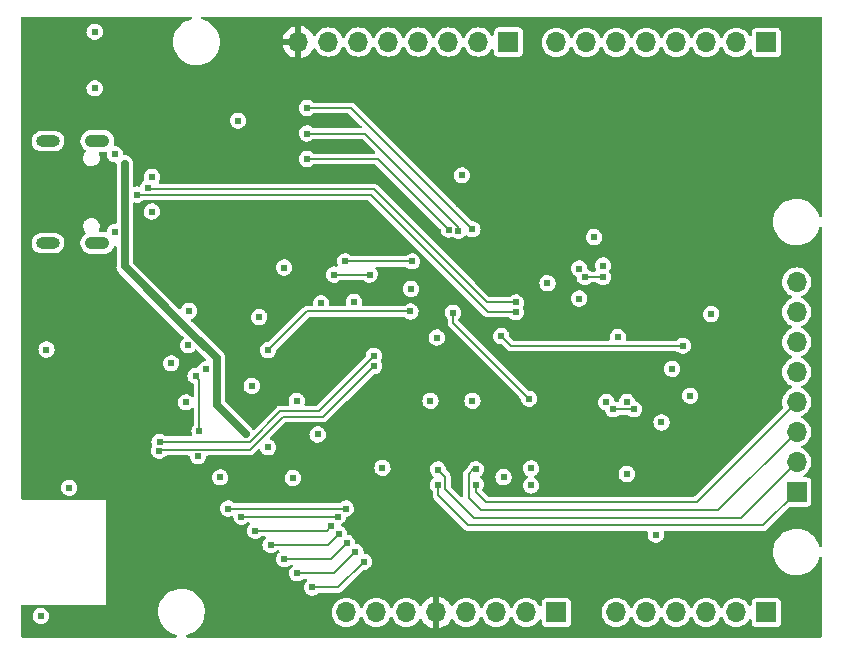
<source format=gbr>
%TF.GenerationSoftware,KiCad,Pcbnew,(6.0.7-1)-1*%
%TF.CreationDate,2023-03-19T13:44:45-04:00*%
%TF.ProjectId,smu_base,736d755f-6261-4736-952e-6b696361645f,rev?*%
%TF.SameCoordinates,Original*%
%TF.FileFunction,Copper,L3,Inr*%
%TF.FilePolarity,Positive*%
%FSLAX46Y46*%
G04 Gerber Fmt 4.6, Leading zero omitted, Abs format (unit mm)*
G04 Created by KiCad (PCBNEW (6.0.7-1)-1) date 2023-03-19 13:44:45*
%MOMM*%
%LPD*%
G01*
G04 APERTURE LIST*
%TA.AperFunction,ComponentPad*%
%ADD10C,0.609600*%
%TD*%
%TA.AperFunction,ComponentPad*%
%ADD11R,1.700000X1.700000*%
%TD*%
%TA.AperFunction,ComponentPad*%
%ADD12O,1.700000X1.700000*%
%TD*%
%TA.AperFunction,ComponentPad*%
%ADD13O,2.100000X1.050000*%
%TD*%
%TA.AperFunction,ComponentPad*%
%ADD14O,2.000000X1.000000*%
%TD*%
%TA.AperFunction,ViaPad*%
%ADD15C,0.609600*%
%TD*%
%TA.AperFunction,Conductor*%
%ADD16C,0.152400*%
%TD*%
%TA.AperFunction,Conductor*%
%ADD17C,0.635000*%
%TD*%
G04 APERTURE END LIST*
D10*
%TO.N,GND*%
%TO.C,U6*%
X124701000Y-107104627D03*
%TD*%
D11*
%TO.N,/D8*%
%TO.C,J5*%
X145796000Y-83820000D03*
D12*
%TO.N,/D9*%
X143256000Y-83820000D03*
%TO.N,/D10*%
X140716000Y-83820000D03*
%TO.N,/D11*%
X138176000Y-83820000D03*
%TO.N,/D12*%
X135636000Y-83820000D03*
%TO.N,/D13*%
X133096000Y-83820000D03*
%TO.N,GND*%
X130556000Y-83820000D03*
%TO.N,+3V3*%
X128016000Y-83820000D03*
%TD*%
D10*
%TO.N,GND*%
%TO.C,U8*%
X118475500Y-114328627D03*
%TD*%
D11*
%TO.N,/CH1IN-*%
%TO.C,J6*%
X170205000Y-121920000D03*
D12*
%TO.N,/CH1IN+*%
X170205000Y-119380000D03*
%TO.N,/CH2IN-*%
X170205000Y-116840000D03*
%TO.N,/CH2IN+*%
X170205000Y-114300000D03*
%TO.N,/CH1OUT-*%
X170205000Y-111760000D03*
%TO.N,/CH1OUT+*%
X170205000Y-109220000D03*
%TO.N,/CH2OUT-*%
X170205000Y-106680000D03*
%TO.N,/CH2OUT+*%
X170205000Y-104140000D03*
%TD*%
D11*
%TO.N,unconnected-(J3-Pad1)*%
%TO.C,J3*%
X149845000Y-132105000D03*
D12*
%TO.N,GND*%
X147305000Y-132105000D03*
X144765000Y-132105000D03*
%TO.N,+5V*%
X142225000Y-132105000D03*
%TO.N,+3V3*%
X139685000Y-132105000D03*
%TO.N,unconnected-(J3-Pad6)*%
X137145000Y-132105000D03*
%TO.N,-12V*%
X134605000Y-132105000D03*
%TO.N,+12V*%
X132065000Y-132105000D03*
%TD*%
D13*
%TO.N,GND*%
%TO.C,J1*%
X110987000Y-92200000D03*
D14*
X106807000Y-92200000D03*
X106807000Y-100840000D03*
D13*
X110987000Y-100840000D03*
%TD*%
D11*
%TO.N,/D0*%
%TO.C,J4*%
X167625000Y-83845000D03*
D12*
%TO.N,/D1*%
X165085000Y-83845000D03*
%TO.N,/D2*%
X162545000Y-83845000D03*
%TO.N,/D3*%
X160005000Y-83845000D03*
%TO.N,/D4*%
X157465000Y-83845000D03*
%TO.N,/D5*%
X154925000Y-83845000D03*
%TO.N,/D6*%
X152385000Y-83845000D03*
%TO.N,/D7*%
X149845000Y-83845000D03*
%TD*%
D11*
%TO.N,/VREF*%
%TO.C,J7*%
X167615000Y-132105000D03*
D12*
%TO.N,GND*%
X165075000Y-132105000D03*
%TO.N,/DAC1*%
X162535000Y-132105000D03*
%TO.N,GND*%
X159995000Y-132105000D03*
%TO.N,/DAC2*%
X157455000Y-132105000D03*
%TO.N,GND*%
X154915000Y-132105000D03*
%TD*%
D15*
%TO.N,GND*%
X125449300Y-118138627D03*
X162966800Y-106848000D03*
X106680000Y-109855000D03*
X142748000Y-114198400D03*
X153797000Y-102743000D03*
X112496600Y-99898200D03*
X127863600Y-114201627D03*
X161175400Y-113766600D03*
X135128000Y-119875800D03*
X155803600Y-120396000D03*
X117246400Y-111026627D03*
X118745000Y-106581627D03*
X155047800Y-108798000D03*
X106197400Y-132410200D03*
X115615000Y-95240000D03*
X158750000Y-116027200D03*
X110757000Y-82944000D03*
X127532100Y-120729427D03*
X159652000Y-111493000D03*
X120159392Y-111543207D03*
X151790400Y-105537000D03*
X122887500Y-90472500D03*
X132715000Y-105816400D03*
X121386600Y-120678627D03*
X145376400Y-120650000D03*
X129640300Y-117046427D03*
X126809000Y-102911827D03*
X158267400Y-125526800D03*
X112471200Y-93319600D03*
X155829000Y-114300000D03*
X139725400Y-108839000D03*
X137541000Y-104724200D03*
X151790400Y-102997000D03*
X110757000Y-87744000D03*
X149098000Y-104233500D03*
X147701000Y-119913400D03*
X154076400Y-114300000D03*
X119507000Y-118900627D03*
X147701000Y-121361200D03*
X115595400Y-98171000D03*
X139192000Y-114198400D03*
X141846600Y-95110000D03*
X153035000Y-100330000D03*
X124053600Y-112931627D03*
X108604000Y-121545400D03*
X118668800Y-109477227D03*
X129934000Y-105933627D03*
%TO.N,+3V3*%
X157759400Y-116001800D03*
X154736800Y-119360000D03*
X148697000Y-105517000D03*
X126448173Y-116985427D03*
X139236000Y-111081000D03*
X111785400Y-90170000D03*
X159537400Y-112420400D03*
X141620298Y-97509519D03*
X158750000Y-120192800D03*
X142736000Y-111111600D03*
X155077800Y-107498000D03*
X106680000Y-107315000D03*
X135063800Y-105017000D03*
X115290600Y-90170000D03*
X162962200Y-108148000D03*
X137502400Y-120650000D03*
X107404000Y-121544000D03*
X127290500Y-117796027D03*
%TO.N,/VREF*%
X160553400Y-109524800D03*
X145186400Y-108712000D03*
%TO.N,+5V*%
X118703100Y-108171627D03*
X113309400Y-99263200D03*
X113309400Y-94107000D03*
X123569700Y-117046427D03*
%TO.N,Net-(C30-Pad1)*%
X119634000Y-116767027D03*
X119303800Y-112085327D03*
%TO.N,Net-(J1-PadA6)*%
X115265200Y-96189800D03*
X146405600Y-105867200D03*
%TO.N,Net-(J1-PadA7)*%
X146405600Y-106680000D03*
X114350800Y-96737100D03*
%TO.N,Net-(J2-Pad1)*%
X131017382Y-103509182D03*
X134035800Y-103505000D03*
%TO.N,Net-(J2-Pad4)*%
X116255800Y-117652800D03*
X134391400Y-110388400D03*
%TO.N,Net-(J2-Pad5)*%
X116229557Y-118413850D03*
X134416800Y-111252000D03*
%TO.N,Net-(J2-Pad6)*%
X132029200Y-123317000D03*
X122072400Y-123317000D03*
%TO.N,/CH1IN-*%
X139827000Y-121310400D03*
%TO.N,/CH1IN+*%
X139827000Y-120015000D03*
%TO.N,/CH2IN-*%
X143027400Y-119989600D03*
%TO.N,/CH2IN+*%
X143027400Y-121285000D03*
%TO.N,/DAC1*%
X147523200Y-114020600D03*
X141097000Y-106730800D03*
%TO.N,Net-(R5-Pad2)*%
X131953000Y-102387400D03*
X137642600Y-102387400D03*
%TO.N,Net-(R6-Pad2)*%
X142748000Y-99669600D03*
X128727200Y-89408000D03*
%TO.N,Net-(R7-Pad2)*%
X128727200Y-91567000D03*
X141555630Y-99788155D03*
%TO.N,Net-(R8-Pad2)*%
X140741400Y-99695000D03*
X128727200Y-93726000D03*
%TO.N,/ENA12V*%
X137490200Y-106629200D03*
X125450600Y-109905800D03*
%TO.N,/RST_N*%
X130810000Y-124815600D03*
X124333000Y-125196600D03*
%TO.N,/CTS*%
X131343400Y-124002800D03*
X123190000Y-124002800D03*
%TO.N,/RTS*%
X131419600Y-125450600D03*
X125653800Y-126390400D03*
%TO.N,/TX*%
X126822200Y-127584200D03*
X132130800Y-126238000D03*
%TO.N,/RX*%
X132842000Y-127000000D03*
X127914400Y-128803400D03*
%TO.N,/RX_IND*%
X129181600Y-130000000D03*
X133553200Y-127812800D03*
%TO.N,/ADC_START*%
X156439000Y-114910000D03*
X154660600Y-114909600D03*
%TO.N,/DAC_CSN*%
X153797000Y-103708200D03*
X152247600Y-103708200D03*
%TD*%
D16*
%TO.N,/VREF*%
X146024600Y-109550200D02*
X160528000Y-109550200D01*
X160528000Y-109550200D02*
X160553400Y-109524800D01*
X145186400Y-108712000D02*
X146024600Y-109550200D01*
D17*
%TO.N,+5V*%
X123569700Y-117046427D02*
X121105900Y-114582627D01*
X113309400Y-99263200D02*
X113309400Y-102823727D01*
X121105900Y-110574427D02*
X118703100Y-108171627D01*
X121105900Y-114582627D02*
X121105900Y-110574427D01*
X113309400Y-102823727D02*
X118657300Y-108171627D01*
X113309400Y-94107000D02*
X113309400Y-99263200D01*
D16*
%TO.N,Net-(C30-Pad1)*%
X119634000Y-116767027D02*
X119634000Y-112415527D01*
X119634000Y-112415527D02*
X119303800Y-112085327D01*
%TO.N,Net-(J1-PadA6)*%
X134391400Y-96266000D02*
X143992600Y-105867200D01*
X143992600Y-105867200D02*
X146405600Y-105867200D01*
X115341400Y-96266000D02*
X134391400Y-96266000D01*
X115265200Y-96189800D02*
X115341400Y-96266000D01*
%TO.N,Net-(J1-PadA7)*%
X144043400Y-106680000D02*
X146405600Y-106680000D01*
X114387700Y-96774000D02*
X134137400Y-96774000D01*
X114350800Y-96737100D02*
X114387700Y-96774000D01*
X134137400Y-96774000D02*
X144043400Y-106680000D01*
%TO.N,Net-(J2-Pad1)*%
X134035800Y-103505000D02*
X131021564Y-103505000D01*
X131021564Y-103505000D02*
X131017382Y-103509182D01*
%TO.N,Net-(J2-Pad4)*%
X116255800Y-117652800D02*
X123901200Y-117652800D01*
X123901200Y-117652800D02*
X126492000Y-115062000D01*
X129717800Y-115062000D02*
X134391400Y-110388400D01*
X126492000Y-115062000D02*
X129717800Y-115062000D01*
%TO.N,Net-(J2-Pad5)*%
X126669800Y-115570000D02*
X123872573Y-118367227D01*
X116276180Y-118367227D02*
X116229557Y-118413850D01*
X130098800Y-115570000D02*
X126669800Y-115570000D01*
X123872573Y-118367227D02*
X116276180Y-118367227D01*
X134416800Y-111252000D02*
X130098800Y-115570000D01*
%TO.N,Net-(J2-Pad6)*%
X132029200Y-123317000D02*
X122072400Y-123317000D01*
%TO.N,/CH1IN-*%
X142367000Y-124739400D02*
X167385600Y-124739400D01*
X139827000Y-122199400D02*
X142367000Y-124739400D01*
X167385600Y-124739400D02*
X170205000Y-121920000D01*
X139827000Y-121310400D02*
X139827000Y-122199400D01*
%TO.N,/CH1IN+*%
X140436600Y-120624600D02*
X140436600Y-121666000D01*
X165506000Y-124079000D02*
X170205000Y-119380000D01*
X142849600Y-124079000D02*
X165506000Y-124079000D01*
X140436600Y-121666000D02*
X142849600Y-124079000D01*
X139827000Y-120015000D02*
X140436600Y-120624600D01*
%TO.N,/CH2IN-*%
X142798800Y-119989600D02*
X142417800Y-120370600D01*
X163575600Y-123469400D02*
X170205000Y-116840000D01*
X142417800Y-122428000D02*
X143459200Y-123469400D01*
X143027400Y-119989600D02*
X142798800Y-119989600D01*
X142417800Y-120370600D02*
X142417800Y-122428000D01*
X143459200Y-123469400D02*
X163575600Y-123469400D01*
%TO.N,/CH2IN+*%
X161746800Y-122758200D02*
X170205000Y-114300000D01*
X143027400Y-121894600D02*
X143891000Y-122758200D01*
X143891000Y-122758200D02*
X161746800Y-122758200D01*
X143027400Y-121285000D02*
X143027400Y-121894600D01*
%TO.N,/DAC1*%
X141097000Y-107594400D02*
X147523200Y-114020600D01*
X141097000Y-106730800D02*
X141097000Y-107594400D01*
%TO.N,Net-(R5-Pad2)*%
X137642600Y-102387400D02*
X131953000Y-102387400D01*
%TO.N,Net-(R6-Pad2)*%
X132486400Y-89408000D02*
X128727200Y-89408000D01*
X142748000Y-99669600D02*
X132486400Y-89408000D01*
%TO.N,Net-(R7-Pad2)*%
X141555630Y-99788155D02*
X141555630Y-99467830D01*
X133654800Y-91567000D02*
X128727200Y-91567000D01*
X141555630Y-99467830D02*
X133654800Y-91567000D01*
%TO.N,Net-(R8-Pad2)*%
X134772400Y-93726000D02*
X128727200Y-93726000D01*
X140741400Y-99695000D02*
X134772400Y-93726000D01*
%TO.N,/ENA12V*%
X128727200Y-106629200D02*
X137490200Y-106629200D01*
X125450600Y-109905800D02*
X128727200Y-106629200D01*
%TO.N,/RST_N*%
X130429000Y-125196600D02*
X124333000Y-125196600D01*
X130810000Y-124815600D02*
X130429000Y-125196600D01*
%TO.N,/CTS*%
X131343400Y-124002800D02*
X123190000Y-124002800D01*
%TO.N,/RTS*%
X131419600Y-125450600D02*
X130479800Y-126390400D01*
X130479800Y-126390400D02*
X125653800Y-126390400D01*
%TO.N,/TX*%
X126822200Y-127584200D02*
X130784600Y-127584200D01*
X130784600Y-127584200D02*
X132130800Y-126238000D01*
%TO.N,/RX*%
X131038600Y-128803400D02*
X127914400Y-128803400D01*
X132842000Y-127000000D02*
X131038600Y-128803400D01*
%TO.N,/RX_IND*%
X131366000Y-130000000D02*
X133553200Y-127812800D01*
X129181600Y-130000000D02*
X131366000Y-130000000D01*
%TO.N,/ADC_START*%
X156438600Y-114909600D02*
X156439000Y-114910000D01*
X154660600Y-114909600D02*
X156438600Y-114909600D01*
%TO.N,/DAC_CSN*%
X153797000Y-103708200D02*
X152247600Y-103708200D01*
%TD*%
%TA.AperFunction,Conductor*%
%TO.N,+3V3*%
G36*
X118934374Y-81681502D02*
G01*
X118980867Y-81735158D01*
X118990971Y-81805432D01*
X118961477Y-81870012D01*
X118901751Y-81908396D01*
X118892772Y-81910678D01*
X118833610Y-81923415D01*
X118833608Y-81923416D01*
X118829263Y-81924351D01*
X118567658Y-82020863D01*
X118563740Y-82022977D01*
X118521820Y-82045596D01*
X118322262Y-82153271D01*
X118097970Y-82318936D01*
X118094791Y-82322065D01*
X118094788Y-82322068D01*
X118034563Y-82381355D01*
X117899258Y-82514551D01*
X117896557Y-82518091D01*
X117896551Y-82518097D01*
X117732793Y-82732671D01*
X117730091Y-82736212D01*
X117593844Y-82979499D01*
X117493236Y-83239556D01*
X117492234Y-83243877D01*
X117492232Y-83243885D01*
X117477685Y-83306648D01*
X117430274Y-83511194D01*
X117406214Y-83788993D01*
X117406458Y-83793428D01*
X117406458Y-83793432D01*
X117421110Y-84059665D01*
X117421536Y-84067412D01*
X117426450Y-84092115D01*
X117474270Y-84332521D01*
X117475935Y-84340893D01*
X117477411Y-84345096D01*
X117495328Y-84396115D01*
X117568325Y-84603982D01*
X117570378Y-84607935D01*
X117570381Y-84607941D01*
X117619026Y-84701585D01*
X117696863Y-84851428D01*
X117699446Y-84855043D01*
X117699450Y-84855049D01*
X117795498Y-84989454D01*
X117858984Y-85078294D01*
X118051453Y-85280054D01*
X118270431Y-85452682D01*
X118511547Y-85592733D01*
X118515664Y-85594401D01*
X118515671Y-85594404D01*
X118765858Y-85695740D01*
X118769991Y-85697414D01*
X119040607Y-85764635D01*
X119278408Y-85789000D01*
X119451040Y-85789000D01*
X119658143Y-85774336D01*
X119662498Y-85773398D01*
X119662501Y-85773398D01*
X119926390Y-85716585D01*
X119926392Y-85716584D01*
X119930737Y-85715649D01*
X120192342Y-85619137D01*
X120196260Y-85617023D01*
X120433822Y-85488842D01*
X120433823Y-85488842D01*
X120437738Y-85486729D01*
X120662030Y-85321064D01*
X120703690Y-85280054D01*
X120759581Y-85225033D01*
X120860742Y-85125449D01*
X120863443Y-85121909D01*
X120863449Y-85121903D01*
X121027207Y-84907329D01*
X121027210Y-84907325D01*
X121029909Y-84903788D01*
X121166156Y-84660501D01*
X121266764Y-84400444D01*
X121267766Y-84396123D01*
X121267768Y-84396115D01*
X121328720Y-84133145D01*
X121329726Y-84128806D01*
X121333263Y-84087966D01*
X126684257Y-84087966D01*
X126714565Y-84222446D01*
X126717645Y-84232275D01*
X126797770Y-84429603D01*
X126802413Y-84438794D01*
X126913694Y-84620388D01*
X126919777Y-84628699D01*
X127059213Y-84789667D01*
X127066580Y-84796883D01*
X127230434Y-84932916D01*
X127238881Y-84938831D01*
X127422756Y-85046279D01*
X127432042Y-85050729D01*
X127631001Y-85126703D01*
X127640899Y-85129579D01*
X127744250Y-85150606D01*
X127758299Y-85149410D01*
X127762000Y-85139065D01*
X127762000Y-85138517D01*
X128270000Y-85138517D01*
X128274064Y-85152359D01*
X128287478Y-85154393D01*
X128294184Y-85153534D01*
X128304262Y-85151392D01*
X128508255Y-85090191D01*
X128517842Y-85086433D01*
X128709095Y-84992739D01*
X128717945Y-84987464D01*
X128891328Y-84863792D01*
X128899200Y-84857139D01*
X129050052Y-84706812D01*
X129056730Y-84698965D01*
X129181003Y-84526020D01*
X129186313Y-84517183D01*
X129242927Y-84402635D01*
X129291041Y-84350428D01*
X129359742Y-84332521D01*
X129427219Y-84354600D01*
X129470079Y-84405212D01*
X129483090Y-84433115D01*
X129483093Y-84433120D01*
X129485416Y-84438102D01*
X129488570Y-84442606D01*
X129488573Y-84442611D01*
X129598620Y-84599774D01*
X129609013Y-84614617D01*
X129761383Y-84766987D01*
X129765891Y-84770144D01*
X129765894Y-84770146D01*
X129931070Y-84885803D01*
X129937898Y-84890584D01*
X129942880Y-84892907D01*
X129942885Y-84892910D01*
X130124336Y-84977522D01*
X130133193Y-84981652D01*
X130138501Y-84983074D01*
X130138503Y-84983075D01*
X130336020Y-85035999D01*
X130336022Y-85035999D01*
X130341335Y-85037423D01*
X130556000Y-85056204D01*
X130770665Y-85037423D01*
X130775978Y-85035999D01*
X130775980Y-85035999D01*
X130973497Y-84983075D01*
X130973499Y-84983074D01*
X130978807Y-84981652D01*
X130987664Y-84977522D01*
X131169115Y-84892910D01*
X131169120Y-84892907D01*
X131174102Y-84890584D01*
X131180930Y-84885803D01*
X131346106Y-84770146D01*
X131346109Y-84770144D01*
X131350617Y-84766987D01*
X131502987Y-84614617D01*
X131513381Y-84599774D01*
X131623427Y-84442611D01*
X131623430Y-84442606D01*
X131626584Y-84438102D01*
X131628907Y-84433120D01*
X131628910Y-84433115D01*
X131711805Y-84255346D01*
X131758723Y-84202061D01*
X131827000Y-84182600D01*
X131894960Y-84203142D01*
X131940195Y-84255346D01*
X132023090Y-84433115D01*
X132023093Y-84433120D01*
X132025416Y-84438102D01*
X132028570Y-84442606D01*
X132028573Y-84442611D01*
X132138620Y-84599774D01*
X132149013Y-84614617D01*
X132301383Y-84766987D01*
X132305891Y-84770144D01*
X132305894Y-84770146D01*
X132471070Y-84885803D01*
X132477898Y-84890584D01*
X132482880Y-84892907D01*
X132482885Y-84892910D01*
X132664336Y-84977522D01*
X132673193Y-84981652D01*
X132678501Y-84983074D01*
X132678503Y-84983075D01*
X132876020Y-85035999D01*
X132876022Y-85035999D01*
X132881335Y-85037423D01*
X133096000Y-85056204D01*
X133310665Y-85037423D01*
X133315978Y-85035999D01*
X133315980Y-85035999D01*
X133513497Y-84983075D01*
X133513499Y-84983074D01*
X133518807Y-84981652D01*
X133527664Y-84977522D01*
X133709115Y-84892910D01*
X133709120Y-84892907D01*
X133714102Y-84890584D01*
X133720930Y-84885803D01*
X133886106Y-84770146D01*
X133886109Y-84770144D01*
X133890617Y-84766987D01*
X134042987Y-84614617D01*
X134053381Y-84599774D01*
X134163427Y-84442611D01*
X134163430Y-84442606D01*
X134166584Y-84438102D01*
X134168907Y-84433120D01*
X134168910Y-84433115D01*
X134251805Y-84255346D01*
X134298723Y-84202061D01*
X134367000Y-84182600D01*
X134434960Y-84203142D01*
X134480195Y-84255346D01*
X134563090Y-84433115D01*
X134563093Y-84433120D01*
X134565416Y-84438102D01*
X134568570Y-84442606D01*
X134568573Y-84442611D01*
X134678620Y-84599774D01*
X134689013Y-84614617D01*
X134841383Y-84766987D01*
X134845891Y-84770144D01*
X134845894Y-84770146D01*
X135011070Y-84885803D01*
X135017898Y-84890584D01*
X135022880Y-84892907D01*
X135022885Y-84892910D01*
X135204336Y-84977522D01*
X135213193Y-84981652D01*
X135218501Y-84983074D01*
X135218503Y-84983075D01*
X135416020Y-85035999D01*
X135416022Y-85035999D01*
X135421335Y-85037423D01*
X135636000Y-85056204D01*
X135850665Y-85037423D01*
X135855978Y-85035999D01*
X135855980Y-85035999D01*
X136053497Y-84983075D01*
X136053499Y-84983074D01*
X136058807Y-84981652D01*
X136067664Y-84977522D01*
X136249115Y-84892910D01*
X136249120Y-84892907D01*
X136254102Y-84890584D01*
X136260930Y-84885803D01*
X136426106Y-84770146D01*
X136426109Y-84770144D01*
X136430617Y-84766987D01*
X136582987Y-84614617D01*
X136593381Y-84599774D01*
X136703427Y-84442611D01*
X136703430Y-84442606D01*
X136706584Y-84438102D01*
X136708907Y-84433120D01*
X136708910Y-84433115D01*
X136791805Y-84255346D01*
X136838723Y-84202061D01*
X136907000Y-84182600D01*
X136974960Y-84203142D01*
X137020195Y-84255346D01*
X137103090Y-84433115D01*
X137103093Y-84433120D01*
X137105416Y-84438102D01*
X137108570Y-84442606D01*
X137108573Y-84442611D01*
X137218620Y-84599774D01*
X137229013Y-84614617D01*
X137381383Y-84766987D01*
X137385891Y-84770144D01*
X137385894Y-84770146D01*
X137551070Y-84885803D01*
X137557898Y-84890584D01*
X137562880Y-84892907D01*
X137562885Y-84892910D01*
X137744336Y-84977522D01*
X137753193Y-84981652D01*
X137758501Y-84983074D01*
X137758503Y-84983075D01*
X137956020Y-85035999D01*
X137956022Y-85035999D01*
X137961335Y-85037423D01*
X138176000Y-85056204D01*
X138390665Y-85037423D01*
X138395978Y-85035999D01*
X138395980Y-85035999D01*
X138593497Y-84983075D01*
X138593499Y-84983074D01*
X138598807Y-84981652D01*
X138607664Y-84977522D01*
X138789115Y-84892910D01*
X138789120Y-84892907D01*
X138794102Y-84890584D01*
X138800930Y-84885803D01*
X138966106Y-84770146D01*
X138966109Y-84770144D01*
X138970617Y-84766987D01*
X139122987Y-84614617D01*
X139133381Y-84599774D01*
X139243427Y-84442611D01*
X139243430Y-84442606D01*
X139246584Y-84438102D01*
X139248907Y-84433120D01*
X139248910Y-84433115D01*
X139331805Y-84255346D01*
X139378723Y-84202061D01*
X139447000Y-84182600D01*
X139514960Y-84203142D01*
X139560195Y-84255346D01*
X139643090Y-84433115D01*
X139643093Y-84433120D01*
X139645416Y-84438102D01*
X139648570Y-84442606D01*
X139648573Y-84442611D01*
X139758620Y-84599774D01*
X139769013Y-84614617D01*
X139921383Y-84766987D01*
X139925891Y-84770144D01*
X139925894Y-84770146D01*
X140091070Y-84885803D01*
X140097898Y-84890584D01*
X140102880Y-84892907D01*
X140102885Y-84892910D01*
X140284336Y-84977522D01*
X140293193Y-84981652D01*
X140298501Y-84983074D01*
X140298503Y-84983075D01*
X140496020Y-85035999D01*
X140496022Y-85035999D01*
X140501335Y-85037423D01*
X140716000Y-85056204D01*
X140930665Y-85037423D01*
X140935978Y-85035999D01*
X140935980Y-85035999D01*
X141133497Y-84983075D01*
X141133499Y-84983074D01*
X141138807Y-84981652D01*
X141147664Y-84977522D01*
X141329115Y-84892910D01*
X141329120Y-84892907D01*
X141334102Y-84890584D01*
X141340930Y-84885803D01*
X141506106Y-84770146D01*
X141506109Y-84770144D01*
X141510617Y-84766987D01*
X141662987Y-84614617D01*
X141673381Y-84599774D01*
X141783427Y-84442611D01*
X141783430Y-84442606D01*
X141786584Y-84438102D01*
X141788907Y-84433120D01*
X141788910Y-84433115D01*
X141871805Y-84255346D01*
X141918723Y-84202061D01*
X141987000Y-84182600D01*
X142054960Y-84203142D01*
X142100195Y-84255346D01*
X142183090Y-84433115D01*
X142183093Y-84433120D01*
X142185416Y-84438102D01*
X142188570Y-84442606D01*
X142188573Y-84442611D01*
X142298620Y-84599774D01*
X142309013Y-84614617D01*
X142461383Y-84766987D01*
X142465891Y-84770144D01*
X142465894Y-84770146D01*
X142631070Y-84885803D01*
X142637898Y-84890584D01*
X142642880Y-84892907D01*
X142642885Y-84892910D01*
X142824336Y-84977522D01*
X142833193Y-84981652D01*
X142838501Y-84983074D01*
X142838503Y-84983075D01*
X143036020Y-85035999D01*
X143036022Y-85035999D01*
X143041335Y-85037423D01*
X143256000Y-85056204D01*
X143470665Y-85037423D01*
X143475978Y-85035999D01*
X143475980Y-85035999D01*
X143673497Y-84983075D01*
X143673499Y-84983074D01*
X143678807Y-84981652D01*
X143687664Y-84977522D01*
X143869115Y-84892910D01*
X143869120Y-84892907D01*
X143874102Y-84890584D01*
X143880930Y-84885803D01*
X144046106Y-84770146D01*
X144046109Y-84770144D01*
X144050617Y-84766987D01*
X144202987Y-84614617D01*
X144326584Y-84438102D01*
X144328908Y-84433118D01*
X144329381Y-84432299D01*
X144380764Y-84383306D01*
X144450477Y-84369870D01*
X144516388Y-84396256D01*
X144557570Y-84454089D01*
X144564500Y-84495299D01*
X144564500Y-84706158D01*
X144565170Y-84710706D01*
X144565170Y-84710713D01*
X144574112Y-84771459D01*
X144575538Y-84781144D01*
X144579853Y-84789932D01*
X144579853Y-84789933D01*
X144611824Y-84855049D01*
X144631513Y-84895151D01*
X144721399Y-84984880D01*
X144835503Y-85040655D01*
X144868284Y-85045437D01*
X144905316Y-85050840D01*
X144905320Y-85050840D01*
X144909842Y-85051500D01*
X146682158Y-85051500D01*
X146686706Y-85050830D01*
X146686713Y-85050830D01*
X146747459Y-85041888D01*
X146747461Y-85041887D01*
X146757144Y-85040462D01*
X146819432Y-85009880D01*
X146861803Y-84989077D01*
X146861804Y-84989076D01*
X146871151Y-84984487D01*
X146922632Y-84932916D01*
X146953522Y-84901972D01*
X146960880Y-84894601D01*
X147016655Y-84780497D01*
X147024525Y-84726552D01*
X147026840Y-84710684D01*
X147026840Y-84710680D01*
X147027500Y-84706158D01*
X147027500Y-83845000D01*
X148608796Y-83845000D01*
X148627577Y-84059665D01*
X148629001Y-84064978D01*
X148629001Y-84064980D01*
X148671194Y-84222446D01*
X148683348Y-84267807D01*
X148685670Y-84272787D01*
X148685671Y-84272789D01*
X148772090Y-84458115D01*
X148772093Y-84458120D01*
X148774416Y-84463102D01*
X148777570Y-84467606D01*
X148777573Y-84467611D01*
X148884549Y-84620388D01*
X148898013Y-84639617D01*
X149050383Y-84791987D01*
X149054891Y-84795144D01*
X149054894Y-84795146D01*
X149220070Y-84910803D01*
X149226898Y-84915584D01*
X149231880Y-84917907D01*
X149231885Y-84917910D01*
X149413336Y-85002522D01*
X149422193Y-85006652D01*
X149427501Y-85008074D01*
X149427503Y-85008075D01*
X149625020Y-85060999D01*
X149625022Y-85060999D01*
X149630335Y-85062423D01*
X149845000Y-85081204D01*
X150059665Y-85062423D01*
X150064978Y-85060999D01*
X150064980Y-85060999D01*
X150262497Y-85008075D01*
X150262499Y-85008074D01*
X150267807Y-85006652D01*
X150276664Y-85002522D01*
X150458115Y-84917910D01*
X150458120Y-84917907D01*
X150463102Y-84915584D01*
X150469930Y-84910803D01*
X150635106Y-84795146D01*
X150635109Y-84795144D01*
X150639617Y-84791987D01*
X150791987Y-84639617D01*
X150805452Y-84620388D01*
X150912427Y-84467611D01*
X150912430Y-84467606D01*
X150915584Y-84463102D01*
X150917907Y-84458120D01*
X150917910Y-84458115D01*
X151000805Y-84280346D01*
X151047723Y-84227061D01*
X151116000Y-84207600D01*
X151183960Y-84228142D01*
X151229195Y-84280346D01*
X151312090Y-84458115D01*
X151312093Y-84458120D01*
X151314416Y-84463102D01*
X151317570Y-84467606D01*
X151317573Y-84467611D01*
X151424549Y-84620388D01*
X151438013Y-84639617D01*
X151590383Y-84791987D01*
X151594891Y-84795144D01*
X151594894Y-84795146D01*
X151760070Y-84910803D01*
X151766898Y-84915584D01*
X151771880Y-84917907D01*
X151771885Y-84917910D01*
X151953336Y-85002522D01*
X151962193Y-85006652D01*
X151967501Y-85008074D01*
X151967503Y-85008075D01*
X152165020Y-85060999D01*
X152165022Y-85060999D01*
X152170335Y-85062423D01*
X152385000Y-85081204D01*
X152599665Y-85062423D01*
X152604978Y-85060999D01*
X152604980Y-85060999D01*
X152802497Y-85008075D01*
X152802499Y-85008074D01*
X152807807Y-85006652D01*
X152816664Y-85002522D01*
X152998115Y-84917910D01*
X152998120Y-84917907D01*
X153003102Y-84915584D01*
X153009930Y-84910803D01*
X153175106Y-84795146D01*
X153175109Y-84795144D01*
X153179617Y-84791987D01*
X153331987Y-84639617D01*
X153345452Y-84620388D01*
X153452427Y-84467611D01*
X153452430Y-84467606D01*
X153455584Y-84463102D01*
X153457907Y-84458120D01*
X153457910Y-84458115D01*
X153540805Y-84280346D01*
X153587723Y-84227061D01*
X153656000Y-84207600D01*
X153723960Y-84228142D01*
X153769195Y-84280346D01*
X153852090Y-84458115D01*
X153852093Y-84458120D01*
X153854416Y-84463102D01*
X153857570Y-84467606D01*
X153857573Y-84467611D01*
X153964549Y-84620388D01*
X153978013Y-84639617D01*
X154130383Y-84791987D01*
X154134891Y-84795144D01*
X154134894Y-84795146D01*
X154300070Y-84910803D01*
X154306898Y-84915584D01*
X154311880Y-84917907D01*
X154311885Y-84917910D01*
X154493336Y-85002522D01*
X154502193Y-85006652D01*
X154507501Y-85008074D01*
X154507503Y-85008075D01*
X154705020Y-85060999D01*
X154705022Y-85060999D01*
X154710335Y-85062423D01*
X154925000Y-85081204D01*
X155139665Y-85062423D01*
X155144978Y-85060999D01*
X155144980Y-85060999D01*
X155342497Y-85008075D01*
X155342499Y-85008074D01*
X155347807Y-85006652D01*
X155356664Y-85002522D01*
X155538115Y-84917910D01*
X155538120Y-84917907D01*
X155543102Y-84915584D01*
X155549930Y-84910803D01*
X155715106Y-84795146D01*
X155715109Y-84795144D01*
X155719617Y-84791987D01*
X155871987Y-84639617D01*
X155885452Y-84620388D01*
X155992427Y-84467611D01*
X155992430Y-84467606D01*
X155995584Y-84463102D01*
X155997907Y-84458120D01*
X155997910Y-84458115D01*
X156080805Y-84280346D01*
X156127723Y-84227061D01*
X156196000Y-84207600D01*
X156263960Y-84228142D01*
X156309195Y-84280346D01*
X156392090Y-84458115D01*
X156392093Y-84458120D01*
X156394416Y-84463102D01*
X156397570Y-84467606D01*
X156397573Y-84467611D01*
X156504549Y-84620388D01*
X156518013Y-84639617D01*
X156670383Y-84791987D01*
X156674891Y-84795144D01*
X156674894Y-84795146D01*
X156840070Y-84910803D01*
X156846898Y-84915584D01*
X156851880Y-84917907D01*
X156851885Y-84917910D01*
X157033336Y-85002522D01*
X157042193Y-85006652D01*
X157047501Y-85008074D01*
X157047503Y-85008075D01*
X157245020Y-85060999D01*
X157245022Y-85060999D01*
X157250335Y-85062423D01*
X157465000Y-85081204D01*
X157679665Y-85062423D01*
X157684978Y-85060999D01*
X157684980Y-85060999D01*
X157882497Y-85008075D01*
X157882499Y-85008074D01*
X157887807Y-85006652D01*
X157896664Y-85002522D01*
X158078115Y-84917910D01*
X158078120Y-84917907D01*
X158083102Y-84915584D01*
X158089930Y-84910803D01*
X158255106Y-84795146D01*
X158255109Y-84795144D01*
X158259617Y-84791987D01*
X158411987Y-84639617D01*
X158425452Y-84620388D01*
X158532427Y-84467611D01*
X158532430Y-84467606D01*
X158535584Y-84463102D01*
X158537907Y-84458120D01*
X158537910Y-84458115D01*
X158620805Y-84280346D01*
X158667723Y-84227061D01*
X158736000Y-84207600D01*
X158803960Y-84228142D01*
X158849195Y-84280346D01*
X158932090Y-84458115D01*
X158932093Y-84458120D01*
X158934416Y-84463102D01*
X158937570Y-84467606D01*
X158937573Y-84467611D01*
X159044549Y-84620388D01*
X159058013Y-84639617D01*
X159210383Y-84791987D01*
X159214891Y-84795144D01*
X159214894Y-84795146D01*
X159380070Y-84910803D01*
X159386898Y-84915584D01*
X159391880Y-84917907D01*
X159391885Y-84917910D01*
X159573336Y-85002522D01*
X159582193Y-85006652D01*
X159587501Y-85008074D01*
X159587503Y-85008075D01*
X159785020Y-85060999D01*
X159785022Y-85060999D01*
X159790335Y-85062423D01*
X160005000Y-85081204D01*
X160219665Y-85062423D01*
X160224978Y-85060999D01*
X160224980Y-85060999D01*
X160422497Y-85008075D01*
X160422499Y-85008074D01*
X160427807Y-85006652D01*
X160436664Y-85002522D01*
X160618115Y-84917910D01*
X160618120Y-84917907D01*
X160623102Y-84915584D01*
X160629930Y-84910803D01*
X160795106Y-84795146D01*
X160795109Y-84795144D01*
X160799617Y-84791987D01*
X160951987Y-84639617D01*
X160965452Y-84620388D01*
X161072427Y-84467611D01*
X161072430Y-84467606D01*
X161075584Y-84463102D01*
X161077907Y-84458120D01*
X161077910Y-84458115D01*
X161160805Y-84280346D01*
X161207723Y-84227061D01*
X161276000Y-84207600D01*
X161343960Y-84228142D01*
X161389195Y-84280346D01*
X161472090Y-84458115D01*
X161472093Y-84458120D01*
X161474416Y-84463102D01*
X161477570Y-84467606D01*
X161477573Y-84467611D01*
X161584549Y-84620388D01*
X161598013Y-84639617D01*
X161750383Y-84791987D01*
X161754891Y-84795144D01*
X161754894Y-84795146D01*
X161920070Y-84910803D01*
X161926898Y-84915584D01*
X161931880Y-84917907D01*
X161931885Y-84917910D01*
X162113336Y-85002522D01*
X162122193Y-85006652D01*
X162127501Y-85008074D01*
X162127503Y-85008075D01*
X162325020Y-85060999D01*
X162325022Y-85060999D01*
X162330335Y-85062423D01*
X162545000Y-85081204D01*
X162759665Y-85062423D01*
X162764978Y-85060999D01*
X162764980Y-85060999D01*
X162962497Y-85008075D01*
X162962499Y-85008074D01*
X162967807Y-85006652D01*
X162976664Y-85002522D01*
X163158115Y-84917910D01*
X163158120Y-84917907D01*
X163163102Y-84915584D01*
X163169930Y-84910803D01*
X163335106Y-84795146D01*
X163335109Y-84795144D01*
X163339617Y-84791987D01*
X163491987Y-84639617D01*
X163505452Y-84620388D01*
X163612427Y-84467611D01*
X163612430Y-84467606D01*
X163615584Y-84463102D01*
X163617907Y-84458120D01*
X163617910Y-84458115D01*
X163700805Y-84280346D01*
X163747723Y-84227061D01*
X163816000Y-84207600D01*
X163883960Y-84228142D01*
X163929195Y-84280346D01*
X164012090Y-84458115D01*
X164012093Y-84458120D01*
X164014416Y-84463102D01*
X164017570Y-84467606D01*
X164017573Y-84467611D01*
X164124549Y-84620388D01*
X164138013Y-84639617D01*
X164290383Y-84791987D01*
X164294891Y-84795144D01*
X164294894Y-84795146D01*
X164460070Y-84910803D01*
X164466898Y-84915584D01*
X164471880Y-84917907D01*
X164471885Y-84917910D01*
X164653336Y-85002522D01*
X164662193Y-85006652D01*
X164667501Y-85008074D01*
X164667503Y-85008075D01*
X164865020Y-85060999D01*
X164865022Y-85060999D01*
X164870335Y-85062423D01*
X165085000Y-85081204D01*
X165299665Y-85062423D01*
X165304978Y-85060999D01*
X165304980Y-85060999D01*
X165502497Y-85008075D01*
X165502499Y-85008074D01*
X165507807Y-85006652D01*
X165516664Y-85002522D01*
X165698115Y-84917910D01*
X165698120Y-84917907D01*
X165703102Y-84915584D01*
X165709930Y-84910803D01*
X165875106Y-84795146D01*
X165875109Y-84795144D01*
X165879617Y-84791987D01*
X166031987Y-84639617D01*
X166045452Y-84620388D01*
X166144390Y-84479089D01*
X166155584Y-84463102D01*
X166157908Y-84458118D01*
X166158381Y-84457299D01*
X166209764Y-84408306D01*
X166279477Y-84394870D01*
X166345388Y-84421256D01*
X166386570Y-84479089D01*
X166393500Y-84520299D01*
X166393500Y-84731158D01*
X166394170Y-84735706D01*
X166394170Y-84735713D01*
X166403112Y-84796459D01*
X166404538Y-84806144D01*
X166408853Y-84814932D01*
X166408853Y-84814933D01*
X166454218Y-84907329D01*
X166460513Y-84920151D01*
X166467883Y-84927508D01*
X166519795Y-84979329D01*
X166550399Y-85009880D01*
X166664503Y-85065655D01*
X166697284Y-85070437D01*
X166734316Y-85075840D01*
X166734320Y-85075840D01*
X166738842Y-85076500D01*
X168511158Y-85076500D01*
X168515706Y-85075830D01*
X168515713Y-85075830D01*
X168576459Y-85066888D01*
X168576461Y-85066887D01*
X168586144Y-85065462D01*
X168595234Y-85060999D01*
X168690803Y-85014077D01*
X168690804Y-85014076D01*
X168700151Y-85009487D01*
X168789880Y-84919601D01*
X168845655Y-84805497D01*
X168851842Y-84763090D01*
X168855840Y-84735684D01*
X168855840Y-84735680D01*
X168856500Y-84731158D01*
X168856500Y-82958842D01*
X168854316Y-82944000D01*
X168846888Y-82893541D01*
X168846887Y-82893539D01*
X168845462Y-82883856D01*
X168841147Y-82875067D01*
X168794077Y-82779197D01*
X168794076Y-82779196D01*
X168789487Y-82769849D01*
X168699601Y-82680120D01*
X168678972Y-82670036D01*
X168639099Y-82650546D01*
X168585497Y-82624345D01*
X168538207Y-82617446D01*
X168515684Y-82614160D01*
X168515680Y-82614160D01*
X168511158Y-82613500D01*
X166738842Y-82613500D01*
X166734294Y-82614170D01*
X166734287Y-82614170D01*
X166673541Y-82623112D01*
X166673539Y-82623113D01*
X166663856Y-82624538D01*
X166655068Y-82628853D01*
X166655067Y-82628853D01*
X166559197Y-82675923D01*
X166559196Y-82675924D01*
X166549849Y-82680513D01*
X166504726Y-82725715D01*
X166492970Y-82737492D01*
X166460120Y-82770399D01*
X166455547Y-82779755D01*
X166455546Y-82779756D01*
X166446675Y-82797905D01*
X166404345Y-82884503D01*
X166402933Y-82894183D01*
X166394165Y-82954287D01*
X166393500Y-82958842D01*
X166393500Y-83169701D01*
X166373498Y-83237822D01*
X166319842Y-83284315D01*
X166249568Y-83294419D01*
X166184988Y-83264925D01*
X166158381Y-83232701D01*
X166157908Y-83231882D01*
X166155584Y-83226898D01*
X166068037Y-83101868D01*
X166035146Y-83054894D01*
X166035144Y-83054891D01*
X166031987Y-83050383D01*
X165879617Y-82898013D01*
X165875109Y-82894856D01*
X165875106Y-82894854D01*
X165707611Y-82777573D01*
X165707609Y-82777572D01*
X165703102Y-82774416D01*
X165698120Y-82772093D01*
X165698115Y-82772090D01*
X165512789Y-82685671D01*
X165512787Y-82685670D01*
X165507807Y-82683348D01*
X165502499Y-82681926D01*
X165502497Y-82681925D01*
X165304980Y-82629001D01*
X165304978Y-82629001D01*
X165299665Y-82627577D01*
X165085000Y-82608796D01*
X164870335Y-82627577D01*
X164865022Y-82629001D01*
X164865020Y-82629001D01*
X164667503Y-82681925D01*
X164667501Y-82681926D01*
X164662193Y-82683348D01*
X164657213Y-82685670D01*
X164657211Y-82685671D01*
X164471885Y-82772090D01*
X164471880Y-82772093D01*
X164466898Y-82774416D01*
X164462391Y-82777572D01*
X164462389Y-82777573D01*
X164294894Y-82894854D01*
X164294891Y-82894856D01*
X164290383Y-82898013D01*
X164138013Y-83050383D01*
X164134856Y-83054891D01*
X164134854Y-83054894D01*
X164027858Y-83207701D01*
X164014416Y-83226898D01*
X164012093Y-83231880D01*
X164012090Y-83231885D01*
X163929195Y-83409654D01*
X163882277Y-83462939D01*
X163814000Y-83482400D01*
X163746040Y-83461858D01*
X163700805Y-83409654D01*
X163617910Y-83231885D01*
X163617907Y-83231880D01*
X163615584Y-83226898D01*
X163602142Y-83207701D01*
X163495146Y-83054894D01*
X163495144Y-83054891D01*
X163491987Y-83050383D01*
X163339617Y-82898013D01*
X163335109Y-82894856D01*
X163335106Y-82894854D01*
X163167611Y-82777573D01*
X163167609Y-82777572D01*
X163163102Y-82774416D01*
X163158120Y-82772093D01*
X163158115Y-82772090D01*
X162972789Y-82685671D01*
X162972787Y-82685670D01*
X162967807Y-82683348D01*
X162962499Y-82681926D01*
X162962497Y-82681925D01*
X162764980Y-82629001D01*
X162764978Y-82629001D01*
X162759665Y-82627577D01*
X162545000Y-82608796D01*
X162330335Y-82627577D01*
X162325022Y-82629001D01*
X162325020Y-82629001D01*
X162127503Y-82681925D01*
X162127501Y-82681926D01*
X162122193Y-82683348D01*
X162117213Y-82685670D01*
X162117211Y-82685671D01*
X161931885Y-82772090D01*
X161931880Y-82772093D01*
X161926898Y-82774416D01*
X161922391Y-82777572D01*
X161922389Y-82777573D01*
X161754894Y-82894854D01*
X161754891Y-82894856D01*
X161750383Y-82898013D01*
X161598013Y-83050383D01*
X161594856Y-83054891D01*
X161594854Y-83054894D01*
X161487858Y-83207701D01*
X161474416Y-83226898D01*
X161472093Y-83231880D01*
X161472090Y-83231885D01*
X161389195Y-83409654D01*
X161342277Y-83462939D01*
X161274000Y-83482400D01*
X161206040Y-83461858D01*
X161160805Y-83409654D01*
X161077910Y-83231885D01*
X161077907Y-83231880D01*
X161075584Y-83226898D01*
X161062142Y-83207701D01*
X160955146Y-83054894D01*
X160955144Y-83054891D01*
X160951987Y-83050383D01*
X160799617Y-82898013D01*
X160795109Y-82894856D01*
X160795106Y-82894854D01*
X160627611Y-82777573D01*
X160627609Y-82777572D01*
X160623102Y-82774416D01*
X160618120Y-82772093D01*
X160618115Y-82772090D01*
X160432789Y-82685671D01*
X160432787Y-82685670D01*
X160427807Y-82683348D01*
X160422499Y-82681926D01*
X160422497Y-82681925D01*
X160224980Y-82629001D01*
X160224978Y-82629001D01*
X160219665Y-82627577D01*
X160005000Y-82608796D01*
X159790335Y-82627577D01*
X159785022Y-82629001D01*
X159785020Y-82629001D01*
X159587503Y-82681925D01*
X159587501Y-82681926D01*
X159582193Y-82683348D01*
X159577213Y-82685670D01*
X159577211Y-82685671D01*
X159391885Y-82772090D01*
X159391880Y-82772093D01*
X159386898Y-82774416D01*
X159382391Y-82777572D01*
X159382389Y-82777573D01*
X159214894Y-82894854D01*
X159214891Y-82894856D01*
X159210383Y-82898013D01*
X159058013Y-83050383D01*
X159054856Y-83054891D01*
X159054854Y-83054894D01*
X158947858Y-83207701D01*
X158934416Y-83226898D01*
X158932093Y-83231880D01*
X158932090Y-83231885D01*
X158849195Y-83409654D01*
X158802277Y-83462939D01*
X158734000Y-83482400D01*
X158666040Y-83461858D01*
X158620805Y-83409654D01*
X158537910Y-83231885D01*
X158537907Y-83231880D01*
X158535584Y-83226898D01*
X158522142Y-83207701D01*
X158415146Y-83054894D01*
X158415144Y-83054891D01*
X158411987Y-83050383D01*
X158259617Y-82898013D01*
X158255109Y-82894856D01*
X158255106Y-82894854D01*
X158087611Y-82777573D01*
X158087609Y-82777572D01*
X158083102Y-82774416D01*
X158078120Y-82772093D01*
X158078115Y-82772090D01*
X157892789Y-82685671D01*
X157892787Y-82685670D01*
X157887807Y-82683348D01*
X157882499Y-82681926D01*
X157882497Y-82681925D01*
X157684980Y-82629001D01*
X157684978Y-82629001D01*
X157679665Y-82627577D01*
X157465000Y-82608796D01*
X157250335Y-82627577D01*
X157245022Y-82629001D01*
X157245020Y-82629001D01*
X157047503Y-82681925D01*
X157047501Y-82681926D01*
X157042193Y-82683348D01*
X157037213Y-82685670D01*
X157037211Y-82685671D01*
X156851885Y-82772090D01*
X156851880Y-82772093D01*
X156846898Y-82774416D01*
X156842391Y-82777572D01*
X156842389Y-82777573D01*
X156674894Y-82894854D01*
X156674891Y-82894856D01*
X156670383Y-82898013D01*
X156518013Y-83050383D01*
X156514856Y-83054891D01*
X156514854Y-83054894D01*
X156407858Y-83207701D01*
X156394416Y-83226898D01*
X156392093Y-83231880D01*
X156392090Y-83231885D01*
X156309195Y-83409654D01*
X156262277Y-83462939D01*
X156194000Y-83482400D01*
X156126040Y-83461858D01*
X156080805Y-83409654D01*
X155997910Y-83231885D01*
X155997907Y-83231880D01*
X155995584Y-83226898D01*
X155982142Y-83207701D01*
X155875146Y-83054894D01*
X155875144Y-83054891D01*
X155871987Y-83050383D01*
X155719617Y-82898013D01*
X155715109Y-82894856D01*
X155715106Y-82894854D01*
X155547611Y-82777573D01*
X155547609Y-82777572D01*
X155543102Y-82774416D01*
X155538120Y-82772093D01*
X155538115Y-82772090D01*
X155352789Y-82685671D01*
X155352787Y-82685670D01*
X155347807Y-82683348D01*
X155342499Y-82681926D01*
X155342497Y-82681925D01*
X155144980Y-82629001D01*
X155144978Y-82629001D01*
X155139665Y-82627577D01*
X154925000Y-82608796D01*
X154710335Y-82627577D01*
X154705022Y-82629001D01*
X154705020Y-82629001D01*
X154507503Y-82681925D01*
X154507501Y-82681926D01*
X154502193Y-82683348D01*
X154497213Y-82685670D01*
X154497211Y-82685671D01*
X154311885Y-82772090D01*
X154311880Y-82772093D01*
X154306898Y-82774416D01*
X154302391Y-82777572D01*
X154302389Y-82777573D01*
X154134894Y-82894854D01*
X154134891Y-82894856D01*
X154130383Y-82898013D01*
X153978013Y-83050383D01*
X153974856Y-83054891D01*
X153974854Y-83054894D01*
X153867858Y-83207701D01*
X153854416Y-83226898D01*
X153852093Y-83231880D01*
X153852090Y-83231885D01*
X153769195Y-83409654D01*
X153722277Y-83462939D01*
X153654000Y-83482400D01*
X153586040Y-83461858D01*
X153540805Y-83409654D01*
X153457910Y-83231885D01*
X153457907Y-83231880D01*
X153455584Y-83226898D01*
X153442142Y-83207701D01*
X153335146Y-83054894D01*
X153335144Y-83054891D01*
X153331987Y-83050383D01*
X153179617Y-82898013D01*
X153175109Y-82894856D01*
X153175106Y-82894854D01*
X153007611Y-82777573D01*
X153007609Y-82777572D01*
X153003102Y-82774416D01*
X152998120Y-82772093D01*
X152998115Y-82772090D01*
X152812789Y-82685671D01*
X152812787Y-82685670D01*
X152807807Y-82683348D01*
X152802499Y-82681926D01*
X152802497Y-82681925D01*
X152604980Y-82629001D01*
X152604978Y-82629001D01*
X152599665Y-82627577D01*
X152385000Y-82608796D01*
X152170335Y-82627577D01*
X152165022Y-82629001D01*
X152165020Y-82629001D01*
X151967503Y-82681925D01*
X151967501Y-82681926D01*
X151962193Y-82683348D01*
X151957213Y-82685670D01*
X151957211Y-82685671D01*
X151771885Y-82772090D01*
X151771880Y-82772093D01*
X151766898Y-82774416D01*
X151762391Y-82777572D01*
X151762389Y-82777573D01*
X151594894Y-82894854D01*
X151594891Y-82894856D01*
X151590383Y-82898013D01*
X151438013Y-83050383D01*
X151434856Y-83054891D01*
X151434854Y-83054894D01*
X151327858Y-83207701D01*
X151314416Y-83226898D01*
X151312093Y-83231880D01*
X151312090Y-83231885D01*
X151229195Y-83409654D01*
X151182277Y-83462939D01*
X151114000Y-83482400D01*
X151046040Y-83461858D01*
X151000805Y-83409654D01*
X150917910Y-83231885D01*
X150917907Y-83231880D01*
X150915584Y-83226898D01*
X150902142Y-83207701D01*
X150795146Y-83054894D01*
X150795144Y-83054891D01*
X150791987Y-83050383D01*
X150639617Y-82898013D01*
X150635109Y-82894856D01*
X150635106Y-82894854D01*
X150467611Y-82777573D01*
X150467609Y-82777572D01*
X150463102Y-82774416D01*
X150458120Y-82772093D01*
X150458115Y-82772090D01*
X150272789Y-82685671D01*
X150272787Y-82685670D01*
X150267807Y-82683348D01*
X150262499Y-82681926D01*
X150262497Y-82681925D01*
X150064980Y-82629001D01*
X150064978Y-82629001D01*
X150059665Y-82627577D01*
X149845000Y-82608796D01*
X149630335Y-82627577D01*
X149625022Y-82629001D01*
X149625020Y-82629001D01*
X149427503Y-82681925D01*
X149427501Y-82681926D01*
X149422193Y-82683348D01*
X149417213Y-82685670D01*
X149417211Y-82685671D01*
X149231885Y-82772090D01*
X149231880Y-82772093D01*
X149226898Y-82774416D01*
X149222391Y-82777572D01*
X149222389Y-82777573D01*
X149054894Y-82894854D01*
X149054891Y-82894856D01*
X149050383Y-82898013D01*
X148898013Y-83050383D01*
X148894856Y-83054891D01*
X148894854Y-83054894D01*
X148787858Y-83207701D01*
X148774416Y-83226898D01*
X148772093Y-83231880D01*
X148772090Y-83231885D01*
X148719445Y-83344783D01*
X148683348Y-83422193D01*
X148681926Y-83427501D01*
X148681925Y-83427503D01*
X148640215Y-83583168D01*
X148627577Y-83630335D01*
X148608796Y-83845000D01*
X147027500Y-83845000D01*
X147027500Y-82933842D01*
X147021663Y-82894183D01*
X147017888Y-82868541D01*
X147017887Y-82868539D01*
X147016462Y-82858856D01*
X146989896Y-82804748D01*
X146965077Y-82754197D01*
X146965076Y-82754196D01*
X146960487Y-82744849D01*
X146903016Y-82687478D01*
X146877972Y-82662478D01*
X146870601Y-82655120D01*
X146756497Y-82599345D01*
X146723716Y-82594563D01*
X146686684Y-82589160D01*
X146686680Y-82589160D01*
X146682158Y-82588500D01*
X144909842Y-82588500D01*
X144905294Y-82589170D01*
X144905287Y-82589170D01*
X144844541Y-82598112D01*
X144844539Y-82598113D01*
X144834856Y-82599538D01*
X144826068Y-82603853D01*
X144826067Y-82603853D01*
X144730197Y-82650923D01*
X144730196Y-82650924D01*
X144720849Y-82655513D01*
X144631120Y-82745399D01*
X144626547Y-82754755D01*
X144626546Y-82754756D01*
X144618083Y-82772070D01*
X144575345Y-82859503D01*
X144572980Y-82875715D01*
X144565165Y-82929287D01*
X144564500Y-82933842D01*
X144564500Y-83144701D01*
X144544498Y-83212822D01*
X144490842Y-83259315D01*
X144420568Y-83269419D01*
X144355988Y-83239925D01*
X144329381Y-83207701D01*
X144328908Y-83206882D01*
X144326584Y-83201898D01*
X144256542Y-83101868D01*
X144206146Y-83029894D01*
X144206144Y-83029891D01*
X144202987Y-83025383D01*
X144050617Y-82873013D01*
X144046109Y-82869856D01*
X144046106Y-82869854D01*
X143878611Y-82752573D01*
X143878609Y-82752572D01*
X143874102Y-82749416D01*
X143869120Y-82747093D01*
X143869115Y-82747090D01*
X143683789Y-82660671D01*
X143683787Y-82660670D01*
X143678807Y-82658348D01*
X143673499Y-82656926D01*
X143673497Y-82656925D01*
X143475980Y-82604001D01*
X143475978Y-82604001D01*
X143470665Y-82602577D01*
X143256000Y-82583796D01*
X143041335Y-82602577D01*
X143036022Y-82604001D01*
X143036020Y-82604001D01*
X142838503Y-82656925D01*
X142838501Y-82656926D01*
X142833193Y-82658348D01*
X142828213Y-82660670D01*
X142828211Y-82660671D01*
X142642885Y-82747090D01*
X142642880Y-82747093D01*
X142637898Y-82749416D01*
X142633391Y-82752572D01*
X142633389Y-82752573D01*
X142465894Y-82869854D01*
X142465891Y-82869856D01*
X142461383Y-82873013D01*
X142309013Y-83025383D01*
X142305856Y-83029891D01*
X142305854Y-83029894D01*
X142200179Y-83180814D01*
X142185416Y-83201898D01*
X142183093Y-83206880D01*
X142183090Y-83206885D01*
X142100195Y-83384654D01*
X142053277Y-83437939D01*
X141985000Y-83457400D01*
X141917040Y-83436858D01*
X141871805Y-83384654D01*
X141788910Y-83206885D01*
X141788907Y-83206880D01*
X141786584Y-83201898D01*
X141771821Y-83180814D01*
X141666146Y-83029894D01*
X141666144Y-83029891D01*
X141662987Y-83025383D01*
X141510617Y-82873013D01*
X141506109Y-82869856D01*
X141506106Y-82869854D01*
X141338611Y-82752573D01*
X141338609Y-82752572D01*
X141334102Y-82749416D01*
X141329120Y-82747093D01*
X141329115Y-82747090D01*
X141143789Y-82660671D01*
X141143787Y-82660670D01*
X141138807Y-82658348D01*
X141133499Y-82656926D01*
X141133497Y-82656925D01*
X140935980Y-82604001D01*
X140935978Y-82604001D01*
X140930665Y-82602577D01*
X140716000Y-82583796D01*
X140501335Y-82602577D01*
X140496022Y-82604001D01*
X140496020Y-82604001D01*
X140298503Y-82656925D01*
X140298501Y-82656926D01*
X140293193Y-82658348D01*
X140288213Y-82660670D01*
X140288211Y-82660671D01*
X140102885Y-82747090D01*
X140102880Y-82747093D01*
X140097898Y-82749416D01*
X140093391Y-82752572D01*
X140093389Y-82752573D01*
X139925894Y-82869854D01*
X139925891Y-82869856D01*
X139921383Y-82873013D01*
X139769013Y-83025383D01*
X139765856Y-83029891D01*
X139765854Y-83029894D01*
X139660179Y-83180814D01*
X139645416Y-83201898D01*
X139643093Y-83206880D01*
X139643090Y-83206885D01*
X139560195Y-83384654D01*
X139513277Y-83437939D01*
X139445000Y-83457400D01*
X139377040Y-83436858D01*
X139331805Y-83384654D01*
X139248910Y-83206885D01*
X139248907Y-83206880D01*
X139246584Y-83201898D01*
X139231821Y-83180814D01*
X139126146Y-83029894D01*
X139126144Y-83029891D01*
X139122987Y-83025383D01*
X138970617Y-82873013D01*
X138966109Y-82869856D01*
X138966106Y-82869854D01*
X138798611Y-82752573D01*
X138798609Y-82752572D01*
X138794102Y-82749416D01*
X138789120Y-82747093D01*
X138789115Y-82747090D01*
X138603789Y-82660671D01*
X138603787Y-82660670D01*
X138598807Y-82658348D01*
X138593499Y-82656926D01*
X138593497Y-82656925D01*
X138395980Y-82604001D01*
X138395978Y-82604001D01*
X138390665Y-82602577D01*
X138176000Y-82583796D01*
X137961335Y-82602577D01*
X137956022Y-82604001D01*
X137956020Y-82604001D01*
X137758503Y-82656925D01*
X137758501Y-82656926D01*
X137753193Y-82658348D01*
X137748213Y-82660670D01*
X137748211Y-82660671D01*
X137562885Y-82747090D01*
X137562880Y-82747093D01*
X137557898Y-82749416D01*
X137553391Y-82752572D01*
X137553389Y-82752573D01*
X137385894Y-82869854D01*
X137385891Y-82869856D01*
X137381383Y-82873013D01*
X137229013Y-83025383D01*
X137225856Y-83029891D01*
X137225854Y-83029894D01*
X137120179Y-83180814D01*
X137105416Y-83201898D01*
X137103093Y-83206880D01*
X137103090Y-83206885D01*
X137020195Y-83384654D01*
X136973277Y-83437939D01*
X136905000Y-83457400D01*
X136837040Y-83436858D01*
X136791805Y-83384654D01*
X136708910Y-83206885D01*
X136708907Y-83206880D01*
X136706584Y-83201898D01*
X136691821Y-83180814D01*
X136586146Y-83029894D01*
X136586144Y-83029891D01*
X136582987Y-83025383D01*
X136430617Y-82873013D01*
X136426109Y-82869856D01*
X136426106Y-82869854D01*
X136258611Y-82752573D01*
X136258609Y-82752572D01*
X136254102Y-82749416D01*
X136249120Y-82747093D01*
X136249115Y-82747090D01*
X136063789Y-82660671D01*
X136063787Y-82660670D01*
X136058807Y-82658348D01*
X136053499Y-82656926D01*
X136053497Y-82656925D01*
X135855980Y-82604001D01*
X135855978Y-82604001D01*
X135850665Y-82602577D01*
X135636000Y-82583796D01*
X135421335Y-82602577D01*
X135416022Y-82604001D01*
X135416020Y-82604001D01*
X135218503Y-82656925D01*
X135218501Y-82656926D01*
X135213193Y-82658348D01*
X135208213Y-82660670D01*
X135208211Y-82660671D01*
X135022885Y-82747090D01*
X135022880Y-82747093D01*
X135017898Y-82749416D01*
X135013391Y-82752572D01*
X135013389Y-82752573D01*
X134845894Y-82869854D01*
X134845891Y-82869856D01*
X134841383Y-82873013D01*
X134689013Y-83025383D01*
X134685856Y-83029891D01*
X134685854Y-83029894D01*
X134580179Y-83180814D01*
X134565416Y-83201898D01*
X134563093Y-83206880D01*
X134563090Y-83206885D01*
X134480195Y-83384654D01*
X134433277Y-83437939D01*
X134365000Y-83457400D01*
X134297040Y-83436858D01*
X134251805Y-83384654D01*
X134168910Y-83206885D01*
X134168907Y-83206880D01*
X134166584Y-83201898D01*
X134151821Y-83180814D01*
X134046146Y-83029894D01*
X134046144Y-83029891D01*
X134042987Y-83025383D01*
X133890617Y-82873013D01*
X133886109Y-82869856D01*
X133886106Y-82869854D01*
X133718611Y-82752573D01*
X133718609Y-82752572D01*
X133714102Y-82749416D01*
X133709120Y-82747093D01*
X133709115Y-82747090D01*
X133523789Y-82660671D01*
X133523787Y-82660670D01*
X133518807Y-82658348D01*
X133513499Y-82656926D01*
X133513497Y-82656925D01*
X133315980Y-82604001D01*
X133315978Y-82604001D01*
X133310665Y-82602577D01*
X133096000Y-82583796D01*
X132881335Y-82602577D01*
X132876022Y-82604001D01*
X132876020Y-82604001D01*
X132678503Y-82656925D01*
X132678501Y-82656926D01*
X132673193Y-82658348D01*
X132668213Y-82660670D01*
X132668211Y-82660671D01*
X132482885Y-82747090D01*
X132482880Y-82747093D01*
X132477898Y-82749416D01*
X132473391Y-82752572D01*
X132473389Y-82752573D01*
X132305894Y-82869854D01*
X132305891Y-82869856D01*
X132301383Y-82873013D01*
X132149013Y-83025383D01*
X132145856Y-83029891D01*
X132145854Y-83029894D01*
X132040179Y-83180814D01*
X132025416Y-83201898D01*
X132023093Y-83206880D01*
X132023090Y-83206885D01*
X131940195Y-83384654D01*
X131893277Y-83437939D01*
X131825000Y-83457400D01*
X131757040Y-83436858D01*
X131711805Y-83384654D01*
X131628910Y-83206885D01*
X131628907Y-83206880D01*
X131626584Y-83201898D01*
X131611821Y-83180814D01*
X131506146Y-83029894D01*
X131506144Y-83029891D01*
X131502987Y-83025383D01*
X131350617Y-82873013D01*
X131346109Y-82869856D01*
X131346106Y-82869854D01*
X131178611Y-82752573D01*
X131178609Y-82752572D01*
X131174102Y-82749416D01*
X131169120Y-82747093D01*
X131169115Y-82747090D01*
X130983789Y-82660671D01*
X130983787Y-82660670D01*
X130978807Y-82658348D01*
X130973499Y-82656926D01*
X130973497Y-82656925D01*
X130775980Y-82604001D01*
X130775978Y-82604001D01*
X130770665Y-82602577D01*
X130556000Y-82583796D01*
X130341335Y-82602577D01*
X130336022Y-82604001D01*
X130336020Y-82604001D01*
X130138503Y-82656925D01*
X130138501Y-82656926D01*
X130133193Y-82658348D01*
X130128213Y-82660670D01*
X130128211Y-82660671D01*
X129942885Y-82747090D01*
X129942880Y-82747093D01*
X129937898Y-82749416D01*
X129933391Y-82752572D01*
X129933389Y-82752573D01*
X129765894Y-82869854D01*
X129765891Y-82869856D01*
X129761383Y-82873013D01*
X129609013Y-83025383D01*
X129605856Y-83029891D01*
X129605854Y-83029894D01*
X129500179Y-83180814D01*
X129485416Y-83201898D01*
X129483093Y-83206879D01*
X129483087Y-83206890D01*
X129470491Y-83233903D01*
X129423574Y-83287188D01*
X129355296Y-83306648D01*
X129287337Y-83286106D01*
X129240747Y-83230894D01*
X129218972Y-83180814D01*
X129214105Y-83171739D01*
X129098426Y-82992926D01*
X129092136Y-82984757D01*
X128948806Y-82827240D01*
X128941273Y-82820215D01*
X128774139Y-82688222D01*
X128765552Y-82682517D01*
X128579117Y-82579599D01*
X128569705Y-82575369D01*
X128368959Y-82504280D01*
X128358988Y-82501646D01*
X128287837Y-82488972D01*
X128274540Y-82490432D01*
X128270000Y-82504989D01*
X128270000Y-85138517D01*
X127762000Y-85138517D01*
X127762000Y-84092115D01*
X127757525Y-84076876D01*
X127756135Y-84075671D01*
X127748452Y-84074000D01*
X126699225Y-84074000D01*
X126685694Y-84077973D01*
X126684257Y-84087966D01*
X121333263Y-84087966D01*
X121353786Y-83851007D01*
X121353542Y-83846568D01*
X121338709Y-83577031D01*
X121338708Y-83577024D01*
X121338464Y-83572588D01*
X121334803Y-83554183D01*
X126680389Y-83554183D01*
X126681912Y-83562607D01*
X126694292Y-83566000D01*
X127743885Y-83566000D01*
X127759124Y-83561525D01*
X127760329Y-83560135D01*
X127762000Y-83552452D01*
X127762000Y-82503102D01*
X127758082Y-82489758D01*
X127743806Y-82487771D01*
X127705324Y-82493660D01*
X127695288Y-82496051D01*
X127492868Y-82562212D01*
X127483359Y-82566209D01*
X127294463Y-82664542D01*
X127285738Y-82670036D01*
X127115433Y-82797905D01*
X127107726Y-82804748D01*
X126960590Y-82958717D01*
X126954104Y-82966727D01*
X126834098Y-83142649D01*
X126829000Y-83151623D01*
X126739338Y-83344783D01*
X126735775Y-83354470D01*
X126680389Y-83554183D01*
X121334803Y-83554183D01*
X121308548Y-83422193D01*
X121284935Y-83303479D01*
X121284934Y-83303474D01*
X121284065Y-83299107D01*
X121267076Y-83250728D01*
X121193153Y-83040226D01*
X121193152Y-83040223D01*
X121191675Y-83036018D01*
X121189622Y-83032065D01*
X121189619Y-83032059D01*
X121079574Y-82820215D01*
X121063137Y-82788572D01*
X121060554Y-82784957D01*
X121060550Y-82784951D01*
X120949000Y-82628853D01*
X120901016Y-82561706D01*
X120720766Y-82372755D01*
X120711619Y-82363166D01*
X120711617Y-82363164D01*
X120708547Y-82359946D01*
X120489569Y-82187318D01*
X120248453Y-82047267D01*
X120244336Y-82045599D01*
X120244329Y-82045596D01*
X119994142Y-81944260D01*
X119994141Y-81944260D01*
X119990009Y-81942586D01*
X119857956Y-81909784D01*
X119796666Y-81873950D01*
X119764479Y-81810668D01*
X119771615Y-81740031D01*
X119815807Y-81684465D01*
X119888331Y-81661500D01*
X172212500Y-81661500D01*
X172280621Y-81681502D01*
X172327114Y-81735158D01*
X172338500Y-81787500D01*
X172338500Y-98538939D01*
X172318498Y-98607060D01*
X172264842Y-98653553D01*
X172194568Y-98663657D01*
X172129988Y-98634163D01*
X172091604Y-98574437D01*
X172088921Y-98563520D01*
X172084935Y-98543479D01*
X172084934Y-98543474D01*
X172084065Y-98539107D01*
X172065016Y-98484862D01*
X171993153Y-98280226D01*
X171993152Y-98280223D01*
X171991675Y-98276018D01*
X171989622Y-98272065D01*
X171989619Y-98272059D01*
X171865189Y-98032523D01*
X171863137Y-98028572D01*
X171860554Y-98024957D01*
X171860550Y-98024951D01*
X171736518Y-97851386D01*
X171701016Y-97801706D01*
X171512603Y-97604198D01*
X171511619Y-97603166D01*
X171511617Y-97603164D01*
X171508547Y-97599946D01*
X171289569Y-97427318D01*
X171048453Y-97287267D01*
X171044336Y-97285599D01*
X171044329Y-97285596D01*
X170794142Y-97184260D01*
X170794141Y-97184260D01*
X170790009Y-97182586D01*
X170519393Y-97115365D01*
X170281592Y-97091000D01*
X170108960Y-97091000D01*
X169901857Y-97105664D01*
X169897502Y-97106602D01*
X169897499Y-97106602D01*
X169633610Y-97163415D01*
X169633608Y-97163416D01*
X169629263Y-97164351D01*
X169367658Y-97260863D01*
X169363740Y-97262977D01*
X169321820Y-97285596D01*
X169122262Y-97393271D01*
X168897970Y-97558936D01*
X168894791Y-97562065D01*
X168894788Y-97562068D01*
X168800419Y-97654967D01*
X168699258Y-97754551D01*
X168696557Y-97758091D01*
X168696551Y-97758097D01*
X168620455Y-97857807D01*
X168530091Y-97976212D01*
X168393844Y-98219499D01*
X168293236Y-98479556D01*
X168292234Y-98483877D01*
X168292232Y-98483885D01*
X168273774Y-98563520D01*
X168230274Y-98751194D01*
X168206214Y-99028993D01*
X168206458Y-99033428D01*
X168206458Y-99033432D01*
X168218389Y-99250219D01*
X168221536Y-99307412D01*
X168224621Y-99322920D01*
X168274068Y-99571506D01*
X168275935Y-99580893D01*
X168277411Y-99585096D01*
X168358559Y-99816171D01*
X168368325Y-99843982D01*
X168370378Y-99847935D01*
X168370381Y-99847941D01*
X168417625Y-99938888D01*
X168496863Y-100091428D01*
X168499446Y-100095043D01*
X168499450Y-100095049D01*
X168592794Y-100225670D01*
X168658984Y-100318294D01*
X168694437Y-100355458D01*
X168847569Y-100515982D01*
X168851453Y-100520054D01*
X169070431Y-100692682D01*
X169311547Y-100832733D01*
X169315664Y-100834401D01*
X169315671Y-100834404D01*
X169500445Y-100909245D01*
X169569991Y-100937414D01*
X169840607Y-101004635D01*
X170078408Y-101029000D01*
X170251040Y-101029000D01*
X170458143Y-101014336D01*
X170462498Y-101013398D01*
X170462501Y-101013398D01*
X170726390Y-100956585D01*
X170726392Y-100956584D01*
X170730737Y-100955649D01*
X170992342Y-100859137D01*
X170996260Y-100857023D01*
X171233822Y-100728842D01*
X171233823Y-100728842D01*
X171237738Y-100726729D01*
X171462030Y-100561064D01*
X171503575Y-100520167D01*
X171586408Y-100438624D01*
X171660742Y-100365449D01*
X171663443Y-100361909D01*
X171663449Y-100361903D01*
X171827207Y-100147329D01*
X171827210Y-100147325D01*
X171829909Y-100143788D01*
X171966156Y-99900501D01*
X172066764Y-99640444D01*
X172081581Y-99576521D01*
X172089754Y-99541258D01*
X172124621Y-99479413D01*
X172187389Y-99446237D01*
X172258130Y-99452261D01*
X172314383Y-99495575D01*
X172338289Y-99562426D01*
X172338500Y-99569709D01*
X172338500Y-126478939D01*
X172318498Y-126547060D01*
X172264842Y-126593553D01*
X172194568Y-126603657D01*
X172129988Y-126574163D01*
X172091604Y-126514437D01*
X172088921Y-126503520D01*
X172084935Y-126483479D01*
X172084934Y-126483474D01*
X172084065Y-126479107D01*
X172066383Y-126428755D01*
X171993153Y-126220226D01*
X171993152Y-126220223D01*
X171991675Y-126216018D01*
X171989622Y-126212065D01*
X171989619Y-126212059D01*
X171865189Y-125972523D01*
X171863137Y-125968572D01*
X171860554Y-125964957D01*
X171860550Y-125964951D01*
X171716774Y-125763757D01*
X171701016Y-125741706D01*
X171558755Y-125592578D01*
X171511619Y-125543166D01*
X171511617Y-125543164D01*
X171508547Y-125539946D01*
X171289569Y-125367318D01*
X171048453Y-125227267D01*
X171044336Y-125225599D01*
X171044329Y-125225596D01*
X170794142Y-125124260D01*
X170794141Y-125124260D01*
X170790009Y-125122586D01*
X170519393Y-125055365D01*
X170281592Y-125031000D01*
X170108960Y-125031000D01*
X169901857Y-125045664D01*
X169897502Y-125046602D01*
X169897499Y-125046602D01*
X169633610Y-125103415D01*
X169633608Y-125103416D01*
X169629263Y-125104351D01*
X169367658Y-125200863D01*
X169363740Y-125202977D01*
X169196468Y-125293232D01*
X169122262Y-125333271D01*
X168897970Y-125498936D01*
X168894791Y-125502065D01*
X168894788Y-125502068D01*
X168853040Y-125543166D01*
X168699258Y-125694551D01*
X168696557Y-125698091D01*
X168696551Y-125698097D01*
X168533728Y-125911446D01*
X168530091Y-125916212D01*
X168393844Y-126159499D01*
X168293236Y-126419556D01*
X168292234Y-126423877D01*
X168292232Y-126423885D01*
X168265152Y-126540719D01*
X168230274Y-126691194D01*
X168206214Y-126968993D01*
X168206458Y-126973428D01*
X168206458Y-126973432D01*
X168221214Y-127241555D01*
X168221536Y-127247412D01*
X168222405Y-127251779D01*
X168272262Y-127502426D01*
X168275935Y-127520893D01*
X168277411Y-127525096D01*
X168323182Y-127655432D01*
X168368325Y-127783982D01*
X168370378Y-127787935D01*
X168370381Y-127787941D01*
X168436215Y-127914675D01*
X168496863Y-128031428D01*
X168499446Y-128035043D01*
X168499450Y-128035049D01*
X168583047Y-128152031D01*
X168658984Y-128258294D01*
X168851453Y-128460054D01*
X169070431Y-128632682D01*
X169311547Y-128772733D01*
X169315664Y-128774401D01*
X169315671Y-128774404D01*
X169565858Y-128875740D01*
X169569991Y-128877414D01*
X169840607Y-128944635D01*
X170078408Y-128969000D01*
X170251040Y-128969000D01*
X170458143Y-128954336D01*
X170462498Y-128953398D01*
X170462501Y-128953398D01*
X170726390Y-128896585D01*
X170726392Y-128896584D01*
X170730737Y-128895649D01*
X170992342Y-128799137D01*
X171011817Y-128788629D01*
X171233822Y-128668842D01*
X171233823Y-128668842D01*
X171237738Y-128666729D01*
X171462030Y-128501064D01*
X171500424Y-128463269D01*
X171618516Y-128347017D01*
X171660742Y-128305449D01*
X171663443Y-128301909D01*
X171663449Y-128301903D01*
X171827207Y-128087329D01*
X171827210Y-128087325D01*
X171829909Y-128083788D01*
X171966156Y-127840501D01*
X172066764Y-127580444D01*
X172081581Y-127516521D01*
X172089754Y-127481258D01*
X172124621Y-127419413D01*
X172187389Y-127386237D01*
X172258130Y-127392261D01*
X172314383Y-127435575D01*
X172338289Y-127502426D01*
X172338500Y-127509709D01*
X172338500Y-134112500D01*
X172318498Y-134180621D01*
X172264842Y-134227114D01*
X172212500Y-134238500D01*
X118623747Y-134238500D01*
X118555626Y-134218498D01*
X118509133Y-134164842D01*
X118499029Y-134094568D01*
X118528523Y-134029988D01*
X118588249Y-133991604D01*
X118597228Y-133989322D01*
X118656390Y-133976585D01*
X118656392Y-133976584D01*
X118660737Y-133975649D01*
X118922342Y-133879137D01*
X118926260Y-133877023D01*
X119163822Y-133748842D01*
X119163823Y-133748842D01*
X119167738Y-133746729D01*
X119392030Y-133581064D01*
X119433690Y-133540054D01*
X119535944Y-133439393D01*
X119590742Y-133385449D01*
X119593443Y-133381909D01*
X119593449Y-133381903D01*
X119757207Y-133167329D01*
X119757210Y-133167325D01*
X119759909Y-133163788D01*
X119896156Y-132920501D01*
X119996764Y-132660444D01*
X119997766Y-132656123D01*
X119997768Y-132656115D01*
X120058720Y-132393145D01*
X120059726Y-132388806D01*
X120083786Y-132111007D01*
X120083542Y-132106568D01*
X120083456Y-132105000D01*
X130828796Y-132105000D01*
X130847577Y-132319665D01*
X130849001Y-132324978D01*
X130849001Y-132324980D01*
X130874610Y-132420553D01*
X130903348Y-132527807D01*
X130905670Y-132532787D01*
X130905671Y-132532789D01*
X130992090Y-132718115D01*
X130992093Y-132718120D01*
X130994416Y-132723102D01*
X130997570Y-132727606D01*
X130997573Y-132727611D01*
X131106439Y-132883087D01*
X131118013Y-132899617D01*
X131270383Y-133051987D01*
X131274891Y-133055144D01*
X131274894Y-133055146D01*
X131440070Y-133170803D01*
X131446898Y-133175584D01*
X131451880Y-133177907D01*
X131451885Y-133177910D01*
X131633336Y-133262522D01*
X131642193Y-133266652D01*
X131647501Y-133268074D01*
X131647503Y-133268075D01*
X131845020Y-133320999D01*
X131845022Y-133320999D01*
X131850335Y-133322423D01*
X132065000Y-133341204D01*
X132279665Y-133322423D01*
X132284978Y-133320999D01*
X132284980Y-133320999D01*
X132482497Y-133268075D01*
X132482499Y-133268074D01*
X132487807Y-133266652D01*
X132496664Y-133262522D01*
X132678115Y-133177910D01*
X132678120Y-133177907D01*
X132683102Y-133175584D01*
X132689930Y-133170803D01*
X132855106Y-133055146D01*
X132855109Y-133055144D01*
X132859617Y-133051987D01*
X133011987Y-132899617D01*
X133023562Y-132883087D01*
X133132427Y-132727611D01*
X133132430Y-132727606D01*
X133135584Y-132723102D01*
X133137907Y-132718120D01*
X133137910Y-132718115D01*
X133220805Y-132540346D01*
X133267723Y-132487061D01*
X133336000Y-132467600D01*
X133403960Y-132488142D01*
X133449195Y-132540346D01*
X133532090Y-132718115D01*
X133532093Y-132718120D01*
X133534416Y-132723102D01*
X133537570Y-132727606D01*
X133537573Y-132727611D01*
X133646439Y-132883087D01*
X133658013Y-132899617D01*
X133810383Y-133051987D01*
X133814891Y-133055144D01*
X133814894Y-133055146D01*
X133980070Y-133170803D01*
X133986898Y-133175584D01*
X133991880Y-133177907D01*
X133991885Y-133177910D01*
X134173336Y-133262522D01*
X134182193Y-133266652D01*
X134187501Y-133268074D01*
X134187503Y-133268075D01*
X134385020Y-133320999D01*
X134385022Y-133320999D01*
X134390335Y-133322423D01*
X134605000Y-133341204D01*
X134819665Y-133322423D01*
X134824978Y-133320999D01*
X134824980Y-133320999D01*
X135022497Y-133268075D01*
X135022499Y-133268074D01*
X135027807Y-133266652D01*
X135036664Y-133262522D01*
X135218115Y-133177910D01*
X135218120Y-133177907D01*
X135223102Y-133175584D01*
X135229930Y-133170803D01*
X135395106Y-133055146D01*
X135395109Y-133055144D01*
X135399617Y-133051987D01*
X135551987Y-132899617D01*
X135563562Y-132883087D01*
X135672427Y-132727611D01*
X135672430Y-132727606D01*
X135675584Y-132723102D01*
X135677907Y-132718120D01*
X135677910Y-132718115D01*
X135760805Y-132540346D01*
X135807723Y-132487061D01*
X135876000Y-132467600D01*
X135943960Y-132488142D01*
X135989195Y-132540346D01*
X136072090Y-132718115D01*
X136072093Y-132718120D01*
X136074416Y-132723102D01*
X136077570Y-132727606D01*
X136077573Y-132727611D01*
X136186439Y-132883087D01*
X136198013Y-132899617D01*
X136350383Y-133051987D01*
X136354891Y-133055144D01*
X136354894Y-133055146D01*
X136520070Y-133170803D01*
X136526898Y-133175584D01*
X136531880Y-133177907D01*
X136531885Y-133177910D01*
X136713336Y-133262522D01*
X136722193Y-133266652D01*
X136727501Y-133268074D01*
X136727503Y-133268075D01*
X136925020Y-133320999D01*
X136925022Y-133320999D01*
X136930335Y-133322423D01*
X137145000Y-133341204D01*
X137359665Y-133322423D01*
X137364978Y-133320999D01*
X137364980Y-133320999D01*
X137562497Y-133268075D01*
X137562499Y-133268074D01*
X137567807Y-133266652D01*
X137576664Y-133262522D01*
X137758115Y-133177910D01*
X137758120Y-133177907D01*
X137763102Y-133175584D01*
X137769930Y-133170803D01*
X137935106Y-133055146D01*
X137935109Y-133055144D01*
X137939617Y-133051987D01*
X138091987Y-132899617D01*
X138103562Y-132883087D01*
X138212427Y-132727611D01*
X138212430Y-132727606D01*
X138215584Y-132723102D01*
X138217907Y-132718120D01*
X138217910Y-132718115D01*
X138229521Y-132693214D01*
X138276438Y-132639929D01*
X138344716Y-132620468D01*
X138412675Y-132641010D01*
X138460459Y-132699061D01*
X138466768Y-132714599D01*
X138471413Y-132723794D01*
X138582694Y-132905388D01*
X138588777Y-132913699D01*
X138728213Y-133074667D01*
X138735580Y-133081883D01*
X138899434Y-133217916D01*
X138907881Y-133223831D01*
X139091756Y-133331279D01*
X139101042Y-133335729D01*
X139300001Y-133411703D01*
X139309899Y-133414579D01*
X139413250Y-133435606D01*
X139427299Y-133434410D01*
X139431000Y-133424065D01*
X139431000Y-133423517D01*
X139939000Y-133423517D01*
X139943064Y-133437359D01*
X139956478Y-133439393D01*
X139963184Y-133438534D01*
X139973262Y-133436392D01*
X140177255Y-133375191D01*
X140186842Y-133371433D01*
X140378095Y-133277739D01*
X140386945Y-133272464D01*
X140560328Y-133148792D01*
X140568200Y-133142139D01*
X140719052Y-132991812D01*
X140725730Y-132983965D01*
X140850003Y-132811020D01*
X140855313Y-132802183D01*
X140911927Y-132687635D01*
X140960041Y-132635428D01*
X141028742Y-132617521D01*
X141096219Y-132639600D01*
X141139079Y-132690212D01*
X141152090Y-132718115D01*
X141152093Y-132718120D01*
X141154416Y-132723102D01*
X141157570Y-132727606D01*
X141157573Y-132727611D01*
X141266439Y-132883087D01*
X141278013Y-132899617D01*
X141430383Y-133051987D01*
X141434891Y-133055144D01*
X141434894Y-133055146D01*
X141600070Y-133170803D01*
X141606898Y-133175584D01*
X141611880Y-133177907D01*
X141611885Y-133177910D01*
X141793336Y-133262522D01*
X141802193Y-133266652D01*
X141807501Y-133268074D01*
X141807503Y-133268075D01*
X142005020Y-133320999D01*
X142005022Y-133320999D01*
X142010335Y-133322423D01*
X142225000Y-133341204D01*
X142439665Y-133322423D01*
X142444978Y-133320999D01*
X142444980Y-133320999D01*
X142642497Y-133268075D01*
X142642499Y-133268074D01*
X142647807Y-133266652D01*
X142656664Y-133262522D01*
X142838115Y-133177910D01*
X142838120Y-133177907D01*
X142843102Y-133175584D01*
X142849930Y-133170803D01*
X143015106Y-133055146D01*
X143015109Y-133055144D01*
X143019617Y-133051987D01*
X143171987Y-132899617D01*
X143183562Y-132883087D01*
X143292427Y-132727611D01*
X143292430Y-132727606D01*
X143295584Y-132723102D01*
X143297907Y-132718120D01*
X143297910Y-132718115D01*
X143380805Y-132540346D01*
X143427723Y-132487061D01*
X143496000Y-132467600D01*
X143563960Y-132488142D01*
X143609195Y-132540346D01*
X143692090Y-132718115D01*
X143692093Y-132718120D01*
X143694416Y-132723102D01*
X143697570Y-132727606D01*
X143697573Y-132727611D01*
X143806439Y-132883087D01*
X143818013Y-132899617D01*
X143970383Y-133051987D01*
X143974891Y-133055144D01*
X143974894Y-133055146D01*
X144140070Y-133170803D01*
X144146898Y-133175584D01*
X144151880Y-133177907D01*
X144151885Y-133177910D01*
X144333336Y-133262522D01*
X144342193Y-133266652D01*
X144347501Y-133268074D01*
X144347503Y-133268075D01*
X144545020Y-133320999D01*
X144545022Y-133320999D01*
X144550335Y-133322423D01*
X144765000Y-133341204D01*
X144979665Y-133322423D01*
X144984978Y-133320999D01*
X144984980Y-133320999D01*
X145182497Y-133268075D01*
X145182499Y-133268074D01*
X145187807Y-133266652D01*
X145196664Y-133262522D01*
X145378115Y-133177910D01*
X145378120Y-133177907D01*
X145383102Y-133175584D01*
X145389930Y-133170803D01*
X145555106Y-133055146D01*
X145555109Y-133055144D01*
X145559617Y-133051987D01*
X145711987Y-132899617D01*
X145723562Y-132883087D01*
X145832427Y-132727611D01*
X145832430Y-132727606D01*
X145835584Y-132723102D01*
X145837907Y-132718120D01*
X145837910Y-132718115D01*
X145920805Y-132540346D01*
X145967723Y-132487061D01*
X146036000Y-132467600D01*
X146103960Y-132488142D01*
X146149195Y-132540346D01*
X146232090Y-132718115D01*
X146232093Y-132718120D01*
X146234416Y-132723102D01*
X146237570Y-132727606D01*
X146237573Y-132727611D01*
X146346439Y-132883087D01*
X146358013Y-132899617D01*
X146510383Y-133051987D01*
X146514891Y-133055144D01*
X146514894Y-133055146D01*
X146680070Y-133170803D01*
X146686898Y-133175584D01*
X146691880Y-133177907D01*
X146691885Y-133177910D01*
X146873336Y-133262522D01*
X146882193Y-133266652D01*
X146887501Y-133268074D01*
X146887503Y-133268075D01*
X147085020Y-133320999D01*
X147085022Y-133320999D01*
X147090335Y-133322423D01*
X147305000Y-133341204D01*
X147519665Y-133322423D01*
X147524978Y-133320999D01*
X147524980Y-133320999D01*
X147722497Y-133268075D01*
X147722499Y-133268074D01*
X147727807Y-133266652D01*
X147736664Y-133262522D01*
X147918115Y-133177910D01*
X147918120Y-133177907D01*
X147923102Y-133175584D01*
X147929930Y-133170803D01*
X148095106Y-133055146D01*
X148095109Y-133055144D01*
X148099617Y-133051987D01*
X148251987Y-132899617D01*
X148263562Y-132883087D01*
X148366412Y-132736201D01*
X148375584Y-132723102D01*
X148377908Y-132718118D01*
X148378381Y-132717299D01*
X148429764Y-132668306D01*
X148499477Y-132654870D01*
X148565388Y-132681256D01*
X148606570Y-132739089D01*
X148613500Y-132780299D01*
X148613500Y-132991158D01*
X148614170Y-132995706D01*
X148614170Y-132995713D01*
X148623112Y-133056459D01*
X148624538Y-133066144D01*
X148628853Y-133074932D01*
X148628853Y-133074933D01*
X148674218Y-133167329D01*
X148680513Y-133180151D01*
X148770399Y-133269880D01*
X148884503Y-133325655D01*
X148917284Y-133330437D01*
X148954316Y-133335840D01*
X148954320Y-133335840D01*
X148958842Y-133336500D01*
X150731158Y-133336500D01*
X150735706Y-133335830D01*
X150735713Y-133335830D01*
X150796459Y-133326888D01*
X150796461Y-133326887D01*
X150806144Y-133325462D01*
X150903344Y-133277739D01*
X150910803Y-133274077D01*
X150910804Y-133274076D01*
X150920151Y-133269487D01*
X151009880Y-133179601D01*
X151065655Y-133065497D01*
X151070437Y-133032716D01*
X151075840Y-132995684D01*
X151075840Y-132995680D01*
X151076500Y-132991158D01*
X151076500Y-132105000D01*
X153678796Y-132105000D01*
X153697577Y-132319665D01*
X153699001Y-132324978D01*
X153699001Y-132324980D01*
X153724610Y-132420553D01*
X153753348Y-132527807D01*
X153755670Y-132532787D01*
X153755671Y-132532789D01*
X153842090Y-132718115D01*
X153842093Y-132718120D01*
X153844416Y-132723102D01*
X153847570Y-132727606D01*
X153847573Y-132727611D01*
X153956439Y-132883087D01*
X153968013Y-132899617D01*
X154120383Y-133051987D01*
X154124891Y-133055144D01*
X154124894Y-133055146D01*
X154290070Y-133170803D01*
X154296898Y-133175584D01*
X154301880Y-133177907D01*
X154301885Y-133177910D01*
X154483336Y-133262522D01*
X154492193Y-133266652D01*
X154497501Y-133268074D01*
X154497503Y-133268075D01*
X154695020Y-133320999D01*
X154695022Y-133320999D01*
X154700335Y-133322423D01*
X154915000Y-133341204D01*
X155129665Y-133322423D01*
X155134978Y-133320999D01*
X155134980Y-133320999D01*
X155332497Y-133268075D01*
X155332499Y-133268074D01*
X155337807Y-133266652D01*
X155346664Y-133262522D01*
X155528115Y-133177910D01*
X155528120Y-133177907D01*
X155533102Y-133175584D01*
X155539930Y-133170803D01*
X155705106Y-133055146D01*
X155705109Y-133055144D01*
X155709617Y-133051987D01*
X155861987Y-132899617D01*
X155873562Y-132883087D01*
X155982427Y-132727611D01*
X155982430Y-132727606D01*
X155985584Y-132723102D01*
X155987907Y-132718120D01*
X155987910Y-132718115D01*
X156070805Y-132540346D01*
X156117723Y-132487061D01*
X156186000Y-132467600D01*
X156253960Y-132488142D01*
X156299195Y-132540346D01*
X156382090Y-132718115D01*
X156382093Y-132718120D01*
X156384416Y-132723102D01*
X156387570Y-132727606D01*
X156387573Y-132727611D01*
X156496439Y-132883087D01*
X156508013Y-132899617D01*
X156660383Y-133051987D01*
X156664891Y-133055144D01*
X156664894Y-133055146D01*
X156830070Y-133170803D01*
X156836898Y-133175584D01*
X156841880Y-133177907D01*
X156841885Y-133177910D01*
X157023336Y-133262522D01*
X157032193Y-133266652D01*
X157037501Y-133268074D01*
X157037503Y-133268075D01*
X157235020Y-133320999D01*
X157235022Y-133320999D01*
X157240335Y-133322423D01*
X157455000Y-133341204D01*
X157669665Y-133322423D01*
X157674978Y-133320999D01*
X157674980Y-133320999D01*
X157872497Y-133268075D01*
X157872499Y-133268074D01*
X157877807Y-133266652D01*
X157886664Y-133262522D01*
X158068115Y-133177910D01*
X158068120Y-133177907D01*
X158073102Y-133175584D01*
X158079930Y-133170803D01*
X158245106Y-133055146D01*
X158245109Y-133055144D01*
X158249617Y-133051987D01*
X158401987Y-132899617D01*
X158413562Y-132883087D01*
X158522427Y-132727611D01*
X158522430Y-132727606D01*
X158525584Y-132723102D01*
X158527907Y-132718120D01*
X158527910Y-132718115D01*
X158610805Y-132540346D01*
X158657723Y-132487061D01*
X158726000Y-132467600D01*
X158793960Y-132488142D01*
X158839195Y-132540346D01*
X158922090Y-132718115D01*
X158922093Y-132718120D01*
X158924416Y-132723102D01*
X158927570Y-132727606D01*
X158927573Y-132727611D01*
X159036439Y-132883087D01*
X159048013Y-132899617D01*
X159200383Y-133051987D01*
X159204891Y-133055144D01*
X159204894Y-133055146D01*
X159370070Y-133170803D01*
X159376898Y-133175584D01*
X159381880Y-133177907D01*
X159381885Y-133177910D01*
X159563336Y-133262522D01*
X159572193Y-133266652D01*
X159577501Y-133268074D01*
X159577503Y-133268075D01*
X159775020Y-133320999D01*
X159775022Y-133320999D01*
X159780335Y-133322423D01*
X159995000Y-133341204D01*
X160209665Y-133322423D01*
X160214978Y-133320999D01*
X160214980Y-133320999D01*
X160412497Y-133268075D01*
X160412499Y-133268074D01*
X160417807Y-133266652D01*
X160426664Y-133262522D01*
X160608115Y-133177910D01*
X160608120Y-133177907D01*
X160613102Y-133175584D01*
X160619930Y-133170803D01*
X160785106Y-133055146D01*
X160785109Y-133055144D01*
X160789617Y-133051987D01*
X160941987Y-132899617D01*
X160953562Y-132883087D01*
X161062427Y-132727611D01*
X161062430Y-132727606D01*
X161065584Y-132723102D01*
X161067907Y-132718120D01*
X161067910Y-132718115D01*
X161150805Y-132540346D01*
X161197723Y-132487061D01*
X161266000Y-132467600D01*
X161333960Y-132488142D01*
X161379195Y-132540346D01*
X161462090Y-132718115D01*
X161462093Y-132718120D01*
X161464416Y-132723102D01*
X161467570Y-132727606D01*
X161467573Y-132727611D01*
X161576439Y-132883087D01*
X161588013Y-132899617D01*
X161740383Y-133051987D01*
X161744891Y-133055144D01*
X161744894Y-133055146D01*
X161910070Y-133170803D01*
X161916898Y-133175584D01*
X161921880Y-133177907D01*
X161921885Y-133177910D01*
X162103336Y-133262522D01*
X162112193Y-133266652D01*
X162117501Y-133268074D01*
X162117503Y-133268075D01*
X162315020Y-133320999D01*
X162315022Y-133320999D01*
X162320335Y-133322423D01*
X162535000Y-133341204D01*
X162749665Y-133322423D01*
X162754978Y-133320999D01*
X162754980Y-133320999D01*
X162952497Y-133268075D01*
X162952499Y-133268074D01*
X162957807Y-133266652D01*
X162966664Y-133262522D01*
X163148115Y-133177910D01*
X163148120Y-133177907D01*
X163153102Y-133175584D01*
X163159930Y-133170803D01*
X163325106Y-133055146D01*
X163325109Y-133055144D01*
X163329617Y-133051987D01*
X163481987Y-132899617D01*
X163493562Y-132883087D01*
X163602427Y-132727611D01*
X163602430Y-132727606D01*
X163605584Y-132723102D01*
X163607907Y-132718120D01*
X163607910Y-132718115D01*
X163690805Y-132540346D01*
X163737723Y-132487061D01*
X163806000Y-132467600D01*
X163873960Y-132488142D01*
X163919195Y-132540346D01*
X164002090Y-132718115D01*
X164002093Y-132718120D01*
X164004416Y-132723102D01*
X164007570Y-132727606D01*
X164007573Y-132727611D01*
X164116439Y-132883087D01*
X164128013Y-132899617D01*
X164280383Y-133051987D01*
X164284891Y-133055144D01*
X164284894Y-133055146D01*
X164450070Y-133170803D01*
X164456898Y-133175584D01*
X164461880Y-133177907D01*
X164461885Y-133177910D01*
X164643336Y-133262522D01*
X164652193Y-133266652D01*
X164657501Y-133268074D01*
X164657503Y-133268075D01*
X164855020Y-133320999D01*
X164855022Y-133320999D01*
X164860335Y-133322423D01*
X165075000Y-133341204D01*
X165289665Y-133322423D01*
X165294978Y-133320999D01*
X165294980Y-133320999D01*
X165492497Y-133268075D01*
X165492499Y-133268074D01*
X165497807Y-133266652D01*
X165506664Y-133262522D01*
X165688115Y-133177910D01*
X165688120Y-133177907D01*
X165693102Y-133175584D01*
X165699930Y-133170803D01*
X165865106Y-133055146D01*
X165865109Y-133055144D01*
X165869617Y-133051987D01*
X166021987Y-132899617D01*
X166033562Y-132883087D01*
X166136412Y-132736201D01*
X166145584Y-132723102D01*
X166147908Y-132718118D01*
X166148381Y-132717299D01*
X166199764Y-132668306D01*
X166269477Y-132654870D01*
X166335388Y-132681256D01*
X166376570Y-132739089D01*
X166383500Y-132780299D01*
X166383500Y-132991158D01*
X166384170Y-132995706D01*
X166384170Y-132995713D01*
X166393112Y-133056459D01*
X166394538Y-133066144D01*
X166398853Y-133074932D01*
X166398853Y-133074933D01*
X166444218Y-133167329D01*
X166450513Y-133180151D01*
X166540399Y-133269880D01*
X166654503Y-133325655D01*
X166687284Y-133330437D01*
X166724316Y-133335840D01*
X166724320Y-133335840D01*
X166728842Y-133336500D01*
X168501158Y-133336500D01*
X168505706Y-133335830D01*
X168505713Y-133335830D01*
X168566459Y-133326888D01*
X168566461Y-133326887D01*
X168576144Y-133325462D01*
X168673344Y-133277739D01*
X168680803Y-133274077D01*
X168680804Y-133274076D01*
X168690151Y-133269487D01*
X168779880Y-133179601D01*
X168835655Y-133065497D01*
X168840437Y-133032716D01*
X168845840Y-132995684D01*
X168845840Y-132995680D01*
X168846500Y-132991158D01*
X168846500Y-131218842D01*
X168836983Y-131154183D01*
X168836888Y-131153541D01*
X168836887Y-131153539D01*
X168835462Y-131143856D01*
X168808896Y-131089748D01*
X168784077Y-131039197D01*
X168784076Y-131039196D01*
X168779487Y-131029849D01*
X168704543Y-130955036D01*
X168696972Y-130947478D01*
X168689601Y-130940120D01*
X168575497Y-130884345D01*
X168542716Y-130879563D01*
X168505684Y-130874160D01*
X168505680Y-130874160D01*
X168501158Y-130873500D01*
X166728842Y-130873500D01*
X166724294Y-130874170D01*
X166724287Y-130874170D01*
X166663541Y-130883112D01*
X166663539Y-130883113D01*
X166653856Y-130884538D01*
X166645068Y-130888853D01*
X166645067Y-130888853D01*
X166549197Y-130935923D01*
X166549196Y-130935924D01*
X166539849Y-130940513D01*
X166450120Y-131030399D01*
X166445547Y-131039755D01*
X166445546Y-131039756D01*
X166427520Y-131076635D01*
X166394345Y-131144503D01*
X166392933Y-131154183D01*
X166384165Y-131214287D01*
X166383500Y-131218842D01*
X166383500Y-131429701D01*
X166363498Y-131497822D01*
X166309842Y-131544315D01*
X166239568Y-131554419D01*
X166174988Y-131524925D01*
X166148381Y-131492701D01*
X166147908Y-131491882D01*
X166145584Y-131486898D01*
X166021987Y-131310383D01*
X165869617Y-131158013D01*
X165865109Y-131154856D01*
X165865106Y-131154854D01*
X165697611Y-131037573D01*
X165697609Y-131037572D01*
X165693102Y-131034416D01*
X165688120Y-131032093D01*
X165688115Y-131032090D01*
X165502789Y-130945671D01*
X165502787Y-130945670D01*
X165497807Y-130943348D01*
X165492499Y-130941926D01*
X165492497Y-130941925D01*
X165294980Y-130889001D01*
X165294978Y-130889001D01*
X165289665Y-130887577D01*
X165075000Y-130868796D01*
X164860335Y-130887577D01*
X164855022Y-130889001D01*
X164855020Y-130889001D01*
X164657503Y-130941925D01*
X164657501Y-130941926D01*
X164652193Y-130943348D01*
X164647213Y-130945670D01*
X164647211Y-130945671D01*
X164461885Y-131032090D01*
X164461880Y-131032093D01*
X164456898Y-131034416D01*
X164452391Y-131037572D01*
X164452389Y-131037573D01*
X164284894Y-131154854D01*
X164284891Y-131154856D01*
X164280383Y-131158013D01*
X164128013Y-131310383D01*
X164124856Y-131314891D01*
X164124854Y-131314894D01*
X164019179Y-131465814D01*
X164004416Y-131486898D01*
X164002093Y-131491880D01*
X164002090Y-131491885D01*
X163919195Y-131669654D01*
X163872277Y-131722939D01*
X163804000Y-131742400D01*
X163736040Y-131721858D01*
X163690805Y-131669654D01*
X163607910Y-131491885D01*
X163607907Y-131491880D01*
X163605584Y-131486898D01*
X163590821Y-131465814D01*
X163485146Y-131314894D01*
X163485144Y-131314891D01*
X163481987Y-131310383D01*
X163329617Y-131158013D01*
X163325109Y-131154856D01*
X163325106Y-131154854D01*
X163157611Y-131037573D01*
X163157609Y-131037572D01*
X163153102Y-131034416D01*
X163148120Y-131032093D01*
X163148115Y-131032090D01*
X162962789Y-130945671D01*
X162962787Y-130945670D01*
X162957807Y-130943348D01*
X162952499Y-130941926D01*
X162952497Y-130941925D01*
X162754980Y-130889001D01*
X162754978Y-130889001D01*
X162749665Y-130887577D01*
X162535000Y-130868796D01*
X162320335Y-130887577D01*
X162315022Y-130889001D01*
X162315020Y-130889001D01*
X162117503Y-130941925D01*
X162117501Y-130941926D01*
X162112193Y-130943348D01*
X162107213Y-130945670D01*
X162107211Y-130945671D01*
X161921885Y-131032090D01*
X161921880Y-131032093D01*
X161916898Y-131034416D01*
X161912391Y-131037572D01*
X161912389Y-131037573D01*
X161744894Y-131154854D01*
X161744891Y-131154856D01*
X161740383Y-131158013D01*
X161588013Y-131310383D01*
X161584856Y-131314891D01*
X161584854Y-131314894D01*
X161479179Y-131465814D01*
X161464416Y-131486898D01*
X161462093Y-131491880D01*
X161462090Y-131491885D01*
X161379195Y-131669654D01*
X161332277Y-131722939D01*
X161264000Y-131742400D01*
X161196040Y-131721858D01*
X161150805Y-131669654D01*
X161067910Y-131491885D01*
X161067907Y-131491880D01*
X161065584Y-131486898D01*
X161050821Y-131465814D01*
X160945146Y-131314894D01*
X160945144Y-131314891D01*
X160941987Y-131310383D01*
X160789617Y-131158013D01*
X160785109Y-131154856D01*
X160785106Y-131154854D01*
X160617611Y-131037573D01*
X160617609Y-131037572D01*
X160613102Y-131034416D01*
X160608120Y-131032093D01*
X160608115Y-131032090D01*
X160422789Y-130945671D01*
X160422787Y-130945670D01*
X160417807Y-130943348D01*
X160412499Y-130941926D01*
X160412497Y-130941925D01*
X160214980Y-130889001D01*
X160214978Y-130889001D01*
X160209665Y-130887577D01*
X159995000Y-130868796D01*
X159780335Y-130887577D01*
X159775022Y-130889001D01*
X159775020Y-130889001D01*
X159577503Y-130941925D01*
X159577501Y-130941926D01*
X159572193Y-130943348D01*
X159567213Y-130945670D01*
X159567211Y-130945671D01*
X159381885Y-131032090D01*
X159381880Y-131032093D01*
X159376898Y-131034416D01*
X159372391Y-131037572D01*
X159372389Y-131037573D01*
X159204894Y-131154854D01*
X159204891Y-131154856D01*
X159200383Y-131158013D01*
X159048013Y-131310383D01*
X159044856Y-131314891D01*
X159044854Y-131314894D01*
X158939179Y-131465814D01*
X158924416Y-131486898D01*
X158922093Y-131491880D01*
X158922090Y-131491885D01*
X158839195Y-131669654D01*
X158792277Y-131722939D01*
X158724000Y-131742400D01*
X158656040Y-131721858D01*
X158610805Y-131669654D01*
X158527910Y-131491885D01*
X158527907Y-131491880D01*
X158525584Y-131486898D01*
X158510821Y-131465814D01*
X158405146Y-131314894D01*
X158405144Y-131314891D01*
X158401987Y-131310383D01*
X158249617Y-131158013D01*
X158245109Y-131154856D01*
X158245106Y-131154854D01*
X158077611Y-131037573D01*
X158077609Y-131037572D01*
X158073102Y-131034416D01*
X158068120Y-131032093D01*
X158068115Y-131032090D01*
X157882789Y-130945671D01*
X157882787Y-130945670D01*
X157877807Y-130943348D01*
X157872499Y-130941926D01*
X157872497Y-130941925D01*
X157674980Y-130889001D01*
X157674978Y-130889001D01*
X157669665Y-130887577D01*
X157455000Y-130868796D01*
X157240335Y-130887577D01*
X157235022Y-130889001D01*
X157235020Y-130889001D01*
X157037503Y-130941925D01*
X157037501Y-130941926D01*
X157032193Y-130943348D01*
X157027213Y-130945670D01*
X157027211Y-130945671D01*
X156841885Y-131032090D01*
X156841880Y-131032093D01*
X156836898Y-131034416D01*
X156832391Y-131037572D01*
X156832389Y-131037573D01*
X156664894Y-131154854D01*
X156664891Y-131154856D01*
X156660383Y-131158013D01*
X156508013Y-131310383D01*
X156504856Y-131314891D01*
X156504854Y-131314894D01*
X156399179Y-131465814D01*
X156384416Y-131486898D01*
X156382093Y-131491880D01*
X156382090Y-131491885D01*
X156299195Y-131669654D01*
X156252277Y-131722939D01*
X156184000Y-131742400D01*
X156116040Y-131721858D01*
X156070805Y-131669654D01*
X155987910Y-131491885D01*
X155987907Y-131491880D01*
X155985584Y-131486898D01*
X155970821Y-131465814D01*
X155865146Y-131314894D01*
X155865144Y-131314891D01*
X155861987Y-131310383D01*
X155709617Y-131158013D01*
X155705109Y-131154856D01*
X155705106Y-131154854D01*
X155537611Y-131037573D01*
X155537609Y-131037572D01*
X155533102Y-131034416D01*
X155528120Y-131032093D01*
X155528115Y-131032090D01*
X155342789Y-130945671D01*
X155342787Y-130945670D01*
X155337807Y-130943348D01*
X155332499Y-130941926D01*
X155332497Y-130941925D01*
X155134980Y-130889001D01*
X155134978Y-130889001D01*
X155129665Y-130887577D01*
X154915000Y-130868796D01*
X154700335Y-130887577D01*
X154695022Y-130889001D01*
X154695020Y-130889001D01*
X154497503Y-130941925D01*
X154497501Y-130941926D01*
X154492193Y-130943348D01*
X154487213Y-130945670D01*
X154487211Y-130945671D01*
X154301885Y-131032090D01*
X154301880Y-131032093D01*
X154296898Y-131034416D01*
X154292391Y-131037572D01*
X154292389Y-131037573D01*
X154124894Y-131154854D01*
X154124891Y-131154856D01*
X154120383Y-131158013D01*
X153968013Y-131310383D01*
X153964856Y-131314891D01*
X153964854Y-131314894D01*
X153859179Y-131465814D01*
X153844416Y-131486898D01*
X153842093Y-131491880D01*
X153842090Y-131491885D01*
X153759195Y-131669654D01*
X153753348Y-131682193D01*
X153751926Y-131687501D01*
X153751925Y-131687503D01*
X153709040Y-131847555D01*
X153697577Y-131890335D01*
X153678796Y-132105000D01*
X151076500Y-132105000D01*
X151076500Y-131218842D01*
X151066983Y-131154183D01*
X151066888Y-131153541D01*
X151066887Y-131153539D01*
X151065462Y-131143856D01*
X151038896Y-131089748D01*
X151014077Y-131039197D01*
X151014076Y-131039196D01*
X151009487Y-131029849D01*
X150934543Y-130955036D01*
X150926972Y-130947478D01*
X150919601Y-130940120D01*
X150805497Y-130884345D01*
X150772716Y-130879563D01*
X150735684Y-130874160D01*
X150735680Y-130874160D01*
X150731158Y-130873500D01*
X148958842Y-130873500D01*
X148954294Y-130874170D01*
X148954287Y-130874170D01*
X148893541Y-130883112D01*
X148893539Y-130883113D01*
X148883856Y-130884538D01*
X148875068Y-130888853D01*
X148875067Y-130888853D01*
X148779197Y-130935923D01*
X148779196Y-130935924D01*
X148769849Y-130940513D01*
X148680120Y-131030399D01*
X148675547Y-131039755D01*
X148675546Y-131039756D01*
X148657520Y-131076635D01*
X148624345Y-131144503D01*
X148622933Y-131154183D01*
X148614165Y-131214287D01*
X148613500Y-131218842D01*
X148613500Y-131429701D01*
X148593498Y-131497822D01*
X148539842Y-131544315D01*
X148469568Y-131554419D01*
X148404988Y-131524925D01*
X148378381Y-131492701D01*
X148377908Y-131491882D01*
X148375584Y-131486898D01*
X148251987Y-131310383D01*
X148099617Y-131158013D01*
X148095109Y-131154856D01*
X148095106Y-131154854D01*
X147927611Y-131037573D01*
X147927609Y-131037572D01*
X147923102Y-131034416D01*
X147918120Y-131032093D01*
X147918115Y-131032090D01*
X147732789Y-130945671D01*
X147732787Y-130945670D01*
X147727807Y-130943348D01*
X147722499Y-130941926D01*
X147722497Y-130941925D01*
X147524980Y-130889001D01*
X147524978Y-130889001D01*
X147519665Y-130887577D01*
X147305000Y-130868796D01*
X147090335Y-130887577D01*
X147085022Y-130889001D01*
X147085020Y-130889001D01*
X146887503Y-130941925D01*
X146887501Y-130941926D01*
X146882193Y-130943348D01*
X146877213Y-130945670D01*
X146877211Y-130945671D01*
X146691885Y-131032090D01*
X146691880Y-131032093D01*
X146686898Y-131034416D01*
X146682391Y-131037572D01*
X146682389Y-131037573D01*
X146514894Y-131154854D01*
X146514891Y-131154856D01*
X146510383Y-131158013D01*
X146358013Y-131310383D01*
X146354856Y-131314891D01*
X146354854Y-131314894D01*
X146249179Y-131465814D01*
X146234416Y-131486898D01*
X146232093Y-131491880D01*
X146232090Y-131491885D01*
X146149195Y-131669654D01*
X146102277Y-131722939D01*
X146034000Y-131742400D01*
X145966040Y-131721858D01*
X145920805Y-131669654D01*
X145837910Y-131491885D01*
X145837907Y-131491880D01*
X145835584Y-131486898D01*
X145820821Y-131465814D01*
X145715146Y-131314894D01*
X145715144Y-131314891D01*
X145711987Y-131310383D01*
X145559617Y-131158013D01*
X145555109Y-131154856D01*
X145555106Y-131154854D01*
X145387611Y-131037573D01*
X145387609Y-131037572D01*
X145383102Y-131034416D01*
X145378120Y-131032093D01*
X145378115Y-131032090D01*
X145192789Y-130945671D01*
X145192787Y-130945670D01*
X145187807Y-130943348D01*
X145182499Y-130941926D01*
X145182497Y-130941925D01*
X144984980Y-130889001D01*
X144984978Y-130889001D01*
X144979665Y-130887577D01*
X144765000Y-130868796D01*
X144550335Y-130887577D01*
X144545022Y-130889001D01*
X144545020Y-130889001D01*
X144347503Y-130941925D01*
X144347501Y-130941926D01*
X144342193Y-130943348D01*
X144337213Y-130945670D01*
X144337211Y-130945671D01*
X144151885Y-131032090D01*
X144151880Y-131032093D01*
X144146898Y-131034416D01*
X144142391Y-131037572D01*
X144142389Y-131037573D01*
X143974894Y-131154854D01*
X143974891Y-131154856D01*
X143970383Y-131158013D01*
X143818013Y-131310383D01*
X143814856Y-131314891D01*
X143814854Y-131314894D01*
X143709179Y-131465814D01*
X143694416Y-131486898D01*
X143692093Y-131491880D01*
X143692090Y-131491885D01*
X143609195Y-131669654D01*
X143562277Y-131722939D01*
X143494000Y-131742400D01*
X143426040Y-131721858D01*
X143380805Y-131669654D01*
X143297910Y-131491885D01*
X143297907Y-131491880D01*
X143295584Y-131486898D01*
X143280821Y-131465814D01*
X143175146Y-131314894D01*
X143175144Y-131314891D01*
X143171987Y-131310383D01*
X143019617Y-131158013D01*
X143015109Y-131154856D01*
X143015106Y-131154854D01*
X142847611Y-131037573D01*
X142847609Y-131037572D01*
X142843102Y-131034416D01*
X142838120Y-131032093D01*
X142838115Y-131032090D01*
X142652789Y-130945671D01*
X142652787Y-130945670D01*
X142647807Y-130943348D01*
X142642499Y-130941926D01*
X142642497Y-130941925D01*
X142444980Y-130889001D01*
X142444978Y-130889001D01*
X142439665Y-130887577D01*
X142225000Y-130868796D01*
X142010335Y-130887577D01*
X142005022Y-130889001D01*
X142005020Y-130889001D01*
X141807503Y-130941925D01*
X141807501Y-130941926D01*
X141802193Y-130943348D01*
X141797213Y-130945670D01*
X141797211Y-130945671D01*
X141611885Y-131032090D01*
X141611880Y-131032093D01*
X141606898Y-131034416D01*
X141602391Y-131037572D01*
X141602389Y-131037573D01*
X141434894Y-131154854D01*
X141434891Y-131154856D01*
X141430383Y-131158013D01*
X141278013Y-131310383D01*
X141274856Y-131314891D01*
X141274854Y-131314894D01*
X141169179Y-131465814D01*
X141154416Y-131486898D01*
X141152093Y-131491879D01*
X141152087Y-131491890D01*
X141139491Y-131518903D01*
X141092574Y-131572188D01*
X141024296Y-131591648D01*
X140956337Y-131571106D01*
X140909747Y-131515894D01*
X140887972Y-131465814D01*
X140883105Y-131456739D01*
X140767426Y-131277926D01*
X140761136Y-131269757D01*
X140617806Y-131112240D01*
X140610273Y-131105215D01*
X140443139Y-130973222D01*
X140434552Y-130967517D01*
X140248117Y-130864599D01*
X140238705Y-130860369D01*
X140037959Y-130789280D01*
X140027988Y-130786646D01*
X139956837Y-130773972D01*
X139943540Y-130775432D01*
X139939000Y-130789989D01*
X139939000Y-133423517D01*
X139431000Y-133423517D01*
X139431000Y-130788102D01*
X139427082Y-130774758D01*
X139412806Y-130772771D01*
X139374324Y-130778660D01*
X139364288Y-130781051D01*
X139161868Y-130847212D01*
X139152359Y-130851209D01*
X138963463Y-130949542D01*
X138954738Y-130955036D01*
X138784433Y-131082905D01*
X138776726Y-131089748D01*
X138629590Y-131243717D01*
X138623104Y-131251727D01*
X138503098Y-131427649D01*
X138497996Y-131436629D01*
X138459445Y-131519680D01*
X138412621Y-131573047D01*
X138344378Y-131592627D01*
X138276382Y-131572203D01*
X138230963Y-131519878D01*
X138217912Y-131491889D01*
X138217909Y-131491883D01*
X138215584Y-131486898D01*
X138200821Y-131465814D01*
X138095146Y-131314894D01*
X138095144Y-131314891D01*
X138091987Y-131310383D01*
X137939617Y-131158013D01*
X137935109Y-131154856D01*
X137935106Y-131154854D01*
X137767611Y-131037573D01*
X137767609Y-131037572D01*
X137763102Y-131034416D01*
X137758120Y-131032093D01*
X137758115Y-131032090D01*
X137572789Y-130945671D01*
X137572787Y-130945670D01*
X137567807Y-130943348D01*
X137562499Y-130941926D01*
X137562497Y-130941925D01*
X137364980Y-130889001D01*
X137364978Y-130889001D01*
X137359665Y-130887577D01*
X137145000Y-130868796D01*
X136930335Y-130887577D01*
X136925022Y-130889001D01*
X136925020Y-130889001D01*
X136727503Y-130941925D01*
X136727501Y-130941926D01*
X136722193Y-130943348D01*
X136717213Y-130945670D01*
X136717211Y-130945671D01*
X136531885Y-131032090D01*
X136531880Y-131032093D01*
X136526898Y-131034416D01*
X136522391Y-131037572D01*
X136522389Y-131037573D01*
X136354894Y-131154854D01*
X136354891Y-131154856D01*
X136350383Y-131158013D01*
X136198013Y-131310383D01*
X136194856Y-131314891D01*
X136194854Y-131314894D01*
X136089179Y-131465814D01*
X136074416Y-131486898D01*
X136072093Y-131491880D01*
X136072090Y-131491885D01*
X135989195Y-131669654D01*
X135942277Y-131722939D01*
X135874000Y-131742400D01*
X135806040Y-131721858D01*
X135760805Y-131669654D01*
X135677910Y-131491885D01*
X135677907Y-131491880D01*
X135675584Y-131486898D01*
X135660821Y-131465814D01*
X135555146Y-131314894D01*
X135555144Y-131314891D01*
X135551987Y-131310383D01*
X135399617Y-131158013D01*
X135395109Y-131154856D01*
X135395106Y-131154854D01*
X135227611Y-131037573D01*
X135227609Y-131037572D01*
X135223102Y-131034416D01*
X135218120Y-131032093D01*
X135218115Y-131032090D01*
X135032789Y-130945671D01*
X135032787Y-130945670D01*
X135027807Y-130943348D01*
X135022499Y-130941926D01*
X135022497Y-130941925D01*
X134824980Y-130889001D01*
X134824978Y-130889001D01*
X134819665Y-130887577D01*
X134605000Y-130868796D01*
X134390335Y-130887577D01*
X134385022Y-130889001D01*
X134385020Y-130889001D01*
X134187503Y-130941925D01*
X134187501Y-130941926D01*
X134182193Y-130943348D01*
X134177213Y-130945670D01*
X134177211Y-130945671D01*
X133991885Y-131032090D01*
X133991880Y-131032093D01*
X133986898Y-131034416D01*
X133982391Y-131037572D01*
X133982389Y-131037573D01*
X133814894Y-131154854D01*
X133814891Y-131154856D01*
X133810383Y-131158013D01*
X133658013Y-131310383D01*
X133654856Y-131314891D01*
X133654854Y-131314894D01*
X133549179Y-131465814D01*
X133534416Y-131486898D01*
X133532093Y-131491880D01*
X133532090Y-131491885D01*
X133449195Y-131669654D01*
X133402277Y-131722939D01*
X133334000Y-131742400D01*
X133266040Y-131721858D01*
X133220805Y-131669654D01*
X133137910Y-131491885D01*
X133137907Y-131491880D01*
X133135584Y-131486898D01*
X133120821Y-131465814D01*
X133015146Y-131314894D01*
X133015144Y-131314891D01*
X133011987Y-131310383D01*
X132859617Y-131158013D01*
X132855109Y-131154856D01*
X132855106Y-131154854D01*
X132687611Y-131037573D01*
X132687609Y-131037572D01*
X132683102Y-131034416D01*
X132678120Y-131032093D01*
X132678115Y-131032090D01*
X132492789Y-130945671D01*
X132492787Y-130945670D01*
X132487807Y-130943348D01*
X132482499Y-130941926D01*
X132482497Y-130941925D01*
X132284980Y-130889001D01*
X132284978Y-130889001D01*
X132279665Y-130887577D01*
X132065000Y-130868796D01*
X131850335Y-130887577D01*
X131845022Y-130889001D01*
X131845020Y-130889001D01*
X131647503Y-130941925D01*
X131647501Y-130941926D01*
X131642193Y-130943348D01*
X131637213Y-130945670D01*
X131637211Y-130945671D01*
X131451885Y-131032090D01*
X131451880Y-131032093D01*
X131446898Y-131034416D01*
X131442391Y-131037572D01*
X131442389Y-131037573D01*
X131274894Y-131154854D01*
X131274891Y-131154856D01*
X131270383Y-131158013D01*
X131118013Y-131310383D01*
X131114856Y-131314891D01*
X131114854Y-131314894D01*
X131009179Y-131465814D01*
X130994416Y-131486898D01*
X130992093Y-131491880D01*
X130992090Y-131491885D01*
X130909195Y-131669654D01*
X130903348Y-131682193D01*
X130901926Y-131687501D01*
X130901925Y-131687503D01*
X130859040Y-131847555D01*
X130847577Y-131890335D01*
X130828796Y-132105000D01*
X120083456Y-132105000D01*
X120068709Y-131837031D01*
X120068708Y-131837024D01*
X120068464Y-131832588D01*
X120038548Y-131682193D01*
X120014935Y-131563479D01*
X120014934Y-131563474D01*
X120014065Y-131559107D01*
X119998890Y-131515894D01*
X119923153Y-131300226D01*
X119923152Y-131300223D01*
X119921675Y-131296018D01*
X119919622Y-131292065D01*
X119919619Y-131292059D01*
X119814526Y-131089748D01*
X119793137Y-131048572D01*
X119790554Y-131044957D01*
X119790550Y-131044951D01*
X119679000Y-130888853D01*
X119631016Y-130821706D01*
X119498714Y-130683017D01*
X119441619Y-130623166D01*
X119441617Y-130623164D01*
X119438547Y-130619946D01*
X119219569Y-130447318D01*
X118978453Y-130307267D01*
X118974336Y-130305599D01*
X118974329Y-130305596D01*
X118724142Y-130204260D01*
X118724141Y-130204260D01*
X118720009Y-130202586D01*
X118449393Y-130135365D01*
X118211592Y-130111000D01*
X118038960Y-130111000D01*
X117831857Y-130125664D01*
X117827502Y-130126602D01*
X117827499Y-130126602D01*
X117563610Y-130183415D01*
X117563608Y-130183416D01*
X117559263Y-130184351D01*
X117297658Y-130280863D01*
X117293740Y-130282977D01*
X117251820Y-130305596D01*
X117052262Y-130413271D01*
X116827970Y-130578936D01*
X116824791Y-130582065D01*
X116824788Y-130582068D01*
X116755304Y-130650469D01*
X116629258Y-130774551D01*
X116626557Y-130778091D01*
X116626551Y-130778097D01*
X116481990Y-130967517D01*
X116460091Y-130996212D01*
X116323844Y-131239499D01*
X116223236Y-131499556D01*
X116222234Y-131503877D01*
X116222232Y-131503885D01*
X116201890Y-131591648D01*
X116160274Y-131771194D01*
X116136214Y-132048993D01*
X116136458Y-132053428D01*
X116136458Y-132053432D01*
X116151110Y-132319665D01*
X116151536Y-132327412D01*
X116171696Y-132428762D01*
X116203596Y-132589132D01*
X116205935Y-132600893D01*
X116207411Y-132605096D01*
X116251403Y-132730366D01*
X116298325Y-132863982D01*
X116300378Y-132867935D01*
X116300381Y-132867941D01*
X116355335Y-132973731D01*
X116426863Y-133111428D01*
X116429446Y-133115043D01*
X116429450Y-133115049D01*
X116507187Y-133223831D01*
X116588984Y-133338294D01*
X116781453Y-133540054D01*
X117000431Y-133712682D01*
X117241547Y-133852733D01*
X117245664Y-133854401D01*
X117245671Y-133854404D01*
X117495858Y-133955740D01*
X117499991Y-133957414D01*
X117573401Y-133975649D01*
X117632044Y-133990216D01*
X117693334Y-134026050D01*
X117725521Y-134089332D01*
X117718385Y-134159969D01*
X117674193Y-134215535D01*
X117601669Y-134238500D01*
X104647500Y-134238500D01*
X104579379Y-134218498D01*
X104532886Y-134164842D01*
X104521500Y-134112500D01*
X104521500Y-132402960D01*
X105506097Y-132402960D01*
X105524325Y-132568068D01*
X105526935Y-132575200D01*
X105569024Y-132690212D01*
X105581411Y-132724062D01*
X105674058Y-132861936D01*
X105679670Y-132867043D01*
X105679673Y-132867046D01*
X105791298Y-132968617D01*
X105791302Y-132968620D01*
X105796919Y-132973731D01*
X105803596Y-132977357D01*
X105803597Y-132977357D01*
X105936223Y-133049368D01*
X105936225Y-133049369D01*
X105942900Y-133052993D01*
X105950249Y-133054921D01*
X106096224Y-133093217D01*
X106096226Y-133093217D01*
X106103574Y-133095145D01*
X106191570Y-133096527D01*
X106262068Y-133097635D01*
X106262071Y-133097635D01*
X106269665Y-133097754D01*
X106338960Y-133081883D01*
X106424180Y-133062365D01*
X106424183Y-133062364D01*
X106431583Y-133060669D01*
X106456594Y-133048090D01*
X106573199Y-132989445D01*
X106573202Y-132989443D01*
X106579982Y-132986033D01*
X106585753Y-132981104D01*
X106585756Y-132981102D01*
X106700516Y-132883087D01*
X106706294Y-132878152D01*
X106803227Y-132743256D01*
X106865184Y-132589132D01*
X106888589Y-132424678D01*
X106888741Y-132410200D01*
X106868785Y-132245292D01*
X106810069Y-132089904D01*
X106801400Y-132077290D01*
X106720285Y-131959267D01*
X106720284Y-131959265D01*
X106715983Y-131953008D01*
X106591958Y-131842506D01*
X106445154Y-131764778D01*
X106284048Y-131724310D01*
X106276450Y-131724270D01*
X106276448Y-131724270D01*
X106204882Y-131723896D01*
X106117939Y-131723441D01*
X106110560Y-131725213D01*
X106110556Y-131725213D01*
X106009627Y-131749445D01*
X105956418Y-131762219D01*
X105808809Y-131838405D01*
X105683634Y-131947603D01*
X105588119Y-132083506D01*
X105527779Y-132238270D01*
X105526787Y-132245803D01*
X105526787Y-132245804D01*
X105508545Y-132384367D01*
X105506097Y-132402960D01*
X104521500Y-132402960D01*
X104521500Y-131571000D01*
X104541502Y-131502879D01*
X104595158Y-131456386D01*
X104647500Y-131445000D01*
X111760000Y-131445000D01*
X111760000Y-123309760D01*
X121381097Y-123309760D01*
X121399325Y-123474868D01*
X121401935Y-123482000D01*
X121452912Y-123621300D01*
X121456411Y-123630862D01*
X121549058Y-123768736D01*
X121554670Y-123773843D01*
X121554673Y-123773846D01*
X121666298Y-123875417D01*
X121666302Y-123875420D01*
X121671919Y-123880531D01*
X121678596Y-123884157D01*
X121678597Y-123884157D01*
X121811223Y-123956168D01*
X121811225Y-123956169D01*
X121817900Y-123959793D01*
X121825249Y-123961721D01*
X121971224Y-124000017D01*
X121971226Y-124000017D01*
X121978574Y-124001945D01*
X122066570Y-124003327D01*
X122137068Y-124004435D01*
X122137071Y-124004435D01*
X122144665Y-124004554D01*
X122200428Y-123991782D01*
X122299180Y-123969165D01*
X122299183Y-123969164D01*
X122306583Y-123967469D01*
X122323695Y-123958863D01*
X122393538Y-123946124D01*
X122459182Y-123973169D01*
X122499784Y-124031409D01*
X122505546Y-124057597D01*
X122516925Y-124160668D01*
X122519535Y-124167800D01*
X122561217Y-124281700D01*
X122574011Y-124316662D01*
X122666658Y-124454536D01*
X122672270Y-124459643D01*
X122672273Y-124459646D01*
X122783898Y-124561217D01*
X122783902Y-124561220D01*
X122789519Y-124566331D01*
X122796196Y-124569957D01*
X122796197Y-124569957D01*
X122928823Y-124641968D01*
X122928825Y-124641969D01*
X122935500Y-124645593D01*
X122942849Y-124647521D01*
X123088824Y-124685817D01*
X123088826Y-124685817D01*
X123096174Y-124687745D01*
X123184170Y-124689127D01*
X123254668Y-124690235D01*
X123254671Y-124690235D01*
X123262265Y-124690354D01*
X123330883Y-124674638D01*
X123416780Y-124654965D01*
X123416783Y-124654964D01*
X123424183Y-124653269D01*
X123457334Y-124636596D01*
X123565799Y-124582045D01*
X123565802Y-124582043D01*
X123572582Y-124578633D01*
X123578353Y-124573704D01*
X123578356Y-124573702D01*
X123675551Y-124490689D01*
X123740341Y-124461658D01*
X123757382Y-124460500D01*
X123796647Y-124460500D01*
X123864768Y-124480502D01*
X123911261Y-124534158D01*
X123921365Y-124604432D01*
X123891871Y-124669012D01*
X123879477Y-124681448D01*
X123824961Y-124729006D01*
X123824957Y-124729011D01*
X123819234Y-124734003D01*
X123723719Y-124869906D01*
X123720959Y-124876986D01*
X123666747Y-125016032D01*
X123663379Y-125024670D01*
X123662387Y-125032203D01*
X123662387Y-125032204D01*
X123643225Y-125177756D01*
X123641697Y-125189360D01*
X123659925Y-125354468D01*
X123662535Y-125361600D01*
X123695105Y-125450600D01*
X123717011Y-125510462D01*
X123721247Y-125516765D01*
X123721247Y-125516766D01*
X123725229Y-125522692D01*
X123809658Y-125648336D01*
X123815270Y-125653443D01*
X123815273Y-125653446D01*
X123926898Y-125755017D01*
X123926902Y-125755020D01*
X123932519Y-125760131D01*
X123939196Y-125763757D01*
X123939197Y-125763757D01*
X124071823Y-125835768D01*
X124071825Y-125835769D01*
X124078500Y-125839393D01*
X124085849Y-125841321D01*
X124231824Y-125879617D01*
X124231826Y-125879617D01*
X124239174Y-125881545D01*
X124327170Y-125882927D01*
X124397668Y-125884035D01*
X124397671Y-125884035D01*
X124405265Y-125884154D01*
X124469705Y-125869395D01*
X124559780Y-125848765D01*
X124559783Y-125848764D01*
X124567183Y-125847069D01*
X124664286Y-125798232D01*
X124708799Y-125775845D01*
X124708802Y-125775843D01*
X124715582Y-125772433D01*
X124721353Y-125767504D01*
X124721356Y-125767502D01*
X124818551Y-125684489D01*
X124883341Y-125655458D01*
X124900382Y-125654300D01*
X125117447Y-125654300D01*
X125185568Y-125674302D01*
X125232061Y-125727958D01*
X125242165Y-125798232D01*
X125212671Y-125862812D01*
X125200277Y-125875248D01*
X125145761Y-125922806D01*
X125145757Y-125922811D01*
X125140034Y-125927803D01*
X125044519Y-126063706D01*
X125032725Y-126093957D01*
X124987553Y-126209817D01*
X124984179Y-126218470D01*
X124983187Y-126226003D01*
X124983187Y-126226004D01*
X124966260Y-126354578D01*
X124962497Y-126383160D01*
X124980725Y-126548268D01*
X124983335Y-126555400D01*
X125033029Y-126691194D01*
X125037811Y-126704262D01*
X125130458Y-126842136D01*
X125136070Y-126847243D01*
X125136073Y-126847246D01*
X125247698Y-126948817D01*
X125247702Y-126948820D01*
X125253319Y-126953931D01*
X125259996Y-126957557D01*
X125259997Y-126957557D01*
X125392623Y-127029568D01*
X125392625Y-127029569D01*
X125399300Y-127033193D01*
X125406649Y-127035121D01*
X125552624Y-127073417D01*
X125552626Y-127073417D01*
X125559974Y-127075345D01*
X125647970Y-127076727D01*
X125718468Y-127077835D01*
X125718471Y-127077835D01*
X125726065Y-127077954D01*
X125781828Y-127065182D01*
X125880580Y-127042565D01*
X125880583Y-127042564D01*
X125887983Y-127040869D01*
X125936424Y-127016506D01*
X126029599Y-126969645D01*
X126029602Y-126969643D01*
X126036382Y-126966233D01*
X126042153Y-126961304D01*
X126042156Y-126961302D01*
X126139351Y-126878289D01*
X126204141Y-126849258D01*
X126221182Y-126848100D01*
X126285847Y-126848100D01*
X126353968Y-126868102D01*
X126400461Y-126921758D01*
X126410565Y-126992032D01*
X126381071Y-127056612D01*
X126368677Y-127069048D01*
X126314161Y-127116606D01*
X126314157Y-127116611D01*
X126308434Y-127121603D01*
X126212919Y-127257506D01*
X126210159Y-127264586D01*
X126174671Y-127355608D01*
X126152579Y-127412270D01*
X126151587Y-127419803D01*
X126151587Y-127419804D01*
X126139751Y-127509709D01*
X126130897Y-127576960D01*
X126149125Y-127742068D01*
X126151735Y-127749200D01*
X126194329Y-127865592D01*
X126206211Y-127898062D01*
X126298858Y-128035936D01*
X126304470Y-128041043D01*
X126304473Y-128041046D01*
X126416098Y-128142617D01*
X126416102Y-128142620D01*
X126421719Y-128147731D01*
X126428396Y-128151357D01*
X126428397Y-128151357D01*
X126561023Y-128223368D01*
X126561025Y-128223369D01*
X126567700Y-128226993D01*
X126575049Y-128228921D01*
X126721024Y-128267217D01*
X126721026Y-128267217D01*
X126728374Y-128269145D01*
X126816370Y-128270527D01*
X126886868Y-128271635D01*
X126886871Y-128271635D01*
X126894465Y-128271754D01*
X126953233Y-128258294D01*
X127048980Y-128236365D01*
X127048983Y-128236364D01*
X127056383Y-128234669D01*
X127153486Y-128185832D01*
X127197999Y-128163445D01*
X127198002Y-128163443D01*
X127204782Y-128160033D01*
X127210553Y-128155104D01*
X127210556Y-128155102D01*
X127307751Y-128072089D01*
X127372541Y-128043058D01*
X127389582Y-128041900D01*
X127407164Y-128041900D01*
X127475285Y-128061902D01*
X127521778Y-128115558D01*
X127531882Y-128185832D01*
X127502388Y-128250412D01*
X127489993Y-128262849D01*
X127406360Y-128335807D01*
X127406356Y-128335811D01*
X127400634Y-128340803D01*
X127305119Y-128476706D01*
X127244779Y-128631470D01*
X127243787Y-128639003D01*
X127243787Y-128639004D01*
X127226476Y-128770496D01*
X127223097Y-128796160D01*
X127241325Y-128961268D01*
X127244097Y-128968842D01*
X127286529Y-129084792D01*
X127298411Y-129117262D01*
X127391058Y-129255136D01*
X127396670Y-129260243D01*
X127396673Y-129260246D01*
X127508298Y-129361817D01*
X127508302Y-129361820D01*
X127513919Y-129366931D01*
X127520596Y-129370557D01*
X127520597Y-129370557D01*
X127653223Y-129442568D01*
X127653225Y-129442569D01*
X127659900Y-129446193D01*
X127667249Y-129448121D01*
X127813224Y-129486417D01*
X127813226Y-129486417D01*
X127820574Y-129488345D01*
X127908570Y-129489727D01*
X127979068Y-129490835D01*
X127979071Y-129490835D01*
X127986665Y-129490954D01*
X128042428Y-129478182D01*
X128141180Y-129455565D01*
X128141183Y-129455564D01*
X128148583Y-129453869D01*
X128245686Y-129405032D01*
X128290199Y-129382645D01*
X128290202Y-129382643D01*
X128296982Y-129379233D01*
X128302753Y-129374304D01*
X128302756Y-129374302D01*
X128399951Y-129291289D01*
X128464741Y-129262258D01*
X128481782Y-129261100D01*
X128648457Y-129261100D01*
X128716578Y-129281102D01*
X128763071Y-129334758D01*
X128773175Y-129405032D01*
X128743681Y-129469612D01*
X128731287Y-129482049D01*
X128667834Y-129537403D01*
X128572319Y-129673306D01*
X128511979Y-129828070D01*
X128490297Y-129992760D01*
X128508525Y-130157868D01*
X128511135Y-130165000D01*
X128554309Y-130282977D01*
X128565611Y-130313862D01*
X128569847Y-130320165D01*
X128569847Y-130320166D01*
X128576775Y-130330476D01*
X128658258Y-130451736D01*
X128663870Y-130456843D01*
X128663873Y-130456846D01*
X128775498Y-130558417D01*
X128775502Y-130558420D01*
X128781119Y-130563531D01*
X128787796Y-130567157D01*
X128787797Y-130567157D01*
X128920423Y-130639168D01*
X128920425Y-130639169D01*
X128927100Y-130642793D01*
X128934449Y-130644721D01*
X129080424Y-130683017D01*
X129080426Y-130683017D01*
X129087774Y-130684945D01*
X129175770Y-130686327D01*
X129246268Y-130687435D01*
X129246271Y-130687435D01*
X129253865Y-130687554D01*
X129309628Y-130674782D01*
X129408380Y-130652165D01*
X129408383Y-130652164D01*
X129415783Y-130650469D01*
X129481952Y-130617190D01*
X129557399Y-130579245D01*
X129557402Y-130579243D01*
X129564182Y-130575833D01*
X129569953Y-130570904D01*
X129569956Y-130570902D01*
X129667151Y-130487889D01*
X129731941Y-130458858D01*
X129748982Y-130457700D01*
X131331352Y-130457700D01*
X131346162Y-130458573D01*
X131371187Y-130461535D01*
X131380540Y-130462642D01*
X131389804Y-130460950D01*
X131389807Y-130460950D01*
X131439224Y-130451925D01*
X131443126Y-130451275D01*
X131454748Y-130449527D01*
X131502102Y-130442408D01*
X131508714Y-130439233D01*
X131515931Y-130437915D01*
X131568871Y-130410415D01*
X131572412Y-130408646D01*
X131617678Y-130386910D01*
X131617679Y-130386909D01*
X131626172Y-130382831D01*
X131631479Y-130377925D01*
X131631689Y-130377783D01*
X131638068Y-130374470D01*
X131643194Y-130370091D01*
X131681055Y-130332230D01*
X131684621Y-130328801D01*
X131720323Y-130295799D01*
X131720325Y-130295796D01*
X131727238Y-130289406D01*
X131730977Y-130282969D01*
X131736653Y-130276632D01*
X133476945Y-128536341D01*
X133539257Y-128502315D01*
X133568018Y-128499452D01*
X133617867Y-128500235D01*
X133617870Y-128500235D01*
X133625465Y-128500354D01*
X133697803Y-128483786D01*
X133779980Y-128464965D01*
X133779983Y-128464964D01*
X133787383Y-128463269D01*
X133803268Y-128455280D01*
X133928999Y-128392045D01*
X133929002Y-128392043D01*
X133935782Y-128388633D01*
X133941553Y-128383704D01*
X133941556Y-128383702D01*
X134056316Y-128285687D01*
X134062094Y-128280752D01*
X134148840Y-128160033D01*
X134154590Y-128152031D01*
X134154591Y-128152030D01*
X134159027Y-128145856D01*
X134192776Y-128061902D01*
X134218150Y-127998782D01*
X134220984Y-127991732D01*
X134242507Y-127840501D01*
X134243808Y-127831362D01*
X134243808Y-127831358D01*
X134244389Y-127827278D01*
X134244541Y-127812800D01*
X134224585Y-127647892D01*
X134165869Y-127492504D01*
X134071783Y-127355608D01*
X134019254Y-127308806D01*
X133953425Y-127250155D01*
X133953424Y-127250155D01*
X133947758Y-127245106D01*
X133800954Y-127167378D01*
X133720401Y-127147144D01*
X133647211Y-127128759D01*
X133647207Y-127128758D01*
X133641028Y-127127206D01*
X133641027Y-127127206D01*
X133639848Y-127126910D01*
X133639897Y-127126713D01*
X133578443Y-127099910D01*
X133539042Y-127040850D01*
X133534242Y-127008208D01*
X133533524Y-127008248D01*
X133533298Y-127004134D01*
X133533341Y-127000000D01*
X133513385Y-126835092D01*
X133454669Y-126679704D01*
X133449231Y-126671792D01*
X133364885Y-126549067D01*
X133364884Y-126549065D01*
X133360583Y-126542808D01*
X133293994Y-126483479D01*
X133242225Y-126437355D01*
X133242224Y-126437355D01*
X133236558Y-126432306D01*
X133089754Y-126354578D01*
X132984785Y-126328211D01*
X132936010Y-126315959D01*
X132936008Y-126315959D01*
X132928648Y-126314110D01*
X132925648Y-126314094D01*
X132862367Y-126286495D01*
X132822966Y-126227435D01*
X132818149Y-126205009D01*
X132803097Y-126080631D01*
X132802185Y-126073092D01*
X132749633Y-125934017D01*
X132746153Y-125924807D01*
X132743469Y-125917704D01*
X132703711Y-125859856D01*
X132653685Y-125787067D01*
X132653684Y-125787065D01*
X132649383Y-125780808D01*
X132562773Y-125703641D01*
X132531025Y-125675355D01*
X132531024Y-125675355D01*
X132525358Y-125670306D01*
X132378554Y-125592578D01*
X132298348Y-125572431D01*
X132224815Y-125553960D01*
X132224811Y-125553959D01*
X132217448Y-125552110D01*
X132216695Y-125552106D01*
X132154293Y-125524894D01*
X132114889Y-125465836D01*
X132110070Y-125443403D01*
X132099356Y-125354870D01*
X132090985Y-125285692D01*
X132032269Y-125130304D01*
X131995509Y-125076818D01*
X131942485Y-124999667D01*
X131942484Y-124999665D01*
X131938183Y-124993408D01*
X131814158Y-124882906D01*
X131692230Y-124818349D01*
X131641387Y-124768796D01*
X131625405Y-124699622D01*
X131649358Y-124632788D01*
X131694575Y-124594429D01*
X131719198Y-124582045D01*
X131725982Y-124578633D01*
X131731753Y-124573704D01*
X131731756Y-124573702D01*
X131846516Y-124475687D01*
X131852294Y-124470752D01*
X131949227Y-124335856D01*
X132011184Y-124181732D01*
X132022006Y-124105692D01*
X132051407Y-124041069D01*
X132111078Y-124002600D01*
X132118615Y-124000626D01*
X132147951Y-123993907D01*
X132255980Y-123969165D01*
X132255983Y-123969164D01*
X132263383Y-123967469D01*
X132285853Y-123956168D01*
X132404999Y-123896245D01*
X132405002Y-123896243D01*
X132411782Y-123892833D01*
X132417553Y-123887904D01*
X132417556Y-123887902D01*
X132532316Y-123789887D01*
X132538094Y-123784952D01*
X132635027Y-123650056D01*
X132696984Y-123495932D01*
X132720389Y-123331478D01*
X132720541Y-123317000D01*
X132700585Y-123152092D01*
X132671227Y-123074398D01*
X132644553Y-123003807D01*
X132641869Y-122996704D01*
X132562002Y-122880497D01*
X132552085Y-122866067D01*
X132552084Y-122866065D01*
X132547783Y-122859808D01*
X132487568Y-122806158D01*
X132429425Y-122754355D01*
X132429424Y-122754355D01*
X132423758Y-122749306D01*
X132276954Y-122671578D01*
X132115848Y-122631110D01*
X132108250Y-122631070D01*
X132108248Y-122631070D01*
X132036682Y-122630696D01*
X131949739Y-122630241D01*
X131942360Y-122632013D01*
X131942356Y-122632013D01*
X131841427Y-122656245D01*
X131788218Y-122669019D01*
X131640609Y-122745205D01*
X131545415Y-122828249D01*
X131480933Y-122857957D01*
X131462585Y-122859300D01*
X122638402Y-122859300D01*
X122570281Y-122839298D01*
X122554583Y-122827376D01*
X122472630Y-122754358D01*
X122472622Y-122754353D01*
X122466958Y-122749306D01*
X122320154Y-122671578D01*
X122159048Y-122631110D01*
X122151450Y-122631070D01*
X122151448Y-122631070D01*
X122079882Y-122630696D01*
X121992939Y-122630241D01*
X121985560Y-122632013D01*
X121985556Y-122632013D01*
X121884627Y-122656245D01*
X121831418Y-122669019D01*
X121683809Y-122745205D01*
X121558634Y-122854403D01*
X121463119Y-122990306D01*
X121402779Y-123145070D01*
X121381097Y-123309760D01*
X111760000Y-123309760D01*
X111760000Y-122555000D01*
X104647500Y-122555000D01*
X104579379Y-122534998D01*
X104532886Y-122481342D01*
X104521500Y-122429000D01*
X104521500Y-121538160D01*
X107912697Y-121538160D01*
X107930925Y-121703268D01*
X107933535Y-121710400D01*
X107968753Y-121806636D01*
X107988011Y-121859262D01*
X108080658Y-121997136D01*
X108086270Y-122002243D01*
X108086273Y-122002246D01*
X108197898Y-122103817D01*
X108197902Y-122103820D01*
X108203519Y-122108931D01*
X108210196Y-122112557D01*
X108210197Y-122112557D01*
X108342823Y-122184568D01*
X108342825Y-122184569D01*
X108349500Y-122188193D01*
X108356849Y-122190121D01*
X108502824Y-122228417D01*
X108502826Y-122228417D01*
X108510174Y-122230345D01*
X108598170Y-122231727D01*
X108668668Y-122232835D01*
X108668671Y-122232835D01*
X108676265Y-122232954D01*
X108759283Y-122213940D01*
X108830780Y-122197565D01*
X108830783Y-122197564D01*
X108838183Y-122195869D01*
X108900053Y-122164752D01*
X108979799Y-122124645D01*
X108979802Y-122124643D01*
X108986582Y-122121233D01*
X108992353Y-122116304D01*
X108992356Y-122116302D01*
X109107116Y-122018287D01*
X109112894Y-122013352D01*
X109209827Y-121878456D01*
X109271784Y-121724332D01*
X109295189Y-121559878D01*
X109295341Y-121545400D01*
X109292155Y-121519068D01*
X109285482Y-121463932D01*
X109275385Y-121380492D01*
X109216669Y-121225104D01*
X109157127Y-121138470D01*
X109126885Y-121094467D01*
X109126884Y-121094465D01*
X109122583Y-121088208D01*
X109085792Y-121055428D01*
X109004225Y-120982755D01*
X109004224Y-120982755D01*
X108998558Y-120977706D01*
X108867583Y-120908359D01*
X108858463Y-120903530D01*
X108858462Y-120903529D01*
X108851754Y-120899978D01*
X108690648Y-120859510D01*
X108683050Y-120859470D01*
X108683048Y-120859470D01*
X108611482Y-120859096D01*
X108524539Y-120858641D01*
X108517160Y-120860413D01*
X108517156Y-120860413D01*
X108416227Y-120884645D01*
X108363018Y-120897419D01*
X108215409Y-120973605D01*
X108090234Y-121082803D01*
X107994719Y-121218706D01*
X107984162Y-121245784D01*
X107937221Y-121366181D01*
X107934379Y-121373470D01*
X107933387Y-121381003D01*
X107933387Y-121381004D01*
X107914272Y-121526200D01*
X107912697Y-121538160D01*
X104521500Y-121538160D01*
X104521500Y-120671387D01*
X120695297Y-120671387D01*
X120713525Y-120836495D01*
X120716135Y-120843627D01*
X120765528Y-120978598D01*
X120770611Y-120992489D01*
X120863258Y-121130363D01*
X120868870Y-121135470D01*
X120868873Y-121135473D01*
X120980498Y-121237044D01*
X120980502Y-121237047D01*
X120986119Y-121242158D01*
X120992796Y-121245784D01*
X120992797Y-121245784D01*
X121125423Y-121317795D01*
X121125425Y-121317796D01*
X121132100Y-121321420D01*
X121139449Y-121323348D01*
X121285424Y-121361644D01*
X121285426Y-121361644D01*
X121292774Y-121363572D01*
X121380770Y-121364954D01*
X121451268Y-121366062D01*
X121451271Y-121366062D01*
X121458865Y-121366181D01*
X121545105Y-121346429D01*
X121613380Y-121330792D01*
X121613383Y-121330791D01*
X121620783Y-121329096D01*
X121668176Y-121305260D01*
X121762399Y-121257872D01*
X121762402Y-121257870D01*
X121769182Y-121254460D01*
X121774953Y-121249531D01*
X121774956Y-121249529D01*
X121889716Y-121151514D01*
X121895494Y-121146579D01*
X121970939Y-121041586D01*
X121987990Y-121017858D01*
X121987991Y-121017857D01*
X121992427Y-121011683D01*
X122038075Y-120898129D01*
X122051550Y-120864609D01*
X122054384Y-120857559D01*
X122071146Y-120739780D01*
X122073650Y-120722187D01*
X126840797Y-120722187D01*
X126859025Y-120887295D01*
X126861635Y-120894427D01*
X126906805Y-121017858D01*
X126916111Y-121043289D01*
X127008758Y-121181163D01*
X127014370Y-121186270D01*
X127014373Y-121186273D01*
X127125998Y-121287844D01*
X127126002Y-121287847D01*
X127131619Y-121292958D01*
X127138296Y-121296584D01*
X127138297Y-121296584D01*
X127270923Y-121368595D01*
X127270925Y-121368596D01*
X127277600Y-121372220D01*
X127284949Y-121374148D01*
X127430924Y-121412444D01*
X127430926Y-121412444D01*
X127438274Y-121414372D01*
X127526270Y-121415754D01*
X127596768Y-121416862D01*
X127596771Y-121416862D01*
X127604365Y-121416981D01*
X127660128Y-121404209D01*
X127758880Y-121381592D01*
X127758883Y-121381591D01*
X127766283Y-121379896D01*
X127796925Y-121364485D01*
X127907899Y-121308672D01*
X127907902Y-121308670D01*
X127914682Y-121305260D01*
X127917141Y-121303160D01*
X139135697Y-121303160D01*
X139153925Y-121468268D01*
X139156535Y-121475400D01*
X139182804Y-121547182D01*
X139211011Y-121624262D01*
X139303658Y-121762136D01*
X139328102Y-121784378D01*
X139365023Y-121845018D01*
X139369300Y-121877570D01*
X139369300Y-122164752D01*
X139368427Y-122179562D01*
X139367177Y-122190121D01*
X139364358Y-122213940D01*
X139366050Y-122223204D01*
X139366050Y-122223207D01*
X139375075Y-122272624D01*
X139375725Y-122276526D01*
X139384592Y-122335502D01*
X139387767Y-122342114D01*
X139389085Y-122349331D01*
X139393427Y-122357689D01*
X139393427Y-122357690D01*
X139416585Y-122402271D01*
X139418354Y-122405811D01*
X139444169Y-122459572D01*
X139449075Y-122464879D01*
X139449217Y-122465089D01*
X139452530Y-122471468D01*
X139456909Y-122476594D01*
X139494770Y-122514455D01*
X139498199Y-122518021D01*
X139531201Y-122553723D01*
X139531204Y-122553725D01*
X139537594Y-122560638D01*
X139544031Y-122564377D01*
X139550368Y-122570053D01*
X142018855Y-125038540D01*
X142028710Y-125049629D01*
X142050144Y-125076818D01*
X142057891Y-125082172D01*
X142057895Y-125082176D01*
X142099229Y-125110744D01*
X142102449Y-125113045D01*
X142142829Y-125142870D01*
X142142832Y-125142872D01*
X142150409Y-125148468D01*
X142157329Y-125150898D01*
X142163365Y-125155070D01*
X142220233Y-125173055D01*
X142223989Y-125174308D01*
X142271379Y-125190950D01*
X142271380Y-125190950D01*
X142280267Y-125194071D01*
X142287482Y-125194354D01*
X142287744Y-125194406D01*
X142294591Y-125196571D01*
X142301312Y-125197100D01*
X142354889Y-125197100D01*
X142359835Y-125197197D01*
X142417793Y-125199474D01*
X142424985Y-125197567D01*
X142433472Y-125197100D01*
X157476791Y-125197100D01*
X157544912Y-125217102D01*
X157591405Y-125270758D01*
X157601509Y-125341032D01*
X157599762Y-125349785D01*
X157597779Y-125354870D01*
X157596787Y-125362403D01*
X157596787Y-125362404D01*
X157577295Y-125510462D01*
X157576097Y-125519560D01*
X157594325Y-125684668D01*
X157596935Y-125691800D01*
X157641701Y-125814127D01*
X157651411Y-125840662D01*
X157744058Y-125978536D01*
X157749670Y-125983643D01*
X157749673Y-125983646D01*
X157861298Y-126085217D01*
X157861302Y-126085220D01*
X157866919Y-126090331D01*
X157873596Y-126093957D01*
X157873597Y-126093957D01*
X158006223Y-126165968D01*
X158006225Y-126165969D01*
X158012900Y-126169593D01*
X158020249Y-126171521D01*
X158166224Y-126209817D01*
X158166226Y-126209817D01*
X158173574Y-126211745D01*
X158261570Y-126213127D01*
X158332068Y-126214235D01*
X158332071Y-126214235D01*
X158339665Y-126214354D01*
X158395428Y-126201582D01*
X158494180Y-126178965D01*
X158494183Y-126178964D01*
X158501583Y-126177269D01*
X158544628Y-126155620D01*
X158643199Y-126106045D01*
X158643202Y-126106043D01*
X158649982Y-126102633D01*
X158655753Y-126097704D01*
X158655756Y-126097702D01*
X158770516Y-125999687D01*
X158776294Y-125994752D01*
X158873227Y-125859856D01*
X158935184Y-125705732D01*
X158949809Y-125602973D01*
X158958008Y-125545362D01*
X158958008Y-125545358D01*
X158958589Y-125541278D01*
X158958741Y-125526800D01*
X158938785Y-125361892D01*
X158936100Y-125354786D01*
X158935699Y-125353154D01*
X158938875Y-125282229D01*
X158979892Y-125224279D01*
X159045728Y-125197705D01*
X159058062Y-125197100D01*
X167350952Y-125197100D01*
X167365762Y-125197973D01*
X167390787Y-125200935D01*
X167400140Y-125202042D01*
X167409404Y-125200350D01*
X167409407Y-125200350D01*
X167458824Y-125191325D01*
X167462726Y-125190675D01*
X167474348Y-125188927D01*
X167521702Y-125181808D01*
X167528314Y-125178633D01*
X167535531Y-125177315D01*
X167572886Y-125157911D01*
X167588471Y-125149815D01*
X167592012Y-125148046D01*
X167637278Y-125126310D01*
X167637279Y-125126309D01*
X167645772Y-125122231D01*
X167651079Y-125117325D01*
X167651289Y-125117183D01*
X167657668Y-125113870D01*
X167662794Y-125109491D01*
X167700655Y-125071630D01*
X167704221Y-125068201D01*
X167739923Y-125035199D01*
X167739925Y-125035196D01*
X167746838Y-125028806D01*
X167750577Y-125022369D01*
X167756253Y-125016032D01*
X169583881Y-123188405D01*
X169646193Y-123154379D01*
X169672976Y-123151500D01*
X171091158Y-123151500D01*
X171095706Y-123150830D01*
X171095713Y-123150830D01*
X171156459Y-123141888D01*
X171156461Y-123141887D01*
X171166144Y-123140462D01*
X171174933Y-123136147D01*
X171270803Y-123089077D01*
X171270804Y-123089076D01*
X171280151Y-123084487D01*
X171369880Y-122994601D01*
X171425655Y-122880497D01*
X171436500Y-122806158D01*
X171436500Y-121033842D01*
X171434148Y-121017858D01*
X171426888Y-120968541D01*
X171426887Y-120968539D01*
X171425462Y-120958856D01*
X171421147Y-120950067D01*
X171374077Y-120854197D01*
X171374076Y-120854196D01*
X171369487Y-120844849D01*
X171279601Y-120755120D01*
X171265013Y-120747989D01*
X171227038Y-120729427D01*
X171165497Y-120699345D01*
X171122724Y-120693105D01*
X171095684Y-120689160D01*
X171095680Y-120689160D01*
X171091158Y-120688500D01*
X170880299Y-120688500D01*
X170812178Y-120668498D01*
X170765685Y-120614842D01*
X170755581Y-120544568D01*
X170785075Y-120479988D01*
X170817299Y-120453381D01*
X170818118Y-120452908D01*
X170823102Y-120450584D01*
X170947600Y-120363410D01*
X170995106Y-120330146D01*
X170995109Y-120330144D01*
X170999617Y-120326987D01*
X171151987Y-120174617D01*
X171157413Y-120166869D01*
X171272427Y-120002611D01*
X171272428Y-120002609D01*
X171275584Y-119998102D01*
X171277907Y-119993120D01*
X171277910Y-119993115D01*
X171364329Y-119807789D01*
X171364330Y-119807787D01*
X171366652Y-119802807D01*
X171377749Y-119761394D01*
X171420999Y-119599980D01*
X171420999Y-119599978D01*
X171422423Y-119594665D01*
X171441204Y-119380000D01*
X171422423Y-119165335D01*
X171405261Y-119101285D01*
X171368075Y-118962503D01*
X171368074Y-118962501D01*
X171366652Y-118957193D01*
X171362702Y-118948722D01*
X171277910Y-118766885D01*
X171277907Y-118766880D01*
X171275584Y-118761898D01*
X171270150Y-118754137D01*
X171155146Y-118589894D01*
X171155144Y-118589891D01*
X171151987Y-118585383D01*
X170999617Y-118433013D01*
X170995109Y-118429856D01*
X170995106Y-118429854D01*
X170827611Y-118312573D01*
X170827609Y-118312572D01*
X170823102Y-118309416D01*
X170818120Y-118307093D01*
X170818115Y-118307090D01*
X170640346Y-118224195D01*
X170587061Y-118177277D01*
X170567600Y-118109000D01*
X170588142Y-118041040D01*
X170640346Y-117995805D01*
X170818115Y-117912910D01*
X170818120Y-117912907D01*
X170823102Y-117910584D01*
X170944709Y-117825434D01*
X170995106Y-117790146D01*
X170995109Y-117790144D01*
X170999617Y-117786987D01*
X171151987Y-117634617D01*
X171158251Y-117625672D01*
X171272427Y-117462611D01*
X171272428Y-117462609D01*
X171275584Y-117458102D01*
X171277907Y-117453120D01*
X171277910Y-117453115D01*
X171364329Y-117267789D01*
X171364330Y-117267787D01*
X171366652Y-117262807D01*
X171390154Y-117175098D01*
X171420999Y-117059980D01*
X171420999Y-117059978D01*
X171422423Y-117054665D01*
X171441204Y-116840000D01*
X171422423Y-116625335D01*
X171418223Y-116609659D01*
X171368075Y-116422503D01*
X171368074Y-116422501D01*
X171366652Y-116417193D01*
X171364329Y-116412211D01*
X171277910Y-116226885D01*
X171277907Y-116226880D01*
X171275584Y-116221898D01*
X171259618Y-116199096D01*
X171155146Y-116049894D01*
X171155144Y-116049891D01*
X171151987Y-116045383D01*
X170999617Y-115893013D01*
X170995109Y-115889856D01*
X170995106Y-115889854D01*
X170827611Y-115772573D01*
X170827609Y-115772572D01*
X170823102Y-115769416D01*
X170818120Y-115767093D01*
X170818115Y-115767090D01*
X170640346Y-115684195D01*
X170587061Y-115637277D01*
X170567600Y-115569000D01*
X170588142Y-115501040D01*
X170640346Y-115455805D01*
X170818115Y-115372910D01*
X170818120Y-115372907D01*
X170823102Y-115370584D01*
X170845307Y-115355036D01*
X170995106Y-115250146D01*
X170995109Y-115250144D01*
X170999617Y-115246987D01*
X171151987Y-115094617D01*
X171166003Y-115074601D01*
X171272427Y-114922611D01*
X171272428Y-114922609D01*
X171275584Y-114918102D01*
X171277907Y-114913120D01*
X171277910Y-114913115D01*
X171364329Y-114727789D01*
X171364330Y-114727787D01*
X171366652Y-114722807D01*
X171371246Y-114705664D01*
X171420999Y-114519980D01*
X171420999Y-114519978D01*
X171422423Y-114514665D01*
X171441204Y-114300000D01*
X171422423Y-114085335D01*
X171409534Y-114037231D01*
X171368075Y-113882503D01*
X171368074Y-113882501D01*
X171366652Y-113877193D01*
X171364159Y-113871846D01*
X171277910Y-113686885D01*
X171277907Y-113686880D01*
X171275584Y-113681898D01*
X171272427Y-113677389D01*
X171155146Y-113509894D01*
X171155144Y-113509891D01*
X171151987Y-113505383D01*
X170999617Y-113353013D01*
X170995109Y-113349856D01*
X170995106Y-113349854D01*
X170827611Y-113232573D01*
X170827609Y-113232572D01*
X170823102Y-113229416D01*
X170818120Y-113227093D01*
X170818115Y-113227090D01*
X170640346Y-113144195D01*
X170587061Y-113097277D01*
X170567600Y-113029000D01*
X170588142Y-112961040D01*
X170640346Y-112915805D01*
X170818115Y-112832910D01*
X170818120Y-112832907D01*
X170823102Y-112830584D01*
X170921853Y-112761438D01*
X170995106Y-112710146D01*
X170995109Y-112710144D01*
X170999617Y-112706987D01*
X171151987Y-112554617D01*
X171160701Y-112542173D01*
X171272427Y-112382611D01*
X171272428Y-112382609D01*
X171275584Y-112378102D01*
X171277907Y-112373120D01*
X171277910Y-112373115D01*
X171364329Y-112187789D01*
X171364330Y-112187787D01*
X171366652Y-112182807D01*
X171368472Y-112176017D01*
X171420999Y-111979980D01*
X171420999Y-111979978D01*
X171422423Y-111974665D01*
X171441204Y-111760000D01*
X171422423Y-111545335D01*
X171415239Y-111518525D01*
X171368075Y-111342503D01*
X171368074Y-111342501D01*
X171366652Y-111337193D01*
X171355832Y-111313990D01*
X171277910Y-111146885D01*
X171277907Y-111146880D01*
X171275584Y-111141898D01*
X171242488Y-111094632D01*
X171155146Y-110969894D01*
X171155144Y-110969891D01*
X171151987Y-110965383D01*
X170999617Y-110813013D01*
X170995109Y-110809856D01*
X170995106Y-110809854D01*
X170827611Y-110692573D01*
X170827609Y-110692572D01*
X170823102Y-110689416D01*
X170818120Y-110687093D01*
X170818115Y-110687090D01*
X170640346Y-110604195D01*
X170587061Y-110557277D01*
X170567600Y-110489000D01*
X170588142Y-110421040D01*
X170640346Y-110375805D01*
X170818115Y-110292910D01*
X170818120Y-110292907D01*
X170823102Y-110290584D01*
X170883626Y-110248205D01*
X170995106Y-110170146D01*
X170995109Y-110170144D01*
X170999617Y-110166987D01*
X171151987Y-110014617D01*
X171155287Y-110009905D01*
X171272427Y-109842611D01*
X171272428Y-109842609D01*
X171275584Y-109838102D01*
X171277907Y-109833120D01*
X171277910Y-109833115D01*
X171364329Y-109647789D01*
X171364330Y-109647787D01*
X171366652Y-109642807D01*
X171368719Y-109635095D01*
X171420999Y-109439980D01*
X171420999Y-109439978D01*
X171422423Y-109434665D01*
X171441204Y-109220000D01*
X171422423Y-109005335D01*
X171409500Y-108957106D01*
X171368075Y-108802503D01*
X171368074Y-108802501D01*
X171366652Y-108797193D01*
X171363652Y-108790760D01*
X171277910Y-108606885D01*
X171277907Y-108606880D01*
X171275584Y-108601898D01*
X171237567Y-108547604D01*
X171155146Y-108429894D01*
X171155144Y-108429891D01*
X171151987Y-108425383D01*
X170999617Y-108273013D01*
X170995109Y-108269856D01*
X170995106Y-108269854D01*
X170827611Y-108152573D01*
X170827609Y-108152572D01*
X170823102Y-108149416D01*
X170818120Y-108147093D01*
X170818115Y-108147090D01*
X170640346Y-108064195D01*
X170587061Y-108017277D01*
X170567600Y-107949000D01*
X170588142Y-107881040D01*
X170640346Y-107835805D01*
X170818115Y-107752910D01*
X170818120Y-107752907D01*
X170823102Y-107750584D01*
X170828905Y-107746521D01*
X170995106Y-107630146D01*
X170995109Y-107630144D01*
X170999617Y-107626987D01*
X171151987Y-107474617D01*
X171175023Y-107441719D01*
X171272427Y-107302611D01*
X171272428Y-107302609D01*
X171275584Y-107298102D01*
X171277907Y-107293120D01*
X171277910Y-107293115D01*
X171364329Y-107107789D01*
X171364330Y-107107787D01*
X171366652Y-107102807D01*
X171368565Y-107095670D01*
X171420999Y-106899980D01*
X171420999Y-106899978D01*
X171422423Y-106894665D01*
X171441204Y-106680000D01*
X171422423Y-106465335D01*
X171420999Y-106460020D01*
X171368075Y-106262503D01*
X171368074Y-106262501D01*
X171366652Y-106257193D01*
X171349564Y-106220548D01*
X171277910Y-106066885D01*
X171277907Y-106066880D01*
X171275584Y-106061898D01*
X171263661Y-106044870D01*
X171155146Y-105889894D01*
X171155144Y-105889891D01*
X171151987Y-105885383D01*
X170999617Y-105733013D01*
X170995109Y-105729856D01*
X170995106Y-105729854D01*
X170827611Y-105612573D01*
X170827609Y-105612572D01*
X170823102Y-105609416D01*
X170818120Y-105607093D01*
X170818115Y-105607090D01*
X170640346Y-105524195D01*
X170587061Y-105477277D01*
X170567600Y-105409000D01*
X170588142Y-105341040D01*
X170640346Y-105295805D01*
X170818115Y-105212910D01*
X170818120Y-105212907D01*
X170823102Y-105210584D01*
X170827611Y-105207427D01*
X170995106Y-105090146D01*
X170995109Y-105090144D01*
X170999617Y-105086987D01*
X171151987Y-104934617D01*
X171161568Y-104920935D01*
X171272427Y-104762611D01*
X171272428Y-104762609D01*
X171275584Y-104758102D01*
X171277907Y-104753120D01*
X171277910Y-104753115D01*
X171364329Y-104567789D01*
X171364330Y-104567787D01*
X171366652Y-104562807D01*
X171369102Y-104553666D01*
X171420999Y-104359980D01*
X171420999Y-104359978D01*
X171422423Y-104354665D01*
X171441204Y-104140000D01*
X171422423Y-103925335D01*
X171412187Y-103887132D01*
X171368075Y-103722503D01*
X171368074Y-103722501D01*
X171366652Y-103717193D01*
X171364329Y-103712211D01*
X171277910Y-103526885D01*
X171277907Y-103526880D01*
X171275584Y-103521898D01*
X171261611Y-103501942D01*
X171155146Y-103349894D01*
X171155144Y-103349891D01*
X171151987Y-103345383D01*
X170999617Y-103193013D01*
X170995109Y-103189856D01*
X170995106Y-103189854D01*
X170827611Y-103072573D01*
X170827609Y-103072572D01*
X170823102Y-103069416D01*
X170818120Y-103067093D01*
X170818115Y-103067090D01*
X170632789Y-102980671D01*
X170632787Y-102980670D01*
X170627807Y-102978348D01*
X170622499Y-102976926D01*
X170622497Y-102976925D01*
X170424980Y-102924001D01*
X170424978Y-102924001D01*
X170419665Y-102922577D01*
X170205000Y-102903796D01*
X169990335Y-102922577D01*
X169985022Y-102924001D01*
X169985020Y-102924001D01*
X169787503Y-102976925D01*
X169787501Y-102976926D01*
X169782193Y-102978348D01*
X169777213Y-102980670D01*
X169777211Y-102980671D01*
X169591885Y-103067090D01*
X169591880Y-103067093D01*
X169586898Y-103069416D01*
X169582391Y-103072572D01*
X169582389Y-103072573D01*
X169414894Y-103189854D01*
X169414891Y-103189856D01*
X169410383Y-103193013D01*
X169258013Y-103345383D01*
X169254856Y-103349891D01*
X169254854Y-103349894D01*
X169148389Y-103501942D01*
X169134416Y-103521898D01*
X169132093Y-103526880D01*
X169132090Y-103526885D01*
X169045671Y-103712211D01*
X169043348Y-103717193D01*
X169041926Y-103722501D01*
X169041925Y-103722503D01*
X168997813Y-103887132D01*
X168987577Y-103925335D01*
X168968796Y-104140000D01*
X168987577Y-104354665D01*
X168989001Y-104359978D01*
X168989001Y-104359980D01*
X169040899Y-104553666D01*
X169043348Y-104562807D01*
X169045670Y-104567787D01*
X169045671Y-104567789D01*
X169132090Y-104753115D01*
X169132093Y-104753120D01*
X169134416Y-104758102D01*
X169137572Y-104762609D01*
X169137573Y-104762611D01*
X169248433Y-104920935D01*
X169258013Y-104934617D01*
X169410383Y-105086987D01*
X169414891Y-105090144D01*
X169414894Y-105090146D01*
X169582389Y-105207427D01*
X169586898Y-105210584D01*
X169591880Y-105212907D01*
X169591885Y-105212910D01*
X169769654Y-105295805D01*
X169822939Y-105342723D01*
X169842400Y-105411000D01*
X169821858Y-105478960D01*
X169769654Y-105524195D01*
X169591885Y-105607090D01*
X169591880Y-105607093D01*
X169586898Y-105609416D01*
X169582391Y-105612572D01*
X169582389Y-105612573D01*
X169414894Y-105729854D01*
X169414891Y-105729856D01*
X169410383Y-105733013D01*
X169258013Y-105885383D01*
X169254856Y-105889891D01*
X169254854Y-105889894D01*
X169146339Y-106044870D01*
X169134416Y-106061898D01*
X169132093Y-106066880D01*
X169132090Y-106066885D01*
X169060436Y-106220548D01*
X169043348Y-106257193D01*
X169041926Y-106262501D01*
X169041925Y-106262503D01*
X168989001Y-106460020D01*
X168987577Y-106465335D01*
X168968796Y-106680000D01*
X168987577Y-106894665D01*
X168989001Y-106899978D01*
X168989001Y-106899980D01*
X169041436Y-107095670D01*
X169043348Y-107102807D01*
X169045670Y-107107787D01*
X169045671Y-107107789D01*
X169132090Y-107293115D01*
X169132093Y-107293120D01*
X169134416Y-107298102D01*
X169137572Y-107302609D01*
X169137573Y-107302611D01*
X169234978Y-107441719D01*
X169258013Y-107474617D01*
X169410383Y-107626987D01*
X169414891Y-107630144D01*
X169414894Y-107630146D01*
X169581095Y-107746521D01*
X169586898Y-107750584D01*
X169591880Y-107752907D01*
X169591885Y-107752910D01*
X169769654Y-107835805D01*
X169822939Y-107882723D01*
X169842400Y-107951000D01*
X169821858Y-108018960D01*
X169769654Y-108064195D01*
X169591885Y-108147090D01*
X169591880Y-108147093D01*
X169586898Y-108149416D01*
X169582391Y-108152572D01*
X169582389Y-108152573D01*
X169414894Y-108269854D01*
X169414891Y-108269856D01*
X169410383Y-108273013D01*
X169258013Y-108425383D01*
X169254856Y-108429891D01*
X169254854Y-108429894D01*
X169172433Y-108547604D01*
X169134416Y-108601898D01*
X169132093Y-108606880D01*
X169132090Y-108606885D01*
X169046348Y-108790760D01*
X169043348Y-108797193D01*
X169041926Y-108802501D01*
X169041925Y-108802503D01*
X169000500Y-108957106D01*
X168987577Y-109005335D01*
X168968796Y-109220000D01*
X168987577Y-109434665D01*
X168989001Y-109439978D01*
X168989001Y-109439980D01*
X169041282Y-109635095D01*
X169043348Y-109642807D01*
X169045670Y-109647787D01*
X169045671Y-109647789D01*
X169132090Y-109833115D01*
X169132093Y-109833120D01*
X169134416Y-109838102D01*
X169137572Y-109842609D01*
X169137573Y-109842611D01*
X169254714Y-110009905D01*
X169258013Y-110014617D01*
X169410383Y-110166987D01*
X169414891Y-110170144D01*
X169414894Y-110170146D01*
X169526374Y-110248205D01*
X169586898Y-110290584D01*
X169591880Y-110292907D01*
X169591885Y-110292910D01*
X169769654Y-110375805D01*
X169822939Y-110422723D01*
X169842400Y-110491000D01*
X169821858Y-110558960D01*
X169769654Y-110604195D01*
X169591885Y-110687090D01*
X169591880Y-110687093D01*
X169586898Y-110689416D01*
X169582391Y-110692572D01*
X169582389Y-110692573D01*
X169414894Y-110809854D01*
X169414891Y-110809856D01*
X169410383Y-110813013D01*
X169258013Y-110965383D01*
X169254856Y-110969891D01*
X169254854Y-110969894D01*
X169167512Y-111094632D01*
X169134416Y-111141898D01*
X169132093Y-111146880D01*
X169132090Y-111146885D01*
X169054168Y-111313990D01*
X169043348Y-111337193D01*
X169041926Y-111342501D01*
X169041925Y-111342503D01*
X168994761Y-111518525D01*
X168987577Y-111545335D01*
X168968796Y-111760000D01*
X168987577Y-111974665D01*
X168989001Y-111979978D01*
X168989001Y-111979980D01*
X169041529Y-112176017D01*
X169043348Y-112182807D01*
X169045670Y-112187787D01*
X169045671Y-112187789D01*
X169132090Y-112373115D01*
X169132093Y-112373120D01*
X169134416Y-112378102D01*
X169137572Y-112382609D01*
X169137573Y-112382611D01*
X169249300Y-112542173D01*
X169258013Y-112554617D01*
X169410383Y-112706987D01*
X169414891Y-112710144D01*
X169414894Y-112710146D01*
X169488147Y-112761438D01*
X169586898Y-112830584D01*
X169591880Y-112832907D01*
X169591885Y-112832910D01*
X169769654Y-112915805D01*
X169822939Y-112962723D01*
X169842400Y-113031000D01*
X169821858Y-113098960D01*
X169769654Y-113144195D01*
X169591885Y-113227090D01*
X169591880Y-113227093D01*
X169586898Y-113229416D01*
X169582391Y-113232572D01*
X169582389Y-113232573D01*
X169414894Y-113349854D01*
X169414891Y-113349856D01*
X169410383Y-113353013D01*
X169258013Y-113505383D01*
X169254856Y-113509891D01*
X169254854Y-113509894D01*
X169137573Y-113677389D01*
X169134416Y-113681898D01*
X169132093Y-113686880D01*
X169132090Y-113686885D01*
X169045841Y-113871846D01*
X169043348Y-113877193D01*
X169041926Y-113882501D01*
X169041925Y-113882503D01*
X169000466Y-114037231D01*
X168987577Y-114085335D01*
X168968796Y-114300000D01*
X168987577Y-114514665D01*
X168989001Y-114519978D01*
X168989001Y-114519980D01*
X169043348Y-114722807D01*
X169041287Y-114723359D01*
X169045202Y-114784989D01*
X169011394Y-114846321D01*
X161594119Y-122263595D01*
X161531807Y-122297621D01*
X161505024Y-122300500D01*
X147773551Y-122300500D01*
X147768044Y-122298883D01*
X147756135Y-122300500D01*
X144132776Y-122300500D01*
X144064655Y-122280498D01*
X144043680Y-122263595D01*
X143610624Y-121830538D01*
X143576599Y-121768226D01*
X143581664Y-121697410D01*
X143597396Y-121667920D01*
X143633227Y-121618056D01*
X143676054Y-121511519D01*
X143692350Y-121470982D01*
X143695184Y-121463932D01*
X143710835Y-121353960D01*
X147009697Y-121353960D01*
X147027925Y-121519068D01*
X147030535Y-121526200D01*
X147068728Y-121630566D01*
X147085011Y-121675062D01*
X147177658Y-121812936D01*
X147183270Y-121818043D01*
X147183273Y-121818046D01*
X147294898Y-121919617D01*
X147294902Y-121919620D01*
X147300519Y-121924731D01*
X147307196Y-121928357D01*
X147307197Y-121928357D01*
X147439823Y-122000368D01*
X147439825Y-122000369D01*
X147446500Y-122003993D01*
X147453849Y-122005921D01*
X147599824Y-122044217D01*
X147599826Y-122044217D01*
X147607174Y-122046145D01*
X147758114Y-122048516D01*
X147760322Y-122049202D01*
X147760383Y-122049190D01*
X147765667Y-122048635D01*
X147773265Y-122048754D01*
X147829028Y-122035982D01*
X147927780Y-122013365D01*
X147927783Y-122013364D01*
X147935183Y-122011669D01*
X147964079Y-121997136D01*
X148076799Y-121940445D01*
X148076802Y-121940443D01*
X148083582Y-121937033D01*
X148089353Y-121932104D01*
X148089356Y-121932102D01*
X148204116Y-121834087D01*
X148209894Y-121829152D01*
X148306827Y-121694256D01*
X148340295Y-121611001D01*
X148365950Y-121547182D01*
X148368784Y-121540132D01*
X148386682Y-121414372D01*
X148391608Y-121379762D01*
X148391608Y-121379758D01*
X148392189Y-121375678D01*
X148392341Y-121361200D01*
X148388931Y-121333017D01*
X148385984Y-121308672D01*
X148372385Y-121196292D01*
X148313669Y-121040904D01*
X148270086Y-120977490D01*
X148223885Y-120910267D01*
X148223884Y-120910265D01*
X148219583Y-120904008D01*
X148208830Y-120894427D01*
X148101225Y-120798555D01*
X148101224Y-120798555D01*
X148095558Y-120793506D01*
X148088851Y-120789955D01*
X148088844Y-120789950D01*
X148010751Y-120748602D01*
X147959908Y-120699050D01*
X147943926Y-120629875D01*
X147967880Y-120563042D01*
X148013097Y-120524683D01*
X148076796Y-120492647D01*
X148076802Y-120492643D01*
X148083582Y-120489233D01*
X148089353Y-120484304D01*
X148089356Y-120484302D01*
X148201221Y-120388760D01*
X155112297Y-120388760D01*
X155130525Y-120553868D01*
X155133135Y-120561000D01*
X155183246Y-120697933D01*
X155187611Y-120709862D01*
X155280258Y-120847736D01*
X155285870Y-120852843D01*
X155285873Y-120852846D01*
X155397498Y-120954417D01*
X155397502Y-120954420D01*
X155403119Y-120959531D01*
X155409796Y-120963157D01*
X155409797Y-120963157D01*
X155542423Y-121035168D01*
X155542425Y-121035169D01*
X155549100Y-121038793D01*
X155556449Y-121040721D01*
X155702424Y-121079017D01*
X155702426Y-121079017D01*
X155709774Y-121080945D01*
X155797770Y-121082327D01*
X155868268Y-121083435D01*
X155868271Y-121083435D01*
X155875865Y-121083554D01*
X155967864Y-121062483D01*
X156030380Y-121048165D01*
X156030383Y-121048164D01*
X156037783Y-121046469D01*
X156071946Y-121029287D01*
X156179399Y-120975245D01*
X156179402Y-120975243D01*
X156186182Y-120971833D01*
X156191953Y-120966904D01*
X156191956Y-120966902D01*
X156306716Y-120868887D01*
X156312494Y-120863952D01*
X156401721Y-120739780D01*
X156404990Y-120735231D01*
X156404991Y-120735230D01*
X156409427Y-120729056D01*
X156471384Y-120574932D01*
X156487679Y-120460436D01*
X156494208Y-120414562D01*
X156494208Y-120414558D01*
X156494789Y-120410478D01*
X156494941Y-120396000D01*
X156474985Y-120231092D01*
X156416269Y-120075704D01*
X156401176Y-120053744D01*
X156326485Y-119945067D01*
X156326484Y-119945065D01*
X156322183Y-119938808D01*
X156309916Y-119927878D01*
X156203825Y-119833355D01*
X156203824Y-119833355D01*
X156198158Y-119828306D01*
X156051354Y-119750578D01*
X155890248Y-119710110D01*
X155882650Y-119710070D01*
X155882648Y-119710070D01*
X155811082Y-119709696D01*
X155724139Y-119709241D01*
X155716760Y-119711013D01*
X155716756Y-119711013D01*
X155615827Y-119735245D01*
X155562618Y-119748019D01*
X155415009Y-119824205D01*
X155289834Y-119933403D01*
X155194319Y-120069306D01*
X155181047Y-120103347D01*
X155136976Y-120216384D01*
X155133979Y-120224070D01*
X155132987Y-120231603D01*
X155132987Y-120231604D01*
X155115093Y-120367525D01*
X155112297Y-120388760D01*
X148201221Y-120388760D01*
X148204116Y-120386287D01*
X148209894Y-120381352D01*
X148306827Y-120246456D01*
X148344723Y-120152185D01*
X148365950Y-120099382D01*
X148368784Y-120092332D01*
X148386904Y-119965013D01*
X148391608Y-119931962D01*
X148391608Y-119931958D01*
X148392189Y-119927878D01*
X148392341Y-119913400D01*
X148372385Y-119748492D01*
X148313669Y-119593104D01*
X148277031Y-119539795D01*
X148223885Y-119462467D01*
X148223884Y-119462465D01*
X148219583Y-119456208D01*
X148171713Y-119413557D01*
X148101225Y-119350755D01*
X148101224Y-119350755D01*
X148095558Y-119345706D01*
X147948754Y-119267978D01*
X147787648Y-119227510D01*
X147780050Y-119227470D01*
X147780048Y-119227470D01*
X147708482Y-119227096D01*
X147621539Y-119226641D01*
X147614160Y-119228413D01*
X147614156Y-119228413D01*
X147513227Y-119252645D01*
X147460018Y-119265419D01*
X147312409Y-119341605D01*
X147187234Y-119450803D01*
X147091719Y-119586706D01*
X147064433Y-119656690D01*
X147043254Y-119711013D01*
X147031379Y-119741470D01*
X147030387Y-119749003D01*
X147030387Y-119749004D01*
X147011788Y-119890278D01*
X147009697Y-119906160D01*
X147027925Y-120071268D01*
X147030535Y-120078400D01*
X147080901Y-120216030D01*
X147085011Y-120227262D01*
X147177658Y-120365136D01*
X147183270Y-120370243D01*
X147183273Y-120370246D01*
X147294898Y-120471817D01*
X147294902Y-120471820D01*
X147300519Y-120476931D01*
X147307196Y-120480557D01*
X147307197Y-120480557D01*
X147392218Y-120526720D01*
X147442540Y-120576803D01*
X147457796Y-120646141D01*
X147433143Y-120712720D01*
X147389885Y-120749417D01*
X147312409Y-120789405D01*
X147187234Y-120898603D01*
X147091719Y-121034506D01*
X147070466Y-121089017D01*
X147034540Y-121181163D01*
X147031379Y-121189270D01*
X147030387Y-121196803D01*
X147030387Y-121196804D01*
X147011857Y-121337554D01*
X147009697Y-121353960D01*
X143710835Y-121353960D01*
X143713187Y-121337435D01*
X143718008Y-121303562D01*
X143718008Y-121303558D01*
X143718589Y-121299478D01*
X143718660Y-121292698D01*
X143718698Y-121289135D01*
X143718698Y-121289129D01*
X143718741Y-121285000D01*
X143698785Y-121120092D01*
X143640069Y-120964704D01*
X143630009Y-120950067D01*
X143550285Y-120834067D01*
X143550284Y-120834065D01*
X143545983Y-120827808D01*
X143436908Y-120730626D01*
X143399352Y-120670375D01*
X143399733Y-120642760D01*
X144685097Y-120642760D01*
X144703325Y-120807868D01*
X144712430Y-120832750D01*
X144756955Y-120954417D01*
X144760411Y-120963862D01*
X144764647Y-120970165D01*
X144764647Y-120970166D01*
X144773309Y-120983056D01*
X144853058Y-121101736D01*
X144858670Y-121106843D01*
X144858673Y-121106846D01*
X144970298Y-121208417D01*
X144970302Y-121208420D01*
X144975919Y-121213531D01*
X144982596Y-121217157D01*
X144982597Y-121217157D01*
X145115223Y-121289168D01*
X145115225Y-121289169D01*
X145121900Y-121292793D01*
X145129249Y-121294721D01*
X145275224Y-121333017D01*
X145275226Y-121333017D01*
X145282574Y-121334945D01*
X145370570Y-121336327D01*
X145441068Y-121337435D01*
X145441071Y-121337435D01*
X145448665Y-121337554D01*
X145519108Y-121321420D01*
X145603180Y-121302165D01*
X145603183Y-121302164D01*
X145610583Y-121300469D01*
X145649508Y-121280892D01*
X145752199Y-121229245D01*
X145752202Y-121229243D01*
X145758982Y-121225833D01*
X145764753Y-121220904D01*
X145764756Y-121220902D01*
X145879516Y-121122887D01*
X145885294Y-121117952D01*
X145975449Y-120992489D01*
X145977790Y-120989231D01*
X145977791Y-120989230D01*
X145982227Y-120983056D01*
X146036625Y-120847736D01*
X146041350Y-120835982D01*
X146044184Y-120828932D01*
X146062145Y-120702728D01*
X146067008Y-120668562D01*
X146067008Y-120668558D01*
X146067589Y-120664478D01*
X146067741Y-120650000D01*
X146066225Y-120637468D01*
X146061490Y-120598345D01*
X146047785Y-120485092D01*
X145989069Y-120329704D01*
X145945857Y-120266830D01*
X145899285Y-120199067D01*
X145899284Y-120199065D01*
X145894983Y-120192808D01*
X145865978Y-120166965D01*
X145776625Y-120087355D01*
X145776624Y-120087355D01*
X145770958Y-120082306D01*
X145657926Y-120022459D01*
X145630863Y-120008130D01*
X145630862Y-120008129D01*
X145624154Y-120004578D01*
X145463048Y-119964110D01*
X145455450Y-119964070D01*
X145455448Y-119964070D01*
X145383882Y-119963696D01*
X145296939Y-119963241D01*
X145289560Y-119965013D01*
X145289556Y-119965013D01*
X145204257Y-119985492D01*
X145135418Y-120002019D01*
X144987809Y-120078205D01*
X144862634Y-120187403D01*
X144767119Y-120323306D01*
X144752446Y-120360941D01*
X144712855Y-120462487D01*
X144706779Y-120478070D01*
X144705787Y-120485603D01*
X144705787Y-120485604D01*
X144688171Y-120619413D01*
X144685097Y-120642760D01*
X143399733Y-120642760D01*
X143400332Y-120599385D01*
X143438896Y-120540738D01*
X143530516Y-120462487D01*
X143536294Y-120457552D01*
X143618068Y-120343752D01*
X143628790Y-120328831D01*
X143628791Y-120328830D01*
X143633227Y-120322656D01*
X143695184Y-120168532D01*
X143718589Y-120004078D01*
X143718741Y-119989600D01*
X143698785Y-119824692D01*
X143640069Y-119669304D01*
X143583149Y-119586485D01*
X143550285Y-119538667D01*
X143550284Y-119538665D01*
X143545983Y-119532408D01*
X143473451Y-119467784D01*
X143427625Y-119426955D01*
X143427624Y-119426955D01*
X143421958Y-119421906D01*
X143275154Y-119344178D01*
X143114048Y-119303710D01*
X143106450Y-119303670D01*
X143106448Y-119303670D01*
X143034882Y-119303296D01*
X142947939Y-119302841D01*
X142940560Y-119304613D01*
X142940556Y-119304613D01*
X142842141Y-119328241D01*
X142786418Y-119341619D01*
X142638809Y-119417805D01*
X142513634Y-119527003D01*
X142418119Y-119662906D01*
X142389323Y-119736764D01*
X142361025Y-119780089D01*
X142118655Y-120022459D01*
X142107566Y-120032314D01*
X142090982Y-120045388D01*
X142080382Y-120053744D01*
X142075030Y-120061488D01*
X142075028Y-120061490D01*
X142046474Y-120102805D01*
X142044173Y-120106025D01*
X142008732Y-120154009D01*
X142006302Y-120160929D01*
X142002130Y-120166965D01*
X141999290Y-120175945D01*
X141999289Y-120175947D01*
X141984144Y-120223836D01*
X141982891Y-120227591D01*
X141967901Y-120270277D01*
X141963128Y-120283867D01*
X141962844Y-120291089D01*
X141962795Y-120291342D01*
X141960629Y-120298191D01*
X141960100Y-120304912D01*
X141960100Y-120358464D01*
X141960003Y-120363410D01*
X141957725Y-120421393D01*
X141959633Y-120428588D01*
X141960100Y-120437078D01*
X141960100Y-122238024D01*
X141940098Y-122306145D01*
X141886442Y-122352638D01*
X141816168Y-122362742D01*
X141751588Y-122333248D01*
X141745005Y-122327119D01*
X140931205Y-121513319D01*
X140897179Y-121451007D01*
X140894300Y-121424224D01*
X140894300Y-120659250D01*
X140895173Y-120644440D01*
X140898135Y-120619413D01*
X140899242Y-120610061D01*
X140893484Y-120578531D01*
X140888523Y-120551371D01*
X140887873Y-120547465D01*
X140887438Y-120544568D01*
X140886862Y-120540738D01*
X140880409Y-120497814D01*
X140880408Y-120497811D01*
X140879008Y-120488498D01*
X140875833Y-120481886D01*
X140874515Y-120474669D01*
X140865624Y-120457552D01*
X140847015Y-120421729D01*
X140845246Y-120418188D01*
X140823510Y-120372922D01*
X140823509Y-120372921D01*
X140819431Y-120364428D01*
X140814525Y-120359121D01*
X140814383Y-120358911D01*
X140811070Y-120352532D01*
X140806691Y-120347406D01*
X140768829Y-120309544D01*
X140765400Y-120305978D01*
X140732399Y-120270277D01*
X140732396Y-120270274D01*
X140726006Y-120263362D01*
X140719570Y-120259623D01*
X140713236Y-120253951D01*
X140554687Y-120095401D01*
X140520662Y-120033089D01*
X140518332Y-120015880D01*
X140518341Y-120015000D01*
X140498385Y-119850092D01*
X140439669Y-119694704D01*
X140370310Y-119593786D01*
X140349885Y-119564067D01*
X140349884Y-119564065D01*
X140345583Y-119557808D01*
X140311406Y-119527357D01*
X140227225Y-119452355D01*
X140227224Y-119452355D01*
X140221558Y-119447306D01*
X140112098Y-119389351D01*
X140081463Y-119373130D01*
X140081462Y-119373129D01*
X140074754Y-119369578D01*
X139913648Y-119329110D01*
X139906050Y-119329070D01*
X139906048Y-119329070D01*
X139834482Y-119328696D01*
X139747539Y-119328241D01*
X139740160Y-119330013D01*
X139740156Y-119330013D01*
X139653762Y-119350755D01*
X139586018Y-119367019D01*
X139438409Y-119443205D01*
X139313234Y-119552403D01*
X139217719Y-119688306D01*
X139194161Y-119748729D01*
X139161167Y-119833355D01*
X139157379Y-119843070D01*
X139156387Y-119850603D01*
X139156387Y-119850604D01*
X139136725Y-119999953D01*
X139135697Y-120007760D01*
X139153925Y-120172868D01*
X139156535Y-120180000D01*
X139203942Y-120309544D01*
X139211011Y-120328862D01*
X139303658Y-120466736D01*
X139417555Y-120570374D01*
X139454477Y-120631014D01*
X139452754Y-120701989D01*
X139415585Y-120758516D01*
X139313234Y-120847803D01*
X139217719Y-120983706D01*
X139192031Y-121049593D01*
X139160540Y-121130363D01*
X139157379Y-121138470D01*
X139156387Y-121146003D01*
X139156387Y-121146004D01*
X139136725Y-121295353D01*
X139135697Y-121303160D01*
X127917141Y-121303160D01*
X127920453Y-121300331D01*
X127920456Y-121300329D01*
X128035216Y-121202314D01*
X128040994Y-121197379D01*
X128122786Y-121083554D01*
X128133490Y-121068658D01*
X128133491Y-121068657D01*
X128137927Y-121062483D01*
X128179313Y-120959531D01*
X128197050Y-120915409D01*
X128199884Y-120908359D01*
X128216736Y-120789950D01*
X128222708Y-120747989D01*
X128222708Y-120747985D01*
X128223289Y-120743905D01*
X128223441Y-120729427D01*
X128203485Y-120564519D01*
X128144769Y-120409131D01*
X128125677Y-120381352D01*
X128054985Y-120278494D01*
X128054984Y-120278492D01*
X128050683Y-120272235D01*
X128035500Y-120258707D01*
X127932325Y-120166782D01*
X127932324Y-120166782D01*
X127926658Y-120161733D01*
X127808896Y-120099382D01*
X127786563Y-120087557D01*
X127786562Y-120087556D01*
X127779854Y-120084005D01*
X127618748Y-120043537D01*
X127611150Y-120043497D01*
X127611148Y-120043497D01*
X127539582Y-120043123D01*
X127452639Y-120042668D01*
X127445260Y-120044440D01*
X127445256Y-120044440D01*
X127344327Y-120068672D01*
X127291118Y-120081446D01*
X127143509Y-120157632D01*
X127018334Y-120266830D01*
X126922819Y-120402733D01*
X126901446Y-120457552D01*
X126867520Y-120544568D01*
X126862479Y-120557497D01*
X126861487Y-120565030D01*
X126861487Y-120565031D01*
X126841978Y-120713219D01*
X126840797Y-120722187D01*
X122073650Y-120722187D01*
X122077208Y-120697189D01*
X122077208Y-120697185D01*
X122077789Y-120693105D01*
X122077941Y-120678627D01*
X122077435Y-120674441D01*
X122069644Y-120610061D01*
X122057985Y-120513719D01*
X121999269Y-120358331D01*
X121974750Y-120322656D01*
X121909485Y-120227694D01*
X121909484Y-120227692D01*
X121905183Y-120221435D01*
X121857010Y-120178514D01*
X121786825Y-120115982D01*
X121786824Y-120115982D01*
X121781158Y-120110933D01*
X121657364Y-120045388D01*
X121641063Y-120036757D01*
X121641062Y-120036756D01*
X121634354Y-120033205D01*
X121473248Y-119992737D01*
X121465650Y-119992697D01*
X121465648Y-119992697D01*
X121394082Y-119992323D01*
X121307139Y-119991868D01*
X121299760Y-119993640D01*
X121299756Y-119993640D01*
X121198827Y-120017872D01*
X121145618Y-120030646D01*
X120998009Y-120106832D01*
X120872834Y-120216030D01*
X120777319Y-120351933D01*
X120754753Y-120409813D01*
X120722463Y-120492632D01*
X120716979Y-120506697D01*
X120715987Y-120514230D01*
X120715987Y-120514231D01*
X120696478Y-120662419D01*
X120695297Y-120671387D01*
X104521500Y-120671387D01*
X104521500Y-119868560D01*
X134436697Y-119868560D01*
X134454925Y-120033668D01*
X134457535Y-120040800D01*
X134504849Y-120170090D01*
X134512011Y-120189662D01*
X134604658Y-120327536D01*
X134610270Y-120332643D01*
X134610273Y-120332646D01*
X134721898Y-120434217D01*
X134721902Y-120434220D01*
X134727519Y-120439331D01*
X134734196Y-120442957D01*
X134734197Y-120442957D01*
X134866823Y-120514968D01*
X134866825Y-120514969D01*
X134873500Y-120518593D01*
X134880849Y-120520521D01*
X135026824Y-120558817D01*
X135026826Y-120558817D01*
X135034174Y-120560745D01*
X135122170Y-120562127D01*
X135192668Y-120563235D01*
X135192671Y-120563235D01*
X135200265Y-120563354D01*
X135261072Y-120549427D01*
X135354780Y-120527965D01*
X135354783Y-120527964D01*
X135362183Y-120526269D01*
X135401259Y-120506616D01*
X135503799Y-120455045D01*
X135503802Y-120455043D01*
X135510582Y-120451633D01*
X135516353Y-120446704D01*
X135516356Y-120446702D01*
X135631116Y-120348687D01*
X135636894Y-120343752D01*
X135717849Y-120231092D01*
X135729390Y-120215031D01*
X135729391Y-120215030D01*
X135733827Y-120208856D01*
X135774840Y-120106832D01*
X135792950Y-120061782D01*
X135795784Y-120054732D01*
X135813001Y-119933757D01*
X135818608Y-119894362D01*
X135818608Y-119894358D01*
X135819189Y-119890278D01*
X135819341Y-119875800D01*
X135817143Y-119857632D01*
X135805496Y-119761394D01*
X135799385Y-119710892D01*
X135740669Y-119555504D01*
X135677889Y-119464158D01*
X135650885Y-119424867D01*
X135650884Y-119424865D01*
X135646583Y-119418608D01*
X135595971Y-119373514D01*
X135528225Y-119313155D01*
X135528224Y-119313155D01*
X135522558Y-119308106D01*
X135375754Y-119230378D01*
X135214648Y-119189910D01*
X135207050Y-119189870D01*
X135207048Y-119189870D01*
X135135482Y-119189496D01*
X135048539Y-119189041D01*
X135041160Y-119190813D01*
X135041156Y-119190813D01*
X134942541Y-119214489D01*
X134887018Y-119227819D01*
X134739409Y-119304005D01*
X134614234Y-119413203D01*
X134518719Y-119549106D01*
X134504005Y-119586846D01*
X134461687Y-119695386D01*
X134458379Y-119703870D01*
X134457387Y-119711403D01*
X134457387Y-119711404D01*
X134438136Y-119857632D01*
X134436697Y-119868560D01*
X104521500Y-119868560D01*
X104521500Y-111019387D01*
X116555097Y-111019387D01*
X116573325Y-111184495D01*
X116575935Y-111191627D01*
X116627382Y-111332211D01*
X116630411Y-111340489D01*
X116723058Y-111478363D01*
X116728670Y-111483470D01*
X116728673Y-111483473D01*
X116840298Y-111585044D01*
X116840302Y-111585047D01*
X116845919Y-111590158D01*
X116852596Y-111593784D01*
X116852597Y-111593784D01*
X116985223Y-111665795D01*
X116985225Y-111665796D01*
X116991900Y-111669420D01*
X116999249Y-111671348D01*
X117145224Y-111709644D01*
X117145226Y-111709644D01*
X117152574Y-111711572D01*
X117240570Y-111712954D01*
X117311068Y-111714062D01*
X117311071Y-111714062D01*
X117318665Y-111714181D01*
X117374428Y-111701409D01*
X117473180Y-111678792D01*
X117473183Y-111678791D01*
X117480583Y-111677096D01*
X117518552Y-111658000D01*
X117622199Y-111605872D01*
X117622202Y-111605870D01*
X117628982Y-111602460D01*
X117634753Y-111597531D01*
X117634756Y-111597529D01*
X117749516Y-111499514D01*
X117755294Y-111494579D01*
X117852227Y-111359683D01*
X117914184Y-111205559D01*
X117937589Y-111041105D01*
X117937741Y-111026627D01*
X117917785Y-110861719D01*
X117859069Y-110706331D01*
X117785116Y-110598729D01*
X117769285Y-110575694D01*
X117769284Y-110575692D01*
X117764983Y-110569435D01*
X117741591Y-110548593D01*
X117646625Y-110463982D01*
X117646624Y-110463982D01*
X117640958Y-110458933D01*
X117494154Y-110381205D01*
X117333048Y-110340737D01*
X117325450Y-110340697D01*
X117325448Y-110340697D01*
X117253882Y-110340323D01*
X117166939Y-110339868D01*
X117159560Y-110341640D01*
X117159556Y-110341640D01*
X117072062Y-110362646D01*
X117005418Y-110378646D01*
X116857809Y-110454832D01*
X116732634Y-110564030D01*
X116637119Y-110699933D01*
X116608024Y-110774559D01*
X116579555Y-110847578D01*
X116576779Y-110854697D01*
X116575787Y-110862230D01*
X116575787Y-110862231D01*
X116560756Y-110976405D01*
X116555097Y-111019387D01*
X104521500Y-111019387D01*
X104521500Y-109847760D01*
X105988697Y-109847760D01*
X106006925Y-110012868D01*
X106009535Y-110020000D01*
X106061022Y-110160693D01*
X106064011Y-110168862D01*
X106156658Y-110306736D01*
X106162270Y-110311843D01*
X106162273Y-110311846D01*
X106273898Y-110413417D01*
X106273902Y-110413420D01*
X106279519Y-110418531D01*
X106286196Y-110422157D01*
X106286197Y-110422157D01*
X106418823Y-110494168D01*
X106418825Y-110494169D01*
X106425500Y-110497793D01*
X106432849Y-110499721D01*
X106578824Y-110538017D01*
X106578826Y-110538017D01*
X106586174Y-110539945D01*
X106674170Y-110541327D01*
X106744668Y-110542435D01*
X106744671Y-110542435D01*
X106752265Y-110542554D01*
X106834165Y-110523796D01*
X106906780Y-110507165D01*
X106906783Y-110507164D01*
X106914183Y-110505469D01*
X106942952Y-110491000D01*
X107055799Y-110434245D01*
X107055802Y-110434243D01*
X107062582Y-110430833D01*
X107068353Y-110425904D01*
X107068356Y-110425902D01*
X107183116Y-110327887D01*
X107188894Y-110322952D01*
X107265468Y-110216389D01*
X107281390Y-110194231D01*
X107281391Y-110194230D01*
X107285827Y-110188056D01*
X107347784Y-110033932D01*
X107368122Y-109891029D01*
X107370608Y-109873562D01*
X107370608Y-109873558D01*
X107371189Y-109869478D01*
X107371341Y-109855000D01*
X107351385Y-109690092D01*
X107292669Y-109534704D01*
X107283039Y-109520692D01*
X107202885Y-109404067D01*
X107202884Y-109404065D01*
X107198583Y-109397808D01*
X107123061Y-109330520D01*
X107080225Y-109292355D01*
X107080224Y-109292355D01*
X107074558Y-109287306D01*
X106965098Y-109229351D01*
X106934463Y-109213130D01*
X106934462Y-109213129D01*
X106927754Y-109209578D01*
X106766648Y-109169110D01*
X106759050Y-109169070D01*
X106759048Y-109169070D01*
X106687482Y-109168696D01*
X106600539Y-109168241D01*
X106593160Y-109170013D01*
X106593156Y-109170013D01*
X106492227Y-109194245D01*
X106439018Y-109207019D01*
X106291409Y-109283205D01*
X106166234Y-109392403D01*
X106070719Y-109528306D01*
X106010379Y-109683070D01*
X106009387Y-109690603D01*
X106009387Y-109690604D01*
X105989969Y-109838102D01*
X105988697Y-109847760D01*
X104521500Y-109847760D01*
X104521500Y-100790503D01*
X105421685Y-100790503D01*
X105422042Y-100797320D01*
X105422042Y-100797324D01*
X105428926Y-100928674D01*
X105431708Y-100981766D01*
X105433519Y-100988340D01*
X105433519Y-100988341D01*
X105441533Y-101017435D01*
X105482569Y-101166415D01*
X105571894Y-101335835D01*
X105576299Y-101341048D01*
X105576302Y-101341052D01*
X105654976Y-101434150D01*
X105695516Y-101482122D01*
X105700935Y-101486265D01*
X105700937Y-101486267D01*
X105814371Y-101572994D01*
X105847666Y-101598450D01*
X105853849Y-101601333D01*
X105853852Y-101601335D01*
X105919808Y-101632090D01*
X106021248Y-101679392D01*
X106027896Y-101680878D01*
X106027899Y-101680879D01*
X106162819Y-101711037D01*
X106208161Y-101721172D01*
X106214028Y-101721500D01*
X107354847Y-101721500D01*
X107497405Y-101706013D01*
X107678927Y-101644924D01*
X107843097Y-101546281D01*
X107848059Y-101541589D01*
X107977296Y-101419376D01*
X107977298Y-101419374D01*
X107982254Y-101414687D01*
X108089908Y-101256279D01*
X108092443Y-101249942D01*
X108158500Y-101084788D01*
X108158501Y-101084783D01*
X108161034Y-101078451D01*
X108178206Y-100974721D01*
X108184736Y-100935277D01*
X109555500Y-100935277D01*
X109556872Y-100941729D01*
X109556872Y-100941734D01*
X109565466Y-100982165D01*
X109595119Y-101121667D01*
X109597804Y-101127697D01*
X109597804Y-101127698D01*
X109657565Y-101261922D01*
X109672624Y-101295746D01*
X109676504Y-101301087D01*
X109676505Y-101301088D01*
X109780746Y-101444563D01*
X109784629Y-101449908D01*
X109926238Y-101577413D01*
X110091262Y-101672690D01*
X110272490Y-101731575D01*
X110279051Y-101732265D01*
X110279053Y-101732265D01*
X110332170Y-101737848D01*
X110414494Y-101746500D01*
X111559506Y-101746500D01*
X111641830Y-101737848D01*
X111694947Y-101732265D01*
X111694949Y-101732265D01*
X111701510Y-101731575D01*
X111882738Y-101672690D01*
X112047762Y-101577413D01*
X112189371Y-101449908D01*
X112301376Y-101295747D01*
X112369293Y-101143202D01*
X112415273Y-101089107D01*
X112483200Y-101068457D01*
X112551508Y-101087809D01*
X112598510Y-101141020D01*
X112610400Y-101194451D01*
X112610400Y-102795128D01*
X112610108Y-102803698D01*
X112607489Y-102842116D01*
X112606230Y-102860579D01*
X112607535Y-102868055D01*
X112607535Y-102868059D01*
X112617063Y-102922651D01*
X112618026Y-102929176D01*
X112623977Y-102978348D01*
X112625591Y-102991687D01*
X112628275Y-102998789D01*
X112629119Y-103002227D01*
X112632983Y-103016350D01*
X112634013Y-103019761D01*
X112635319Y-103027244D01*
X112638372Y-103034199D01*
X112660639Y-103084925D01*
X112663130Y-103091031D01*
X112685394Y-103149949D01*
X112689693Y-103156204D01*
X112691335Y-103159345D01*
X112698433Y-103172099D01*
X112700270Y-103175205D01*
X112703323Y-103182160D01*
X112707948Y-103188187D01*
X112707950Y-103188191D01*
X112741665Y-103232129D01*
X112745529Y-103237447D01*
X112781221Y-103289379D01*
X112786891Y-103294431D01*
X112786892Y-103294432D01*
X112827088Y-103330245D01*
X112832364Y-103335226D01*
X118193032Y-108695895D01*
X118196019Y-108698237D01*
X118196020Y-108698238D01*
X118245583Y-108737100D01*
X118286848Y-108794873D01*
X118290328Y-108865784D01*
X118250667Y-108931202D01*
X118160761Y-109009633D01*
X118160757Y-109009638D01*
X118155034Y-109014630D01*
X118059519Y-109150533D01*
X118032435Y-109220000D01*
X118002864Y-109295846D01*
X117999179Y-109305297D01*
X117998187Y-109312830D01*
X117998187Y-109312831D01*
X117981448Y-109439980D01*
X117977497Y-109469987D01*
X117995725Y-109635095D01*
X117998335Y-109642227D01*
X118036505Y-109746530D01*
X118052811Y-109791089D01*
X118145458Y-109928963D01*
X118151070Y-109934070D01*
X118151073Y-109934073D01*
X118262698Y-110035644D01*
X118262702Y-110035647D01*
X118268319Y-110040758D01*
X118274996Y-110044384D01*
X118274997Y-110044384D01*
X118407623Y-110116395D01*
X118407625Y-110116396D01*
X118414300Y-110120020D01*
X118421649Y-110121948D01*
X118567624Y-110160244D01*
X118567626Y-110160244D01*
X118574974Y-110162172D01*
X118662970Y-110163554D01*
X118733468Y-110164662D01*
X118733471Y-110164662D01*
X118741065Y-110164781D01*
X118796828Y-110152009D01*
X118895580Y-110129392D01*
X118895583Y-110129391D01*
X118902983Y-110127696D01*
X118940604Y-110108775D01*
X119044599Y-110056472D01*
X119044602Y-110056470D01*
X119051382Y-110053060D01*
X119057153Y-110048131D01*
X119057156Y-110048129D01*
X119171916Y-109950114D01*
X119177694Y-109945179D01*
X119220946Y-109884988D01*
X119276936Y-109841343D01*
X119347640Y-109834897D01*
X119412360Y-109869422D01*
X120184370Y-110641432D01*
X120218396Y-110703744D01*
X120213331Y-110774559D01*
X120170784Y-110831395D01*
X120104264Y-110856206D01*
X120094619Y-110856525D01*
X120079931Y-110856448D01*
X120072552Y-110858220D01*
X120072548Y-110858220D01*
X119971619Y-110882452D01*
X119918410Y-110895226D01*
X119770801Y-110971412D01*
X119645626Y-111080610D01*
X119550111Y-111216513D01*
X119547351Y-111223593D01*
X119547349Y-111223596D01*
X119509998Y-111319397D01*
X119466618Y-111375599D01*
X119399739Y-111399426D01*
X119390450Y-111399106D01*
X119390448Y-111399437D01*
X119224339Y-111398568D01*
X119216960Y-111400340D01*
X119216956Y-111400340D01*
X119123881Y-111422686D01*
X119062818Y-111437346D01*
X118954389Y-111493310D01*
X118926939Y-111507478D01*
X118915209Y-111513532D01*
X118790034Y-111622730D01*
X118694519Y-111758633D01*
X118669462Y-111822902D01*
X118638440Y-111902469D01*
X118634179Y-111913397D01*
X118633187Y-111920930D01*
X118633187Y-111920931D01*
X118614365Y-112063902D01*
X118612497Y-112078087D01*
X118630725Y-112243195D01*
X118633335Y-112250327D01*
X118685078Y-112391720D01*
X118687811Y-112399189D01*
X118780458Y-112537063D01*
X118786070Y-112542170D01*
X118786073Y-112542173D01*
X118897698Y-112643744D01*
X118897702Y-112643747D01*
X118903319Y-112648858D01*
X119049300Y-112728120D01*
X119056641Y-112730046D01*
X119056649Y-112730049D01*
X119082275Y-112736772D01*
X119143090Y-112773406D01*
X119174445Y-112837104D01*
X119176300Y-112858647D01*
X119176300Y-113752766D01*
X119156298Y-113820887D01*
X119102642Y-113867380D01*
X119032368Y-113877484D01*
X118966481Y-113846842D01*
X118875730Y-113765985D01*
X118875722Y-113765979D01*
X118870058Y-113760933D01*
X118743729Y-113694046D01*
X118729963Y-113686757D01*
X118729962Y-113686756D01*
X118723254Y-113683205D01*
X118562148Y-113642737D01*
X118554550Y-113642697D01*
X118554548Y-113642697D01*
X118482982Y-113642323D01*
X118396039Y-113641868D01*
X118388660Y-113643640D01*
X118388656Y-113643640D01*
X118287727Y-113667872D01*
X118234518Y-113680646D01*
X118086909Y-113756832D01*
X117961734Y-113866030D01*
X117866219Y-114001933D01*
X117852457Y-114037231D01*
X117819801Y-114120990D01*
X117805879Y-114156697D01*
X117804887Y-114164230D01*
X117804887Y-114164231D01*
X117786292Y-114305475D01*
X117784197Y-114321387D01*
X117802425Y-114486495D01*
X117805035Y-114493627D01*
X117854365Y-114628426D01*
X117859511Y-114642489D01*
X117863747Y-114648792D01*
X117863747Y-114648793D01*
X117865612Y-114651569D01*
X117952158Y-114780363D01*
X117957770Y-114785470D01*
X117957773Y-114785473D01*
X118069398Y-114887044D01*
X118069402Y-114887047D01*
X118075019Y-114892158D01*
X118081696Y-114895784D01*
X118081697Y-114895784D01*
X118214323Y-114967795D01*
X118214325Y-114967796D01*
X118221000Y-114971420D01*
X118228349Y-114973348D01*
X118374324Y-115011644D01*
X118374326Y-115011644D01*
X118381674Y-115013572D01*
X118469670Y-115014954D01*
X118540168Y-115016062D01*
X118540171Y-115016062D01*
X118547765Y-115016181D01*
X118634276Y-114996367D01*
X118702280Y-114980792D01*
X118702283Y-114980791D01*
X118709683Y-114979096D01*
X118778031Y-114944721D01*
X118851299Y-114907872D01*
X118851302Y-114907870D01*
X118858082Y-114904460D01*
X118968470Y-114810180D01*
X119033259Y-114781149D01*
X119103459Y-114791754D01*
X119156781Y-114838628D01*
X119176300Y-114905991D01*
X119176300Y-116198231D01*
X119156298Y-116266352D01*
X119133130Y-116293180D01*
X119120234Y-116304430D01*
X119024719Y-116440333D01*
X119009400Y-116479625D01*
X118968418Y-116584738D01*
X118964379Y-116595097D01*
X118963387Y-116602630D01*
X118963387Y-116602631D01*
X118946193Y-116733234D01*
X118942697Y-116759787D01*
X118960925Y-116924895D01*
X118997851Y-117025800D01*
X119002478Y-117096644D01*
X118968068Y-117158745D01*
X118905546Y-117192384D01*
X118879525Y-117195100D01*
X116821802Y-117195100D01*
X116753681Y-117175098D01*
X116737983Y-117163176D01*
X116656030Y-117090158D01*
X116656022Y-117090153D01*
X116650358Y-117085106D01*
X116503554Y-117007378D01*
X116342448Y-116966910D01*
X116334850Y-116966870D01*
X116334848Y-116966870D01*
X116263282Y-116966496D01*
X116176339Y-116966041D01*
X116168960Y-116967813D01*
X116168956Y-116967813D01*
X116068027Y-116992045D01*
X116014818Y-117004819D01*
X115867209Y-117081005D01*
X115742034Y-117190203D01*
X115646519Y-117326106D01*
X115643759Y-117333186D01*
X115597148Y-117452737D01*
X115586179Y-117480870D01*
X115585187Y-117488403D01*
X115585187Y-117488404D01*
X115565938Y-117634617D01*
X115564497Y-117645560D01*
X115582725Y-117810668D01*
X115585335Y-117817800D01*
X115639481Y-117965761D01*
X115644107Y-118036607D01*
X115627606Y-118073909D01*
X115628234Y-118074246D01*
X115624646Y-118080939D01*
X115620276Y-118087156D01*
X115604063Y-118128740D01*
X115566847Y-118224195D01*
X115559936Y-118241920D01*
X115558944Y-118249453D01*
X115558944Y-118249454D01*
X115549050Y-118324609D01*
X115538254Y-118406610D01*
X115556482Y-118571718D01*
X115559092Y-118578850D01*
X115604217Y-118702158D01*
X115613568Y-118727712D01*
X115706215Y-118865586D01*
X115711827Y-118870693D01*
X115711830Y-118870696D01*
X115823455Y-118972267D01*
X115823459Y-118972270D01*
X115829076Y-118977381D01*
X115835753Y-118981007D01*
X115835754Y-118981007D01*
X115968380Y-119053018D01*
X115968382Y-119053019D01*
X115975057Y-119056643D01*
X115982406Y-119058571D01*
X116128381Y-119096867D01*
X116128383Y-119096867D01*
X116135731Y-119098795D01*
X116223727Y-119100177D01*
X116294225Y-119101285D01*
X116294228Y-119101285D01*
X116301822Y-119101404D01*
X116366419Y-119086609D01*
X116456337Y-119066015D01*
X116456340Y-119066014D01*
X116463740Y-119064319D01*
X116490330Y-119050946D01*
X116605356Y-118993095D01*
X116605359Y-118993093D01*
X116612139Y-118989683D01*
X116617910Y-118984754D01*
X116617913Y-118984752D01*
X116732673Y-118886737D01*
X116738451Y-118881802D01*
X116742887Y-118875628D01*
X116748022Y-118870044D01*
X116749413Y-118871323D01*
X116797599Y-118833756D01*
X116843935Y-118824927D01*
X118695284Y-118824927D01*
X118763405Y-118844929D01*
X118809898Y-118898585D01*
X118820523Y-118937100D01*
X118833925Y-119058495D01*
X118836535Y-119065627D01*
X118882694Y-119191761D01*
X118891011Y-119214489D01*
X118895247Y-119220792D01*
X118895247Y-119220793D01*
X118901688Y-119230378D01*
X118983658Y-119352363D01*
X118989270Y-119357470D01*
X118989273Y-119357473D01*
X119100898Y-119459044D01*
X119100902Y-119459047D01*
X119106519Y-119464158D01*
X119113196Y-119467784D01*
X119113197Y-119467784D01*
X119245823Y-119539795D01*
X119245825Y-119539796D01*
X119252500Y-119543420D01*
X119259849Y-119545348D01*
X119405824Y-119583644D01*
X119405826Y-119583644D01*
X119413174Y-119585572D01*
X119501170Y-119586954D01*
X119571668Y-119588062D01*
X119571671Y-119588062D01*
X119579265Y-119588181D01*
X119635028Y-119575409D01*
X119733780Y-119552792D01*
X119733783Y-119552791D01*
X119741183Y-119551096D01*
X119776732Y-119533217D01*
X119882799Y-119479872D01*
X119882802Y-119479870D01*
X119889582Y-119476460D01*
X119895353Y-119471531D01*
X119895356Y-119471529D01*
X120010116Y-119373514D01*
X120015894Y-119368579D01*
X120112827Y-119233683D01*
X120174784Y-119079559D01*
X120195618Y-118933173D01*
X120225017Y-118868551D01*
X120284689Y-118830082D01*
X120320360Y-118824927D01*
X123837925Y-118824927D01*
X123852735Y-118825800D01*
X123877760Y-118828762D01*
X123887113Y-118829869D01*
X123896377Y-118828177D01*
X123896380Y-118828177D01*
X123945797Y-118819152D01*
X123949699Y-118818502D01*
X123961321Y-118816754D01*
X124008675Y-118809635D01*
X124015287Y-118806460D01*
X124022504Y-118805142D01*
X124075444Y-118777642D01*
X124078985Y-118775873D01*
X124124251Y-118754137D01*
X124124252Y-118754136D01*
X124132745Y-118750058D01*
X124138052Y-118745152D01*
X124138262Y-118745010D01*
X124144641Y-118741697D01*
X124149767Y-118737318D01*
X124187628Y-118699457D01*
X124191194Y-118696028D01*
X124226896Y-118663026D01*
X124226898Y-118663023D01*
X124233811Y-118656633D01*
X124237550Y-118650197D01*
X124243222Y-118643863D01*
X124586910Y-118300176D01*
X124649222Y-118266151D01*
X124720038Y-118271216D01*
X124776873Y-118313763D01*
X124794331Y-118345971D01*
X124825028Y-118429854D01*
X124833311Y-118452489D01*
X124925958Y-118590363D01*
X124931570Y-118595470D01*
X124931573Y-118595473D01*
X125043198Y-118697044D01*
X125043202Y-118697047D01*
X125048819Y-118702158D01*
X125055496Y-118705784D01*
X125055497Y-118705784D01*
X125188123Y-118777795D01*
X125188125Y-118777796D01*
X125194800Y-118781420D01*
X125202149Y-118783348D01*
X125348124Y-118821644D01*
X125348126Y-118821644D01*
X125355474Y-118823572D01*
X125443470Y-118824954D01*
X125513968Y-118826062D01*
X125513971Y-118826062D01*
X125521565Y-118826181D01*
X125593807Y-118809635D01*
X125676080Y-118790792D01*
X125676083Y-118790791D01*
X125683483Y-118789096D01*
X125737561Y-118761898D01*
X125825099Y-118717872D01*
X125825102Y-118717870D01*
X125831882Y-118714460D01*
X125837653Y-118709531D01*
X125837656Y-118709529D01*
X125952416Y-118611514D01*
X125958194Y-118606579D01*
X126055127Y-118471683D01*
X126117084Y-118317559D01*
X126140489Y-118153105D01*
X126140641Y-118138627D01*
X126120685Y-117973719D01*
X126061969Y-117818331D01*
X125978509Y-117696896D01*
X125972185Y-117687694D01*
X125972184Y-117687692D01*
X125967883Y-117681435D01*
X125919710Y-117638514D01*
X125849525Y-117575982D01*
X125849524Y-117575982D01*
X125843858Y-117570933D01*
X125725384Y-117508205D01*
X125703763Y-117496757D01*
X125703762Y-117496756D01*
X125697054Y-117493205D01*
X125689688Y-117491355D01*
X125689686Y-117491354D01*
X125670297Y-117486483D01*
X125609102Y-117450487D01*
X125577083Y-117387121D01*
X125584404Y-117316503D01*
X125611900Y-117275185D01*
X125847898Y-117039187D01*
X128948997Y-117039187D01*
X128967225Y-117204295D01*
X128969835Y-117211427D01*
X129014393Y-117333186D01*
X129024311Y-117360289D01*
X129116958Y-117498163D01*
X129122570Y-117503270D01*
X129122573Y-117503273D01*
X129234198Y-117604844D01*
X129234202Y-117604847D01*
X129239819Y-117609958D01*
X129246496Y-117613584D01*
X129246497Y-117613584D01*
X129379123Y-117685595D01*
X129379125Y-117685596D01*
X129385800Y-117689220D01*
X129393149Y-117691148D01*
X129539124Y-117729444D01*
X129539126Y-117729444D01*
X129546474Y-117731372D01*
X129634470Y-117732754D01*
X129704968Y-117733862D01*
X129704971Y-117733862D01*
X129712565Y-117733981D01*
X129768328Y-117721209D01*
X129867080Y-117698592D01*
X129867083Y-117698591D01*
X129874483Y-117696896D01*
X129976555Y-117645560D01*
X130016099Y-117625672D01*
X130016102Y-117625670D01*
X130022882Y-117622260D01*
X130028653Y-117617331D01*
X130028656Y-117617329D01*
X130143416Y-117519314D01*
X130149194Y-117514379D01*
X130246127Y-117379483D01*
X130308084Y-117225359D01*
X130328550Y-117081555D01*
X130330908Y-117064989D01*
X130330908Y-117064985D01*
X130331489Y-117060905D01*
X130331560Y-117054125D01*
X130331598Y-117050562D01*
X130331598Y-117050556D01*
X130331641Y-117046427D01*
X130327346Y-117010930D01*
X130316934Y-116924895D01*
X130311685Y-116881519D01*
X130252969Y-116726131D01*
X130215712Y-116671921D01*
X130163185Y-116595494D01*
X130163184Y-116595492D01*
X130158883Y-116589235D01*
X130034858Y-116478733D01*
X129888054Y-116401005D01*
X129726948Y-116360537D01*
X129719350Y-116360497D01*
X129719348Y-116360497D01*
X129647782Y-116360123D01*
X129560839Y-116359668D01*
X129553460Y-116361440D01*
X129553456Y-116361440D01*
X129452527Y-116385672D01*
X129399318Y-116398446D01*
X129251709Y-116474632D01*
X129126534Y-116583830D01*
X129031019Y-116719733D01*
X128970679Y-116874497D01*
X128969687Y-116882030D01*
X128969687Y-116882031D01*
X128950760Y-117025798D01*
X128948997Y-117039187D01*
X125847898Y-117039187D01*
X126153852Y-116733234D01*
X126822481Y-116064605D01*
X126884793Y-116030579D01*
X126911576Y-116027700D01*
X130064152Y-116027700D01*
X130078962Y-116028573D01*
X130103987Y-116031535D01*
X130113340Y-116032642D01*
X130122604Y-116030950D01*
X130122607Y-116030950D01*
X130172024Y-116021925D01*
X130175926Y-116021275D01*
X130184669Y-116019960D01*
X158058697Y-116019960D01*
X158076925Y-116185068D01*
X158079535Y-116192200D01*
X158129457Y-116328617D01*
X158134011Y-116341062D01*
X158138247Y-116347365D01*
X158138247Y-116347366D01*
X158146909Y-116360256D01*
X158226658Y-116478936D01*
X158232270Y-116484043D01*
X158232273Y-116484046D01*
X158343898Y-116585617D01*
X158343902Y-116585620D01*
X158349519Y-116590731D01*
X158356196Y-116594357D01*
X158356197Y-116594357D01*
X158488823Y-116666368D01*
X158488825Y-116666369D01*
X158495500Y-116669993D01*
X158502849Y-116671921D01*
X158648824Y-116710217D01*
X158648826Y-116710217D01*
X158656174Y-116712145D01*
X158743517Y-116713517D01*
X158814668Y-116714635D01*
X158814671Y-116714635D01*
X158822265Y-116714754D01*
X158878028Y-116701982D01*
X158976780Y-116679365D01*
X158976783Y-116679364D01*
X158984183Y-116677669D01*
X159049688Y-116644724D01*
X159125799Y-116606445D01*
X159125802Y-116606443D01*
X159132582Y-116603033D01*
X159138353Y-116598104D01*
X159138356Y-116598102D01*
X159253116Y-116500087D01*
X159258894Y-116495152D01*
X159355827Y-116360256D01*
X159417784Y-116206132D01*
X159441189Y-116041678D01*
X159441284Y-116032642D01*
X159441298Y-116031335D01*
X159441298Y-116031329D01*
X159441341Y-116027200D01*
X159440660Y-116021568D01*
X159435679Y-115980415D01*
X159421385Y-115862292D01*
X159362669Y-115706904D01*
X159286349Y-115595858D01*
X159272885Y-115576267D01*
X159272884Y-115576265D01*
X159268583Y-115570008D01*
X159177937Y-115489245D01*
X159150225Y-115464555D01*
X159150224Y-115464555D01*
X159144558Y-115459506D01*
X158997754Y-115381778D01*
X158836648Y-115341310D01*
X158829050Y-115341270D01*
X158829048Y-115341270D01*
X158757482Y-115340896D01*
X158670539Y-115340441D01*
X158663160Y-115342213D01*
X158663156Y-115342213D01*
X158562227Y-115366445D01*
X158509018Y-115379219D01*
X158361409Y-115455405D01*
X158236234Y-115564603D01*
X158140719Y-115700506D01*
X158114759Y-115767090D01*
X158083747Y-115846632D01*
X158080379Y-115855270D01*
X158079387Y-115862803D01*
X158079387Y-115862804D01*
X158060225Y-116008356D01*
X158058697Y-116019960D01*
X130184669Y-116019960D01*
X130187548Y-116019527D01*
X130234902Y-116012408D01*
X130241514Y-116009233D01*
X130248731Y-116007915D01*
X130301671Y-115980415D01*
X130305212Y-115978646D01*
X130350478Y-115956910D01*
X130350479Y-115956909D01*
X130358972Y-115952831D01*
X130364279Y-115947925D01*
X130364489Y-115947783D01*
X130370868Y-115944470D01*
X130375994Y-115940091D01*
X130413855Y-115902230D01*
X130417421Y-115898801D01*
X130453123Y-115865799D01*
X130453125Y-115865796D01*
X130460038Y-115859406D01*
X130463777Y-115852969D01*
X130469453Y-115846632D01*
X132124925Y-114191160D01*
X138500697Y-114191160D01*
X138518925Y-114356268D01*
X138521535Y-114363400D01*
X138569192Y-114493627D01*
X138576011Y-114512262D01*
X138668658Y-114650136D01*
X138674270Y-114655243D01*
X138674273Y-114655246D01*
X138785898Y-114756817D01*
X138785902Y-114756820D01*
X138791519Y-114761931D01*
X138798196Y-114765557D01*
X138798197Y-114765557D01*
X138930823Y-114837568D01*
X138930825Y-114837569D01*
X138937500Y-114841193D01*
X138944849Y-114843121D01*
X139090824Y-114881417D01*
X139090826Y-114881417D01*
X139098174Y-114883345D01*
X139186170Y-114884727D01*
X139256668Y-114885835D01*
X139256671Y-114885835D01*
X139264265Y-114885954D01*
X139320028Y-114873182D01*
X139418780Y-114850565D01*
X139418783Y-114850564D01*
X139426183Y-114848869D01*
X139448653Y-114837568D01*
X139567799Y-114777645D01*
X139567802Y-114777643D01*
X139574582Y-114774233D01*
X139580353Y-114769304D01*
X139580356Y-114769302D01*
X139695116Y-114671287D01*
X139700894Y-114666352D01*
X139797827Y-114531456D01*
X139859784Y-114377332D01*
X139879402Y-114239487D01*
X139882608Y-114216962D01*
X139882608Y-114216958D01*
X139883189Y-114212878D01*
X139883341Y-114198400D01*
X139882465Y-114191160D01*
X142056697Y-114191160D01*
X142074925Y-114356268D01*
X142077535Y-114363400D01*
X142125192Y-114493627D01*
X142132011Y-114512262D01*
X142224658Y-114650136D01*
X142230270Y-114655243D01*
X142230273Y-114655246D01*
X142341898Y-114756817D01*
X142341902Y-114756820D01*
X142347519Y-114761931D01*
X142354196Y-114765557D01*
X142354197Y-114765557D01*
X142486823Y-114837568D01*
X142486825Y-114837569D01*
X142493500Y-114841193D01*
X142500849Y-114843121D01*
X142646824Y-114881417D01*
X142646826Y-114881417D01*
X142654174Y-114883345D01*
X142742170Y-114884727D01*
X142812668Y-114885835D01*
X142812671Y-114885835D01*
X142820265Y-114885954D01*
X142876028Y-114873182D01*
X142974780Y-114850565D01*
X142974783Y-114850564D01*
X142982183Y-114848869D01*
X143004653Y-114837568D01*
X143123799Y-114777645D01*
X143123802Y-114777643D01*
X143130582Y-114774233D01*
X143136353Y-114769304D01*
X143136356Y-114769302D01*
X143251116Y-114671287D01*
X143256894Y-114666352D01*
X143353827Y-114531456D01*
X143415784Y-114377332D01*
X143435402Y-114239487D01*
X143438608Y-114216962D01*
X143438608Y-114216958D01*
X143439189Y-114212878D01*
X143439341Y-114198400D01*
X143419385Y-114033492D01*
X143360669Y-113878104D01*
X143356086Y-113871435D01*
X143270885Y-113747467D01*
X143270884Y-113747465D01*
X143266583Y-113741208D01*
X143213650Y-113694046D01*
X143148225Y-113635755D01*
X143148224Y-113635755D01*
X143142558Y-113630706D01*
X143015453Y-113563408D01*
X143002463Y-113556530D01*
X143002462Y-113556529D01*
X142995754Y-113552978D01*
X142834648Y-113512510D01*
X142827050Y-113512470D01*
X142827048Y-113512470D01*
X142755482Y-113512096D01*
X142668539Y-113511641D01*
X142661160Y-113513413D01*
X142661156Y-113513413D01*
X142560227Y-113537645D01*
X142507018Y-113550419D01*
X142359409Y-113626605D01*
X142234234Y-113735803D01*
X142138719Y-113871706D01*
X142132197Y-113888434D01*
X142087514Y-114003041D01*
X142078379Y-114026470D01*
X142077387Y-114034003D01*
X142077387Y-114034004D01*
X142058368Y-114178468D01*
X142056697Y-114191160D01*
X139882465Y-114191160D01*
X139863385Y-114033492D01*
X139804669Y-113878104D01*
X139800086Y-113871435D01*
X139714885Y-113747467D01*
X139714884Y-113747465D01*
X139710583Y-113741208D01*
X139657650Y-113694046D01*
X139592225Y-113635755D01*
X139592224Y-113635755D01*
X139586558Y-113630706D01*
X139459453Y-113563408D01*
X139446463Y-113556530D01*
X139446462Y-113556529D01*
X139439754Y-113552978D01*
X139278648Y-113512510D01*
X139271050Y-113512470D01*
X139271048Y-113512470D01*
X139199482Y-113512096D01*
X139112539Y-113511641D01*
X139105160Y-113513413D01*
X139105156Y-113513413D01*
X139004227Y-113537645D01*
X138951018Y-113550419D01*
X138803409Y-113626605D01*
X138678234Y-113735803D01*
X138582719Y-113871706D01*
X138576197Y-113888434D01*
X138531514Y-114003041D01*
X138522379Y-114026470D01*
X138521387Y-114034003D01*
X138521387Y-114034004D01*
X138502368Y-114178468D01*
X138500697Y-114191160D01*
X132124925Y-114191160D01*
X134340545Y-111975541D01*
X134402857Y-111941515D01*
X134431618Y-111938652D01*
X134481467Y-111939435D01*
X134481470Y-111939435D01*
X134489065Y-111939554D01*
X134544828Y-111926782D01*
X134643580Y-111904165D01*
X134643583Y-111904164D01*
X134650983Y-111902469D01*
X134666868Y-111894480D01*
X134792599Y-111831245D01*
X134792602Y-111831243D01*
X134799382Y-111827833D01*
X134805153Y-111822904D01*
X134805156Y-111822902D01*
X134919916Y-111724887D01*
X134925694Y-111719952D01*
X135022627Y-111585056D01*
X135084584Y-111430932D01*
X135099220Y-111328092D01*
X135107408Y-111270562D01*
X135107408Y-111270558D01*
X135107989Y-111266478D01*
X135108141Y-111252000D01*
X135088185Y-111087092D01*
X135029469Y-110931704D01*
X135006115Y-110897723D01*
X134990007Y-110874286D01*
X134967907Y-110806816D01*
X134985793Y-110738110D01*
X134991523Y-110729395D01*
X134992794Y-110727626D01*
X134992796Y-110727622D01*
X134997227Y-110721456D01*
X135059184Y-110567332D01*
X135078125Y-110434245D01*
X135082008Y-110406962D01*
X135082008Y-110406958D01*
X135082589Y-110402878D01*
X135082741Y-110388400D01*
X135081925Y-110381652D01*
X135072908Y-110307142D01*
X135062785Y-110223492D01*
X135004069Y-110068104D01*
X134969987Y-110018514D01*
X134914285Y-109937467D01*
X134914284Y-109937465D01*
X134909983Y-109931208D01*
X134900385Y-109922656D01*
X134791625Y-109825755D01*
X134791624Y-109825755D01*
X134785958Y-109820706D01*
X134639154Y-109742978D01*
X134478048Y-109702510D01*
X134470450Y-109702470D01*
X134470448Y-109702470D01*
X134398882Y-109702096D01*
X134311939Y-109701641D01*
X134304560Y-109703413D01*
X134304556Y-109703413D01*
X134203627Y-109727645D01*
X134150418Y-109740419D01*
X134002809Y-109816605D01*
X133877634Y-109925803D01*
X133782119Y-110061706D01*
X133770393Y-110091782D01*
X133725153Y-110207817D01*
X133721779Y-110216470D01*
X133720787Y-110224003D01*
X133720787Y-110224004D01*
X133701447Y-110370909D01*
X133700097Y-110381160D01*
X133700297Y-110382975D01*
X133680300Y-110448531D01*
X133664117Y-110468397D01*
X129565119Y-114567395D01*
X129502807Y-114601421D01*
X129476024Y-114604300D01*
X128627892Y-114604300D01*
X128559771Y-114584298D01*
X128513278Y-114530642D01*
X128503174Y-114460368D01*
X128510982Y-114431310D01*
X128531384Y-114380559D01*
X128552164Y-114234552D01*
X128554208Y-114220189D01*
X128554208Y-114220185D01*
X128554789Y-114216105D01*
X128554941Y-114201627D01*
X128552139Y-114178468D01*
X128535897Y-114044259D01*
X128534985Y-114036719D01*
X128476269Y-113881331D01*
X128449793Y-113842808D01*
X128386485Y-113750694D01*
X128386484Y-113750692D01*
X128382183Y-113744435D01*
X128317447Y-113686757D01*
X128263825Y-113638982D01*
X128263824Y-113638982D01*
X128258158Y-113633933D01*
X128148698Y-113575978D01*
X128118063Y-113559757D01*
X128118062Y-113559756D01*
X128111354Y-113556205D01*
X127950248Y-113515737D01*
X127942650Y-113515697D01*
X127942648Y-113515697D01*
X127871082Y-113515323D01*
X127784139Y-113514868D01*
X127776760Y-113516640D01*
X127776756Y-113516640D01*
X127675827Y-113540872D01*
X127622618Y-113553646D01*
X127475009Y-113629832D01*
X127349834Y-113739030D01*
X127254319Y-113874933D01*
X127229726Y-113938011D01*
X127197526Y-114020600D01*
X127193979Y-114029697D01*
X127192987Y-114037230D01*
X127192987Y-114037231D01*
X127173454Y-114185600D01*
X127172297Y-114194387D01*
X127190525Y-114359495D01*
X127218156Y-114435000D01*
X127222783Y-114505844D01*
X127188373Y-114567945D01*
X127125852Y-114601584D01*
X127099830Y-114604300D01*
X126526640Y-114604300D01*
X126511830Y-114603427D01*
X126477460Y-114599359D01*
X126468196Y-114601051D01*
X126468195Y-114601051D01*
X126418805Y-114610071D01*
X126414901Y-114610721D01*
X126376222Y-114616536D01*
X126355898Y-114619592D01*
X126349283Y-114622768D01*
X126342068Y-114624086D01*
X126333714Y-114628426D01*
X126333713Y-114628426D01*
X126289161Y-114651569D01*
X126285620Y-114653338D01*
X126240319Y-114675091D01*
X126240315Y-114675093D01*
X126231828Y-114679169D01*
X126226517Y-114684078D01*
X126226309Y-114684218D01*
X126219932Y-114687531D01*
X126214805Y-114691909D01*
X126176932Y-114729782D01*
X126173366Y-114733211D01*
X126130762Y-114772594D01*
X126127024Y-114779030D01*
X126121350Y-114785364D01*
X124296016Y-116610698D01*
X124233704Y-116644724D01*
X124162889Y-116639659D01*
X124106960Y-116598308D01*
X124096547Y-116584738D01*
X121841805Y-114329997D01*
X121807780Y-114267685D01*
X121804900Y-114240902D01*
X121804900Y-112924387D01*
X123362297Y-112924387D01*
X123380525Y-113089495D01*
X123383135Y-113096627D01*
X123422412Y-113203955D01*
X123437611Y-113245489D01*
X123530258Y-113383363D01*
X123535870Y-113388470D01*
X123535873Y-113388473D01*
X123647498Y-113490044D01*
X123647502Y-113490047D01*
X123653119Y-113495158D01*
X123659796Y-113498784D01*
X123659797Y-113498784D01*
X123792423Y-113570795D01*
X123792425Y-113570796D01*
X123799100Y-113574420D01*
X123806449Y-113576348D01*
X123952424Y-113614644D01*
X123952426Y-113614644D01*
X123959774Y-113616572D01*
X124047770Y-113617954D01*
X124118268Y-113619062D01*
X124118271Y-113619062D01*
X124125865Y-113619181D01*
X124199989Y-113602204D01*
X124280380Y-113583792D01*
X124280383Y-113583791D01*
X124287783Y-113582096D01*
X124312496Y-113569667D01*
X124429399Y-113510872D01*
X124429402Y-113510870D01*
X124436182Y-113507460D01*
X124441953Y-113502531D01*
X124441956Y-113502529D01*
X124556716Y-113404514D01*
X124562494Y-113399579D01*
X124659427Y-113264683D01*
X124721384Y-113110559D01*
X124742424Y-112962723D01*
X124744208Y-112950189D01*
X124744208Y-112950185D01*
X124744789Y-112946105D01*
X124744941Y-112931627D01*
X124724985Y-112766719D01*
X124666269Y-112611331D01*
X124572183Y-112474435D01*
X124536602Y-112442733D01*
X124453825Y-112368982D01*
X124453824Y-112368982D01*
X124448158Y-112363933D01*
X124301354Y-112286205D01*
X124140248Y-112245737D01*
X124132650Y-112245697D01*
X124132648Y-112245697D01*
X124061082Y-112245323D01*
X123974139Y-112244868D01*
X123966760Y-112246640D01*
X123966756Y-112246640D01*
X123887805Y-112265595D01*
X123812618Y-112283646D01*
X123665009Y-112359832D01*
X123539834Y-112469030D01*
X123444319Y-112604933D01*
X123383979Y-112759697D01*
X123382987Y-112767230D01*
X123382987Y-112767231D01*
X123363427Y-112915805D01*
X123362297Y-112924387D01*
X121804900Y-112924387D01*
X121804900Y-110603016D01*
X121805192Y-110594446D01*
X121808553Y-110545151D01*
X121808553Y-110545147D01*
X121809069Y-110537575D01*
X121798237Y-110475512D01*
X121797275Y-110468991D01*
X121790622Y-110414009D01*
X121790621Y-110414006D01*
X121789709Y-110406467D01*
X121787023Y-110399358D01*
X121786177Y-110395915D01*
X121782314Y-110381790D01*
X121781286Y-110378385D01*
X121779981Y-110370909D01*
X121754665Y-110313237D01*
X121752177Y-110307142D01*
X121732590Y-110255307D01*
X121732589Y-110255305D01*
X121729906Y-110248205D01*
X121725609Y-110241953D01*
X121723966Y-110238810D01*
X121716871Y-110226062D01*
X121715030Y-110222950D01*
X121711977Y-110215994D01*
X121707274Y-110209864D01*
X121690540Y-110188056D01*
X121673632Y-110166020D01*
X121669761Y-110160693D01*
X121669453Y-110160244D01*
X121647083Y-110127696D01*
X121638381Y-110115034D01*
X121638380Y-110115032D01*
X121634079Y-110108775D01*
X121615007Y-110091782D01*
X121588221Y-110067917D01*
X121582945Y-110062936D01*
X121418569Y-109898560D01*
X124759297Y-109898560D01*
X124777525Y-110063668D01*
X124780135Y-110070800D01*
X124831937Y-110212354D01*
X124834611Y-110219662D01*
X124927258Y-110357536D01*
X124932870Y-110362643D01*
X124932873Y-110362646D01*
X125044498Y-110464217D01*
X125044502Y-110464220D01*
X125050119Y-110469331D01*
X125056796Y-110472957D01*
X125056797Y-110472957D01*
X125189423Y-110544968D01*
X125189425Y-110544969D01*
X125196100Y-110548593D01*
X125203449Y-110550521D01*
X125349424Y-110588817D01*
X125349426Y-110588817D01*
X125356774Y-110590745D01*
X125444770Y-110592127D01*
X125515268Y-110593235D01*
X125515271Y-110593235D01*
X125522865Y-110593354D01*
X125599971Y-110575694D01*
X125677380Y-110557965D01*
X125677383Y-110557964D01*
X125684783Y-110556269D01*
X125715425Y-110540858D01*
X125826399Y-110485045D01*
X125826402Y-110485043D01*
X125833182Y-110481633D01*
X125838953Y-110476704D01*
X125838956Y-110476702D01*
X125953716Y-110378687D01*
X125959494Y-110373752D01*
X126056427Y-110238856D01*
X126118384Y-110084732D01*
X126135300Y-109965870D01*
X126141208Y-109924362D01*
X126141208Y-109924358D01*
X126141789Y-109920278D01*
X126141869Y-109912685D01*
X126162588Y-109844779D01*
X126178767Y-109824918D01*
X127171925Y-108831760D01*
X139034097Y-108831760D01*
X139052325Y-108996868D01*
X139056996Y-109009633D01*
X139087322Y-109092500D01*
X139109411Y-109152862D01*
X139202058Y-109290736D01*
X139207670Y-109295843D01*
X139207673Y-109295846D01*
X139319298Y-109397417D01*
X139319302Y-109397420D01*
X139324919Y-109402531D01*
X139331596Y-109406157D01*
X139331597Y-109406157D01*
X139464223Y-109478168D01*
X139464225Y-109478169D01*
X139470900Y-109481793D01*
X139478249Y-109483721D01*
X139624224Y-109522017D01*
X139624226Y-109522017D01*
X139631574Y-109523945D01*
X139719570Y-109525327D01*
X139790068Y-109526435D01*
X139790071Y-109526435D01*
X139797665Y-109526554D01*
X139853428Y-109513782D01*
X139952180Y-109491165D01*
X139952183Y-109491164D01*
X139959583Y-109489469D01*
X139982053Y-109478168D01*
X140101199Y-109418245D01*
X140101202Y-109418243D01*
X140107982Y-109414833D01*
X140113753Y-109409904D01*
X140113756Y-109409902D01*
X140228516Y-109311887D01*
X140234294Y-109306952D01*
X140306103Y-109207019D01*
X140326790Y-109178231D01*
X140326791Y-109178230D01*
X140331227Y-109172056D01*
X140393184Y-109017932D01*
X140409195Y-108905432D01*
X140416008Y-108857562D01*
X140416008Y-108857558D01*
X140416589Y-108853478D01*
X140416741Y-108839000D01*
X140414026Y-108816560D01*
X140408865Y-108773919D01*
X140396785Y-108674092D01*
X140338069Y-108518704D01*
X140310359Y-108478386D01*
X140248285Y-108388067D01*
X140248284Y-108388065D01*
X140243983Y-108381808D01*
X140204991Y-108347067D01*
X140125625Y-108276355D01*
X140125624Y-108276355D01*
X140119958Y-108271306D01*
X139973154Y-108193578D01*
X139812048Y-108153110D01*
X139804450Y-108153070D01*
X139804448Y-108153070D01*
X139732882Y-108152696D01*
X139645939Y-108152241D01*
X139638560Y-108154013D01*
X139638556Y-108154013D01*
X139537627Y-108178245D01*
X139484418Y-108191019D01*
X139336809Y-108267205D01*
X139211634Y-108376403D01*
X139116119Y-108512306D01*
X139102357Y-108547604D01*
X139066087Y-108640632D01*
X139055779Y-108667070D01*
X139054787Y-108674603D01*
X139054787Y-108674604D01*
X139036636Y-108812478D01*
X139034097Y-108831760D01*
X127171925Y-108831760D01*
X128879881Y-107123805D01*
X128942193Y-107089779D01*
X128968976Y-107086900D01*
X136924666Y-107086900D01*
X136992787Y-107106902D01*
X137009465Y-107119706D01*
X137084103Y-107187621D01*
X137089719Y-107192731D01*
X137096392Y-107196354D01*
X137229023Y-107268368D01*
X137229025Y-107268369D01*
X137235700Y-107271993D01*
X137243049Y-107273921D01*
X137389024Y-107312217D01*
X137389026Y-107312217D01*
X137396374Y-107314145D01*
X137484370Y-107315527D01*
X137554868Y-107316635D01*
X137554871Y-107316635D01*
X137562465Y-107316754D01*
X137636768Y-107299736D01*
X137716980Y-107281365D01*
X137716983Y-107281364D01*
X137724383Y-107279669D01*
X137773540Y-107254946D01*
X137865999Y-107208445D01*
X137866002Y-107208443D01*
X137872782Y-107205033D01*
X137878553Y-107200104D01*
X137878556Y-107200102D01*
X137993316Y-107102087D01*
X137999094Y-107097152D01*
X138096027Y-106962256D01*
X138157984Y-106808132D01*
X138170020Y-106723560D01*
X140405697Y-106723560D01*
X140423925Y-106888668D01*
X140426535Y-106895800D01*
X140477103Y-107033982D01*
X140481011Y-107044662D01*
X140573658Y-107182536D01*
X140598102Y-107204778D01*
X140635023Y-107265418D01*
X140639300Y-107297970D01*
X140639300Y-107559752D01*
X140638427Y-107574562D01*
X140634358Y-107608940D01*
X140636050Y-107618204D01*
X140636050Y-107618207D01*
X140645075Y-107667624D01*
X140645725Y-107671526D01*
X140654592Y-107730502D01*
X140657767Y-107737114D01*
X140659085Y-107744331D01*
X140663427Y-107752689D01*
X140663427Y-107752690D01*
X140686585Y-107797271D01*
X140688354Y-107800811D01*
X140714169Y-107854572D01*
X140719075Y-107859879D01*
X140719217Y-107860089D01*
X140722530Y-107866468D01*
X140726909Y-107871594D01*
X140764770Y-107909455D01*
X140768199Y-107913021D01*
X140801201Y-107948723D01*
X140801204Y-107948725D01*
X140807594Y-107955638D01*
X140814031Y-107959377D01*
X140820368Y-107965053D01*
X146796044Y-113940729D01*
X146830070Y-114003041D01*
X146832188Y-114015997D01*
X146850125Y-114178468D01*
X146852735Y-114185600D01*
X146903755Y-114325017D01*
X146907211Y-114334462D01*
X146999858Y-114472336D01*
X147005470Y-114477443D01*
X147005473Y-114477446D01*
X147117098Y-114579017D01*
X147117102Y-114579020D01*
X147122719Y-114584131D01*
X147129396Y-114587757D01*
X147129397Y-114587757D01*
X147262023Y-114659768D01*
X147262025Y-114659769D01*
X147268700Y-114663393D01*
X147276049Y-114665321D01*
X147422024Y-114703617D01*
X147422026Y-114703617D01*
X147429374Y-114705545D01*
X147517370Y-114706927D01*
X147587868Y-114708035D01*
X147587871Y-114708035D01*
X147595465Y-114708154D01*
X147666987Y-114691773D01*
X147749980Y-114672765D01*
X147749983Y-114672764D01*
X147757383Y-114671069D01*
X147799004Y-114650136D01*
X147898999Y-114599845D01*
X147899002Y-114599843D01*
X147905782Y-114596433D01*
X147911553Y-114591504D01*
X147911556Y-114591502D01*
X148026316Y-114493487D01*
X148032094Y-114488552D01*
X148115100Y-114373038D01*
X148124590Y-114359831D01*
X148124591Y-114359830D01*
X148129027Y-114353656D01*
X148153507Y-114292760D01*
X153385097Y-114292760D01*
X153403325Y-114457868D01*
X153412294Y-114482378D01*
X153456912Y-114604300D01*
X153460411Y-114613862D01*
X153464647Y-114620165D01*
X153464647Y-114620166D01*
X153474854Y-114635355D01*
X153553058Y-114751736D01*
X153558670Y-114756843D01*
X153558673Y-114756846D01*
X153670298Y-114858417D01*
X153670302Y-114858420D01*
X153675919Y-114863531D01*
X153682596Y-114867157D01*
X153682597Y-114867157D01*
X153815223Y-114939168D01*
X153815225Y-114939169D01*
X153821900Y-114942793D01*
X153894849Y-114961931D01*
X153955663Y-114998563D01*
X153985546Y-115055034D01*
X153986691Y-115059918D01*
X153987525Y-115067468D01*
X153990134Y-115074599D01*
X153990135Y-115074601D01*
X153998886Y-115098514D01*
X154044611Y-115223462D01*
X154137258Y-115361336D01*
X154142870Y-115366443D01*
X154142873Y-115366446D01*
X154254498Y-115468017D01*
X154254502Y-115468020D01*
X154260119Y-115473131D01*
X154266796Y-115476757D01*
X154266797Y-115476757D01*
X154399423Y-115548768D01*
X154399425Y-115548769D01*
X154406100Y-115552393D01*
X154413449Y-115554321D01*
X154559424Y-115592617D01*
X154559426Y-115592617D01*
X154566774Y-115594545D01*
X154654770Y-115595927D01*
X154725268Y-115597035D01*
X154725271Y-115597035D01*
X154732865Y-115597154D01*
X154788628Y-115584382D01*
X154887380Y-115561765D01*
X154887383Y-115561764D01*
X154894783Y-115560069D01*
X154910668Y-115552080D01*
X155036399Y-115488845D01*
X155036402Y-115488843D01*
X155043182Y-115485433D01*
X155048953Y-115480504D01*
X155048956Y-115480502D01*
X155146151Y-115397489D01*
X155210941Y-115368458D01*
X155227982Y-115367300D01*
X155873027Y-115367300D01*
X155941148Y-115387302D01*
X155957822Y-115400102D01*
X156038519Y-115473531D01*
X156045196Y-115477157D01*
X156045197Y-115477157D01*
X156177823Y-115549168D01*
X156177825Y-115549169D01*
X156184500Y-115552793D01*
X156191849Y-115554721D01*
X156337824Y-115593017D01*
X156337826Y-115593017D01*
X156345174Y-115594945D01*
X156433170Y-115596327D01*
X156503668Y-115597435D01*
X156503671Y-115597435D01*
X156511265Y-115597554D01*
X156567028Y-115584782D01*
X156665780Y-115562165D01*
X156665783Y-115562164D01*
X156673183Y-115560469D01*
X156758772Y-115517423D01*
X156814799Y-115489245D01*
X156814802Y-115489243D01*
X156821582Y-115485833D01*
X156827353Y-115480904D01*
X156827356Y-115480902D01*
X156942116Y-115382887D01*
X156947894Y-115377952D01*
X157044827Y-115243056D01*
X157106784Y-115088932D01*
X157127308Y-114944721D01*
X157129608Y-114928562D01*
X157129608Y-114928558D01*
X157130189Y-114924478D01*
X157130341Y-114910000D01*
X157110385Y-114745092D01*
X157051669Y-114589704D01*
X157011077Y-114530642D01*
X156961885Y-114459067D01*
X156961884Y-114459065D01*
X156957583Y-114452808D01*
X156937594Y-114434998D01*
X156839225Y-114347355D01*
X156839224Y-114347355D01*
X156833558Y-114342306D01*
X156686754Y-114264578D01*
X156679395Y-114262729D01*
X156679391Y-114262728D01*
X156594597Y-114241429D01*
X156533401Y-114205433D01*
X156502930Y-114149279D01*
X156501297Y-114142631D01*
X156500385Y-114135092D01*
X156495057Y-114120990D01*
X156444353Y-113986807D01*
X156441669Y-113979704D01*
X156372310Y-113878786D01*
X156351885Y-113849067D01*
X156351884Y-113849065D01*
X156347583Y-113842808D01*
X156282883Y-113785162D01*
X156253923Y-113759360D01*
X160484097Y-113759360D01*
X160502325Y-113924468D01*
X160504935Y-113931600D01*
X160546163Y-114044259D01*
X160559411Y-114080462D01*
X160652058Y-114218336D01*
X160657670Y-114223443D01*
X160657673Y-114223446D01*
X160769298Y-114325017D01*
X160769302Y-114325020D01*
X160774919Y-114330131D01*
X160781596Y-114333757D01*
X160781597Y-114333757D01*
X160914223Y-114405768D01*
X160914225Y-114405769D01*
X160920900Y-114409393D01*
X160928249Y-114411321D01*
X161074224Y-114449617D01*
X161074226Y-114449617D01*
X161081574Y-114451545D01*
X161169570Y-114452927D01*
X161240068Y-114454035D01*
X161240071Y-114454035D01*
X161247665Y-114454154D01*
X161331303Y-114434998D01*
X161402180Y-114418765D01*
X161402183Y-114418764D01*
X161409583Y-114417069D01*
X161432053Y-114405768D01*
X161551199Y-114345845D01*
X161551202Y-114345843D01*
X161557982Y-114342433D01*
X161563753Y-114337504D01*
X161563756Y-114337502D01*
X161678516Y-114239487D01*
X161684294Y-114234552D01*
X161781227Y-114099656D01*
X161843184Y-113945532D01*
X161866589Y-113781078D01*
X161866741Y-113766600D01*
X161846785Y-113601692D01*
X161788069Y-113446304D01*
X161740481Y-113377063D01*
X161698285Y-113315667D01*
X161698284Y-113315665D01*
X161693983Y-113309408D01*
X161569958Y-113198906D01*
X161423154Y-113121178D01*
X161262048Y-113080710D01*
X161254450Y-113080670D01*
X161254448Y-113080670D01*
X161182882Y-113080296D01*
X161095939Y-113079841D01*
X161088560Y-113081613D01*
X161088556Y-113081613D01*
X161023313Y-113097277D01*
X160934418Y-113118619D01*
X160786809Y-113194805D01*
X160661634Y-113304003D01*
X160566119Y-113439906D01*
X160538151Y-113511641D01*
X160517968Y-113563408D01*
X160505779Y-113594670D01*
X160504787Y-113602203D01*
X160504787Y-113602204D01*
X160485238Y-113750694D01*
X160484097Y-113759360D01*
X156253923Y-113759360D01*
X156229225Y-113737355D01*
X156229224Y-113737355D01*
X156223558Y-113732306D01*
X156076754Y-113654578D01*
X155915648Y-113614110D01*
X155908050Y-113614070D01*
X155908048Y-113614070D01*
X155836482Y-113613696D01*
X155749539Y-113613241D01*
X155742160Y-113615013D01*
X155742156Y-113615013D01*
X155655762Y-113635755D01*
X155588018Y-113652019D01*
X155440409Y-113728205D01*
X155315234Y-113837403D01*
X155219719Y-113973306D01*
X155196054Y-114034004D01*
X155168050Y-114105831D01*
X155159379Y-114128070D01*
X155158388Y-114135601D01*
X155158387Y-114135603D01*
X155149933Y-114199819D01*
X155121210Y-114264746D01*
X155061945Y-114303837D01*
X154990954Y-114304682D01*
X154966053Y-114294727D01*
X154915066Y-114267731D01*
X154915061Y-114267729D01*
X154908354Y-114264178D01*
X154842848Y-114247724D01*
X154781654Y-114211729D01*
X154749633Y-114148363D01*
X154748859Y-114143290D01*
X154
... [74264 chars truncated]
</source>
